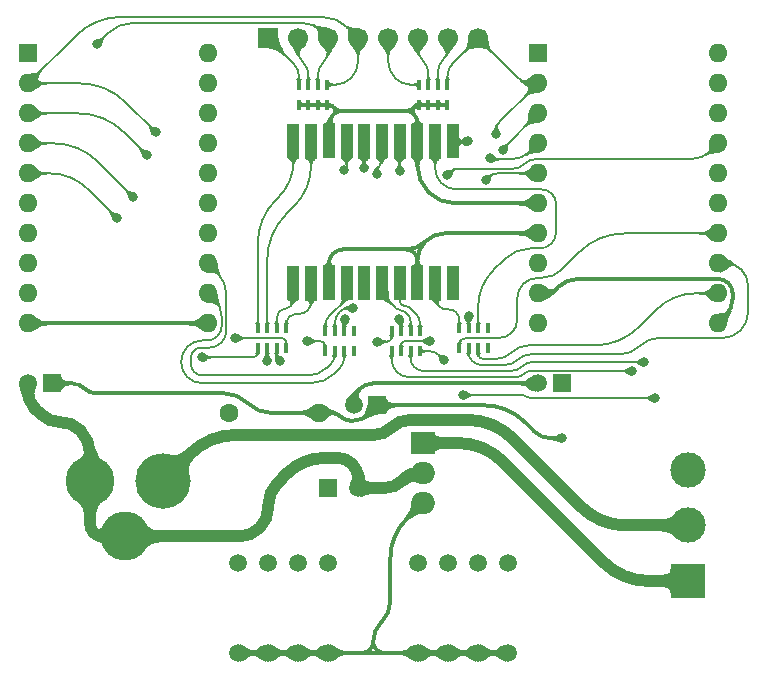
<source format=gtl>
%TF.GenerationSoftware,KiCad,Pcbnew,9.0.2*%
%TF.CreationDate,2025-06-27T13:30:38+02:00*%
%TF.ProjectId,LCD Dual 7 Segment Tester,4c434420-4475-4616-9c20-37205365676d,V0*%
%TF.SameCoordinates,Original*%
%TF.FileFunction,Copper,L1,Top*%
%TF.FilePolarity,Positive*%
%FSLAX46Y46*%
G04 Gerber Fmt 4.6, Leading zero omitted, Abs format (unit mm)*
G04 Created by KiCad (PCBNEW 9.0.2) date 2025-06-27 13:30:38*
%MOMM*%
%LPD*%
G01*
G04 APERTURE LIST*
%TA.AperFunction,ComponentPad*%
%ADD10R,1.600000X1.600000*%
%TD*%
%TA.AperFunction,ComponentPad*%
%ADD11O,1.600000X1.600000*%
%TD*%
%TA.AperFunction,ComponentPad*%
%ADD12C,1.509000*%
%TD*%
%TA.AperFunction,ComponentPad*%
%ADD13C,4.700000*%
%TD*%
%TA.AperFunction,ComponentPad*%
%ADD14C,4.150000*%
%TD*%
%TA.AperFunction,SMDPad,CuDef*%
%ADD15R,0.450000X0.900000*%
%TD*%
%TA.AperFunction,ComponentPad*%
%ADD16R,1.500000X1.500000*%
%TD*%
%TA.AperFunction,ComponentPad*%
%ADD17C,1.500000*%
%TD*%
%TA.AperFunction,SMDPad,CuDef*%
%ADD18R,1.000000X3.000000*%
%TD*%
%TA.AperFunction,ComponentPad*%
%ADD19R,3.000000X3.000000*%
%TD*%
%TA.AperFunction,ComponentPad*%
%ADD20C,3.000000*%
%TD*%
%TA.AperFunction,ComponentPad*%
%ADD21C,1.600000*%
%TD*%
%TA.AperFunction,ComponentPad*%
%ADD22R,2.000000X1.905000*%
%TD*%
%TA.AperFunction,ComponentPad*%
%ADD23O,2.000000X1.905000*%
%TD*%
%TA.AperFunction,ComponentPad*%
%ADD24R,1.700000X1.700000*%
%TD*%
%TA.AperFunction,ComponentPad*%
%ADD25C,1.700000*%
%TD*%
%TA.AperFunction,ViaPad*%
%ADD26C,0.800000*%
%TD*%
%TA.AperFunction,Conductor*%
%ADD27C,0.380000*%
%TD*%
%TA.AperFunction,Conductor*%
%ADD28C,1.000000*%
%TD*%
%TA.AperFunction,Conductor*%
%ADD29C,0.200000*%
%TD*%
G04 APERTURE END LIST*
D10*
%TO.P,IC14,1,CLK/IN*%
%TO.N,/GND*%
X1270000Y39329400D03*
D11*
%TO.P,IC14,2,IN1*%
%TO.N,IC4*%
X1270000Y36789400D03*
%TO.P,IC14,3,IN2*%
%TO.N,IC5*%
X1270000Y34249400D03*
%TO.P,IC14,4,IN3/PD*%
%TO.N,IC6*%
X1270000Y31709400D03*
%TO.P,IC14,5,IN4*%
%TO.N,IC7*%
X1270000Y29169400D03*
%TO.P,IC14,6,IN5*%
%TO.N,/GND*%
X1270000Y26629400D03*
%TO.P,IC14,7,IN6*%
X1270000Y24089400D03*
%TO.P,IC14,8,IN7*%
X1270000Y21549400D03*
%TO.P,IC14,9,IN8*%
X1270000Y19009400D03*
%TO.P,IC14,10,GND*%
X1270000Y16469400D03*
%TO.P,IC14,11,IN9/~{OE}*%
X16510000Y16469400D03*
%TO.P,IC14,12,I/O0*%
%TO.N,/Low Count Display/Left Digit 0 A segment*%
X16510000Y19009400D03*
%TO.P,IC14,13,I/O1*%
%TO.N,/Low Count Display/Left Digit 0 B segment*%
X16510000Y21549400D03*
%TO.P,IC14,14,I/O2*%
%TO.N,/Low Count Display/Left Digit 0 C segment*%
X16510000Y24089400D03*
%TO.P,IC14,15,I/O3*%
%TO.N,/Low Count Display/Left Digit 0 D segment*%
X16510000Y26629400D03*
%TO.P,IC14,16,I/O4*%
%TO.N,/Low Count Display/Left Digit 0 E segment*%
X16510000Y29169400D03*
%TO.P,IC14,17,I/O5*%
%TO.N,/Low Count Display/Left Digit 0 F segment*%
X16510000Y31709400D03*
%TO.P,IC14,18,I/O6*%
%TO.N,/Low Count Display/Left Digit 0 G segment*%
X16510000Y34249400D03*
%TO.P,IC14,19,I/O7*%
%TO.N,unconnected-(IC14-I{slash}O7-Pad19)*%
X16510000Y36789400D03*
%TO.P,IC14,20,5V*%
%TO.N,/5V*%
X16510000Y39329400D03*
%TD*%
D12*
%TO.P,S3,1,COM_1*%
%TO.N,/5V*%
X19050000Y-11430000D03*
%TO.P,S3,2,COM_2*%
X21590000Y-11430000D03*
%TO.P,S3,3,COM_3*%
X24130000Y-11430000D03*
%TO.P,S3,4,COM_4*%
X26670000Y-11430000D03*
%TO.P,S3,5,NO_4*%
%TO.N,IC4*%
X26670000Y-3810000D03*
%TO.P,S3,6,NO_3*%
%TO.N,IC5*%
X24130000Y-3810000D03*
%TO.P,S3,7,NO_2*%
%TO.N,IC6*%
X21590000Y-3810000D03*
%TO.P,S3,8,NO_1*%
%TO.N,IC7*%
X19050000Y-3810000D03*
%TD*%
D13*
%TO.P,J1,INNER,VCC*%
%TO.N,/12V Socket*%
X12700000Y3134400D03*
D14*
%TO.P,J1,SHL1,GND*%
%TO.N,/GND*%
X9500000Y-1565600D03*
%TO.P,J1,SHL2,GND*%
X6500000Y3134400D03*
%TD*%
D15*
%TO.P,RN10,1,R1*%
%TO.N,/Low Count Display/Left \u03A9 Digit 0 D segment*%
X23113800Y16049400D03*
%TO.P,RN10,2,R2*%
%TO.N,/Low Count Display/Left \u03A9 Digit 0 E segment*%
X22313800Y16049400D03*
%TO.P,RN10,3,R3*%
%TO.N,/Low Count Display/Left \u03A9 Digit 0 F segment*%
X21513800Y16049400D03*
%TO.P,RN10,4,R4*%
%TO.N,/Low Count Display/Left \u03A9 Digit 0 G segment*%
X20713800Y16049400D03*
%TO.P,RN10,5,R4*%
%TO.N,/Low Count Display/Left Digit 0 G segment*%
X20713800Y14349400D03*
%TO.P,RN10,6,R3*%
%TO.N,/Low Count Display/Left Digit 0 F segment*%
X21513800Y14349400D03*
%TO.P,RN10,7,R2*%
%TO.N,/Low Count Display/Left Digit 0 E segment*%
X22313800Y14349400D03*
%TO.P,RN10,8,R1*%
%TO.N,/Low Count Display/Left Digit 0 D segment*%
X23113800Y14349400D03*
%TD*%
%TO.P,RN2,1,R1*%
%TO.N,IC4*%
X26600000Y36693000D03*
%TO.P,RN2,2,R2*%
%TO.N,IC5*%
X25800000Y36693000D03*
%TO.P,RN2,3,R3*%
%TO.N,IC6*%
X25000000Y36693000D03*
%TO.P,RN2,4,R4*%
%TO.N,IC7*%
X24200000Y36693000D03*
%TO.P,RN2,5,R4*%
%TO.N,/GND*%
X24200000Y34993000D03*
%TO.P,RN2,6,R3*%
X25000000Y34993000D03*
%TO.P,RN2,7,R2*%
X25800000Y34993000D03*
%TO.P,RN2,8,R1*%
X26600000Y34993000D03*
%TD*%
%TO.P,RN1,1,R1*%
%TO.N,IC0*%
X36760000Y36693000D03*
%TO.P,RN1,2,R2*%
%TO.N,IC1*%
X35960000Y36693000D03*
%TO.P,RN1,3,R3*%
%TO.N,IC2*%
X35160000Y36693000D03*
%TO.P,RN1,4,R4*%
%TO.N,IC3*%
X34360000Y36693000D03*
%TO.P,RN1,5,R4*%
%TO.N,/GND*%
X34360000Y34993000D03*
%TO.P,RN1,6,R3*%
X35160000Y34993000D03*
%TO.P,RN1,7,R2*%
X35960000Y34993000D03*
%TO.P,RN1,8,R1*%
X36760000Y34993000D03*
%TD*%
D16*
%TO.P,LED1,1,K*%
%TO.N,Net-(LED1-K)*%
X26670000Y2540000D03*
D17*
%TO.P,LED1,2,A*%
%TO.N,/GND*%
X29210000Y2540000D03*
%TD*%
D16*
%TO.P,C2,1*%
%TO.N,/5V*%
X3270000Y11389400D03*
D17*
%TO.P,C2,2*%
%TO.N,/GND*%
X1270000Y11389400D03*
%TD*%
D18*
%TO.P,DS2,1,E-Seg_{(Left)}*%
%TO.N,/Low Count Display/Left \u03A9 Digit 0 E segment*%
X23730000Y19908000D03*
%TO.P,DS2,2,D-Seg_{(Left)}*%
%TO.N,/Low Count Display/Left \u03A9 Digit 0 D segment*%
X25230000Y19908000D03*
%TO.P,DS2,3,Cathode_{(Left)}*%
%TO.N,/GND*%
X26730000Y19908000D03*
%TO.P,DS2,4,C-Seg_{(Left)}*%
%TO.N,/Low Count Display/Left \u03A9 Digit 0 C segment*%
X28230000Y19908000D03*
%TO.P,DS2,5,Dot_{(Left)}*%
%TO.N,unconnected-(DS2-Dot_{(Left)}-Pad5)*%
X29730000Y19908000D03*
%TO.P,DS2,6,E-Seg_{(Right)}*%
%TO.N,/Low Count Display/Right \u03A9 Digit 0 E segment*%
X31230000Y19908000D03*
%TO.P,DS2,7,D-Seg_{(Right)}*%
%TO.N,/Low Count Display/Right \u03A9 Digit 0 D segment*%
X32730000Y19908000D03*
%TO.P,DS2,8,Cathode_{(Right)}*%
%TO.N,/GND*%
X34230000Y19908000D03*
%TO.P,DS2,9,C-Seg_{(Right)}*%
%TO.N,/Low Count Display/Right \u03A9 Digit 0 C segment*%
X35730000Y19908000D03*
%TO.P,DS2,10,Dot_{(Right)}*%
%TO.N,unconnected-(DS2-Dot_{(Right)}-Pad10)*%
X37230000Y19908000D03*
%TO.P,DS2,11,B-Seg_{(Right)}*%
%TO.N,/Low Count Display/Right \u03A9 Digit 0 B segment*%
X37230000Y31908000D03*
%TO.P,DS2,12,A-Seg_{(Right)}*%
%TO.N,/Low Count Display/Right \u03A9 Digit 0 A segment*%
X35730000Y31908000D03*
%TO.P,DS2,13,Cathode_{(Right)}*%
%TO.N,/GND*%
X34230000Y31908000D03*
%TO.P,DS2,14,F-Seg_{(Right)}*%
%TO.N,/Low Count Display/Right \u03A9 Digit 0 F segment*%
X32730000Y31908000D03*
%TO.P,DS2,15,G-Seg_{(Right)}*%
%TO.N,/Low Count Display/Right \u03A9 Digit 0 G segment*%
X31230000Y31908000D03*
%TO.P,DS2,16,B-Seg_{(Left)}*%
%TO.N,/Low Count Display/Left \u03A9 Digit 0 B segment*%
X29730000Y31908000D03*
%TO.P,DS2,17,A-Seg_{(Left)}*%
%TO.N,/Low Count Display/Left \u03A9 Digit 0 A segment*%
X28230000Y31908000D03*
%TO.P,DS2,18,Cathode_{(Left)}*%
%TO.N,/GND*%
X26730000Y31908000D03*
%TO.P,DS2,19,F-Seg_{(Left)}*%
%TO.N,/Low Count Display/Left \u03A9 Digit 0 F segment*%
X25230000Y31908000D03*
%TO.P,DS2,20,G-Seg_{(Left)}*%
%TO.N,/Low Count Display/Left \u03A9 Digit 0 G segment*%
X23730000Y31908000D03*
%TD*%
D19*
%TO.P,S1,1,P1*%
%TO.N,/12V*%
X57150000Y-5334000D03*
D20*
%TO.P,S1,2,CM*%
%TO.N,/12V Socket*%
X57150000Y-635000D03*
%TO.P,S1,3,P2*%
%TO.N,unconnected-(S1-P2-Pad3)*%
X57150000Y4064000D03*
%TD*%
D15*
%TO.P,RN11,1,R1*%
%TO.N,/Low Count Display/Right \u03A9 Digit 0 D segment*%
X34455000Y15834400D03*
%TO.P,RN11,2,R2*%
%TO.N,/Low Count Display/Right \u03A9 Digit 0 E segment*%
X33655000Y15834400D03*
%TO.P,RN11,3,R3*%
%TO.N,/Low Count Display/Right \u03A9 Digit 0 F segment*%
X32855000Y15834400D03*
%TO.P,RN11,4,R4*%
%TO.N,/Low Count Display/Right \u03A9 Digit 0 G segment*%
X32055000Y15834400D03*
%TO.P,RN11,5,R4*%
%TO.N,/Low Count Display/Right Digit 0 G segment*%
X32055000Y14134400D03*
%TO.P,RN11,6,R3*%
%TO.N,/Low Count Display/Right Digit 0 F segment*%
X32855000Y14134400D03*
%TO.P,RN11,7,R2*%
%TO.N,/Low Count Display/Right Digit 0 E segment*%
X33655000Y14134400D03*
%TO.P,RN11,8,R1*%
%TO.N,/Low Count Display/Right Digit 0 D segment*%
X34455000Y14134400D03*
%TD*%
D16*
%TO.P,C3,1*%
%TO.N,/5V*%
X30820267Y9525000D03*
D17*
%TO.P,C3,2*%
%TO.N,/GND*%
X28820267Y9525000D03*
%TD*%
D21*
%TO.P,R1,1*%
%TO.N,Net-(LED1-K)*%
X18288000Y8890000D03*
D11*
%TO.P,R1,2*%
%TO.N,/5V*%
X25908000Y8890000D03*
%TD*%
D16*
%TO.P,C1,1*%
%TO.N,/5V*%
X46450000Y11389400D03*
D17*
%TO.P,C1,2*%
%TO.N,/GND*%
X44450000Y11389400D03*
%TD*%
D10*
%TO.P,IC6,1,CLK/IN*%
%TO.N,/GND*%
X44450000Y39329400D03*
D11*
%TO.P,IC6,2,IN1*%
%TO.N,IC0*%
X44450000Y36789400D03*
%TO.P,IC6,3,IN2*%
%TO.N,IC1*%
X44450000Y34249400D03*
%TO.P,IC6,4,IN3/PD*%
%TO.N,IC2*%
X44450000Y31709400D03*
%TO.P,IC6,5,IN4*%
%TO.N,IC3*%
X44450000Y29169400D03*
%TO.P,IC6,6,IN5*%
%TO.N,/GND*%
X44450000Y26629400D03*
%TO.P,IC6,7,IN6*%
X44450000Y24089400D03*
%TO.P,IC6,8,IN7*%
X44450000Y21549400D03*
%TO.P,IC6,9,IN8*%
X44450000Y19009400D03*
%TO.P,IC6,10,GND*%
X44450000Y16469400D03*
%TO.P,IC6,11,IN9/~{OE}*%
X59690000Y16469400D03*
%TO.P,IC6,12,I/O0*%
%TO.N,/Low Count Display/Right Digit 0 A segment*%
X59690000Y19009400D03*
%TO.P,IC6,13,I/O1*%
%TO.N,/Low Count Display/Right Digit 0 B segment*%
X59690000Y21549400D03*
%TO.P,IC6,14,I/O2*%
%TO.N,/Low Count Display/Right Digit 0 C segment*%
X59690000Y24089400D03*
%TO.P,IC6,15,I/O3*%
%TO.N,/Low Count Display/Right Digit 0 D segment*%
X59690000Y26629400D03*
%TO.P,IC6,16,I/O4*%
%TO.N,/Low Count Display/Right Digit 0 E segment*%
X59690000Y29169400D03*
%TO.P,IC6,17,I/O5*%
%TO.N,/Low Count Display/Right Digit 0 F segment*%
X59690000Y31709400D03*
%TO.P,IC6,18,I/O6*%
%TO.N,/Low Count Display/Right Digit 0 G segment*%
X59690000Y34249400D03*
%TO.P,IC6,19,I/O7*%
%TO.N,unconnected-(IC6-I{slash}O7-Pad19)*%
X59690000Y36789400D03*
%TO.P,IC6,20,5V*%
%TO.N,/5V*%
X59690000Y39329400D03*
%TD*%
D15*
%TO.P,RN8,1,R1*%
%TO.N,unconnected-(RN8-R1-Pad1)*%
X28828800Y15834400D03*
%TO.P,RN8,2,R2*%
%TO.N,/Low Count Display/Left \u03A9 Digit 0 A segment*%
X28028800Y15834400D03*
%TO.P,RN8,3,R3*%
%TO.N,/Low Count Display/Left \u03A9 Digit 0 B segment*%
X27228800Y15834400D03*
%TO.P,RN8,4,R4*%
%TO.N,/Low Count Display/Left \u03A9 Digit 0 C segment*%
X26428800Y15834400D03*
%TO.P,RN8,5,R4*%
%TO.N,/Low Count Display/Left Digit 0 C segment*%
X26428800Y14134400D03*
%TO.P,RN8,6,R3*%
%TO.N,/Low Count Display/Left Digit 0 B segment*%
X27228800Y14134400D03*
%TO.P,RN8,7,R2*%
%TO.N,/Low Count Display/Left Digit 0 A segment*%
X28028800Y14134400D03*
%TO.P,RN8,8,R1*%
%TO.N,unconnected-(RN8-R1-Pad8)*%
X28828800Y14134400D03*
%TD*%
%TO.P,RN9,1,R1*%
%TO.N,unconnected-(RN9-R1-Pad1)*%
X40170000Y16049400D03*
%TO.P,RN9,2,R2*%
%TO.N,/Low Count Display/Right \u03A9 Digit 0 A segment*%
X39370000Y16049400D03*
%TO.P,RN9,3,R3*%
%TO.N,/Low Count Display/Right \u03A9 Digit 0 B segment*%
X38570000Y16049400D03*
%TO.P,RN9,4,R4*%
%TO.N,/Low Count Display/Right \u03A9 Digit 0 C segment*%
X37770000Y16049400D03*
%TO.P,RN9,5,R4*%
%TO.N,/Low Count Display/Right Digit 0 C segment*%
X37770000Y14349400D03*
%TO.P,RN9,6,R3*%
%TO.N,/Low Count Display/Right Digit 0 B segment*%
X38570000Y14349400D03*
%TO.P,RN9,7,R2*%
%TO.N,/Low Count Display/Right Digit 0 A segment*%
X39370000Y14349400D03*
%TO.P,RN9,8,R1*%
%TO.N,unconnected-(RN9-R1-Pad8)*%
X40170000Y14349400D03*
%TD*%
D22*
%TO.P,U1,1,IN*%
%TO.N,/12V*%
X34671000Y6350000D03*
D23*
%TO.P,U1,2,GND*%
%TO.N,/GND*%
X34671000Y3810000D03*
%TO.P,U1,3,OUT*%
%TO.N,/5V*%
X34671000Y1270000D03*
%TD*%
D24*
%TO.P,J3,1,Pin_1*%
%TO.N,IC7*%
X21590000Y40640000D03*
D25*
%TO.P,J3,2,Pin_2*%
%TO.N,IC6*%
X24130000Y40640000D03*
%TO.P,J3,3,Pin_3*%
%TO.N,IC5*%
X26670000Y40640000D03*
%TO.P,J3,4,Pin_4*%
%TO.N,IC4*%
X29210000Y40640000D03*
%TO.P,J3,5,Pin_5*%
%TO.N,IC3*%
X31750000Y40640000D03*
%TO.P,J3,6,Pin_6*%
%TO.N,IC2*%
X34290000Y40640000D03*
%TO.P,J3,7,Pin_7*%
%TO.N,IC1*%
X36830000Y40640000D03*
%TO.P,J3,8,Pin_8*%
%TO.N,IC0*%
X39370000Y40640000D03*
%TD*%
D12*
%TO.P,S2,1,COM_1*%
%TO.N,/5V*%
X34290000Y-11430000D03*
%TO.P,S2,2,COM_2*%
X36830000Y-11430000D03*
%TO.P,S2,3,COM_3*%
X39370000Y-11430000D03*
%TO.P,S2,4,COM_4*%
X41910000Y-11430000D03*
%TO.P,S2,5,NO_4*%
%TO.N,IC0*%
X41910000Y-3810000D03*
%TO.P,S2,6,NO_3*%
%TO.N,IC1*%
X39370000Y-3810000D03*
%TO.P,S2,7,NO_2*%
%TO.N,IC2*%
X36830000Y-3810000D03*
%TO.P,S2,8,NO_1*%
%TO.N,IC3*%
X34290000Y-3810000D03*
%TD*%
D26*
%TO.N,/5V*%
X46482004Y6731000D03*
%TO.N,/Low Count Display/Right \u03A9 Digit 0 B segment*%
X38481000Y31877000D03*
X38570000Y17108000D03*
%TO.N,/Low Count Display/Left \u03A9 Digit 0 A segment*%
X28028800Y29464000D03*
X28106774Y16828426D03*
%TO.N,/Low Count Display/Left \u03A9 Digit 0 B segment*%
X28778800Y17780000D03*
X29730000Y29591000D03*
%TO.N,/Low Count Display/Right \u03A9 Digit 0 G segment*%
X30803400Y29083000D03*
X30803400Y14928400D03*
%TO.N,/Low Count Display/Right \u03A9 Digit 0 F segment*%
X32711079Y16824750D03*
X32730000Y29336998D03*
%TO.N,/Low Count Display/Right Digit 0 D segment*%
X36449000Y13382692D03*
X38100000Y10414000D03*
X54356000Y10160000D03*
%TO.N,IC2*%
X40386000Y30480000D03*
%TO.N,IC1*%
X41492100Y31115000D03*
%TO.N,/Low Count Display/Right Digit 0 G segment*%
X52395900Y12446000D03*
%TO.N,/Low Count Display/Right Digit 0 E segment*%
X53437700Y13208000D03*
%TO.N,IC0*%
X40894000Y32512000D03*
%TO.N,IC3*%
X40005000Y28575000D03*
%TO.N,/Low Count Display/Right Digit 0 F segment*%
X35304100Y14986000D03*
X36766501Y29019501D03*
%TO.N,/Low Count Display/Left Digit 0 G segment*%
X15970000Y13597700D03*
%TO.N,IC4*%
X12065000Y32639000D03*
%TO.N,/Low Count Display/Left Digit 0 F segment*%
X21513800Y13291800D03*
%TO.N,IC7*%
X8763000Y25400000D03*
%TO.N,/Low Count Display/Left Digit 0 D segment*%
X18795992Y15240000D03*
%TO.N,IC6*%
X10160000Y27178000D03*
%TO.N,/Low Count Display/Left Digit 0 C segment*%
X24892000Y14986000D03*
%TO.N,/Low Count Display/Left Digit 0 E segment*%
X22627100Y13284400D03*
%TO.N,IC5*%
X7112000Y40132000D03*
X11303000Y30734000D03*
%TD*%
D27*
%TO.N,/5V*%
X43306999Y8127999D02*
G75*
G03*
X39934343Y9525017I-3372699J-3372699D01*
G01*
X6032500Y10965200D02*
G75*
G03*
X7056609Y10541004I1024100J1024100D01*
G01*
X19875500Y9715500D02*
G75*
G03*
X21868433Y8890014I1992900J1992900D01*
G01*
X27753827Y8563709D02*
G75*
G03*
X26966092Y8890001I-787727J-787709D01*
G01*
X19875500Y9715500D02*
G75*
G03*
X17882566Y10540986I-1992900J-1992900D01*
G01*
X27753827Y8563709D02*
G75*
G03*
X28541562Y8237379I787773J787691D01*
G01*
X31940500Y-7031770D02*
G75*
G02*
X31210247Y-8794747I-2493240J10D01*
G01*
X29527500Y-11430000D02*
G75*
G03*
X30480000Y-10477500I0J952500D01*
G01*
X30480000Y-10477500D02*
G75*
G03*
X31432500Y-11430000I952500J0D01*
G01*
X33305750Y-95249D02*
G75*
G03*
X31940522Y-3391255I3295950J-3295951D01*
G01*
X31153519Y-8851480D02*
G75*
G03*
X30479988Y-10477500I1625981J-1626020D01*
G01*
X44075380Y7359619D02*
G75*
G03*
X45593002Y6730989I1517620J1517581D01*
G01*
X6032500Y10965200D02*
G75*
G03*
X5008390Y11389396I-1024100J-1024100D01*
G01*
X30046246Y8750979D02*
G75*
G02*
X28806402Y8237411I-1239846J1239821D01*
G01*
X31432500Y-11430000D02*
X29527500Y-11430000D01*
%TO.N,/GND*%
X60566450Y19874650D02*
G75*
G03*
X59737288Y20218095I-829150J-829150D01*
G01*
X33270880Y22733000D02*
G75*
G03*
X34908206Y23411194I20J2315500D01*
G01*
X34230000Y21773880D02*
G75*
G03*
X33270880Y22733000I-959100J20D01*
G01*
X34908200Y23411200D02*
G75*
G03*
X34230008Y21773880I1637300J-1637300D01*
G01*
X35169300Y27568700D02*
G75*
G03*
X37436970Y26629388I2267700J2267700D01*
G01*
D28*
X28702000Y4572000D02*
G75*
G02*
X29209992Y3345579I-1226400J-1226400D01*
G01*
X26352500Y5080000D02*
G75*
G03*
X23208857Y3777867I0J-4445800D01*
G01*
D27*
X36545519Y24089400D02*
G75*
G03*
X34908194Y23411206I-19J-2315500D01*
G01*
D28*
X21590000Y890243D02*
G75*
G02*
X20870702Y-846301I-2455840J-3D01*
G01*
D27*
X47705079Y20218100D02*
G75*
G03*
X46246056Y19613744I21J-2063400D01*
G01*
D28*
X34142700Y3810000D02*
G75*
G03*
X33240841Y3436429I0J-1275400D01*
G01*
D27*
X34230000Y29836370D02*
G75*
G03*
X35169302Y27568702I3206960J0D01*
G01*
X33942500Y34170100D02*
G75*
G02*
X34230006Y33476013I-694100J-694100D01*
G01*
X27081000Y34106600D02*
G75*
G03*
X26729995Y33259211I847400J-847400D01*
G01*
D28*
X32979400Y3175000D02*
G75*
G02*
X31446374Y2540011I-1533000J1533000D01*
G01*
D27*
X30500287Y11389400D02*
G75*
G03*
X29312344Y10897322I13J-1680000D01*
G01*
X27928388Y22733000D02*
G75*
G03*
X27081003Y22381997I12J-1198400D01*
G01*
X29131488Y10716488D02*
G75*
G03*
X28820231Y9965133I751312J-751388D01*
G01*
X34275200Y34993000D02*
G75*
G03*
X34130442Y34933032I0J-204700D01*
G01*
D28*
X1270000Y10634800D02*
G75*
G03*
X1803582Y9346616I1821770J0D01*
G01*
X2352459Y8797740D02*
G75*
G03*
X4000500Y8115099I1648041J1648040D01*
G01*
X5732949Y7348049D02*
G75*
G02*
X6500002Y5496227I-1851829J-1851829D01*
G01*
X22398223Y2967223D02*
G75*
G03*
X21589986Y1016000I1951177J-1951223D01*
G01*
X28702000Y4572000D02*
G75*
G03*
X27475579Y5079992I-1226400J-1226400D01*
G01*
X20870700Y-846299D02*
G75*
G02*
X19134156Y-1565552I-1736500J1736599D01*
G01*
D27*
X46063029Y19430729D02*
G75*
G02*
X45045850Y19009433I-1017129J1017171D01*
G01*
D28*
X6500000Y-449835D02*
G75*
G03*
X6826799Y-1238801I1115760J-5D01*
G01*
D27*
X27081000Y22382000D02*
G75*
G03*
X26729995Y21534611I847400J-847400D01*
G01*
X33276415Y34457600D02*
G75*
G03*
X33922696Y34725304I-15J914000D01*
G01*
X33922700Y34189900D02*
G75*
G03*
X33276415Y34457606I-646300J-646300D01*
G01*
X33922700Y34725300D02*
G75*
G03*
X33922700Y34189900I267700J-267700D01*
G01*
X27001463Y34888136D02*
G75*
G03*
X26748300Y34993007I-253163J-253136D01*
G01*
D28*
X6826800Y-1238800D02*
G75*
G03*
X7615764Y-1565615I789000J789000D01*
G01*
D27*
X27164300Y34189900D02*
G75*
G03*
X27164300Y34725300I-267700J267700D01*
G01*
X27810584Y34457600D02*
G75*
G03*
X27164304Y34189896I16J-914000D01*
G01*
X27164300Y34725300D02*
G75*
G03*
X27810584Y34457594I646300J646300D01*
G01*
X60566450Y19874650D02*
G75*
G02*
X60909895Y19045488I-829150J-829150D01*
G01*
X60909900Y18551899D02*
G75*
G02*
X60299950Y17079350I-2082500J1D01*
G01*
D28*
X5648540Y7432459D02*
G75*
G03*
X4000500Y8115094I-1648040J-1648059D01*
G01*
D27*
X34444800Y34993000D02*
X34275200Y34993000D01*
X26748300Y34993000D02*
X26451700Y34993000D01*
D28*
%TO.N,/12V*%
X41471792Y4756207D02*
G75*
G03*
X37624036Y6350010I-3847792J-3847807D01*
G01*
X49968207Y-3740207D02*
G75*
G03*
X53815963Y-5334011I3847793J3847807D01*
G01*
%TO.N,/12V Socket*%
X18844463Y7024900D02*
G75*
G03*
X14996710Y5431104I7J-5441550D01*
G01*
X42313292Y6708707D02*
G75*
G03*
X38465536Y8302510I-3847792J-3847807D01*
G01*
X48063207Y958792D02*
G75*
G03*
X51910963Y-635012I3847793J3847808D01*
G01*
X32047700Y7663700D02*
G75*
G02*
X30505500Y7024900I-1542200J1542200D01*
G01*
X33589899Y8302500D02*
G75*
G03*
X32047700Y7663700I1J-2181000D01*
G01*
D29*
%TO.N,/Low Count Display/Left Digit 0 B segment*%
X17633900Y14839900D02*
G75*
G02*
X16606652Y14414420I-1027200J1027200D01*
G01*
X17284700Y20774700D02*
G75*
G02*
X18059404Y18904408I-1870300J-1870300D01*
G01*
X15056200Y13029173D02*
G75*
G03*
X15338608Y12347408I964200J27D01*
G01*
X26569950Y12723850D02*
G75*
G02*
X24979345Y12064981I-1590650J1590650D01*
G01*
X15306800Y14163800D02*
G75*
G03*
X15056201Y13558798I605000J-605000D01*
G01*
X15338600Y12347400D02*
G75*
G03*
X16020373Y12064989I681800J681800D01*
G01*
X27228800Y13758550D02*
G75*
G02*
X26963012Y13116954I-907400J50D01*
G01*
X15911801Y14414400D02*
G75*
G03*
X15306799Y14163801I-1J-855600D01*
G01*
X18059400Y15867147D02*
G75*
G02*
X17633899Y14839901I-1452750J3D01*
G01*
%TO.N,IC5*%
X9381392Y32655607D02*
G75*
G03*
X5533636Y34249401I-3847762J-3847767D01*
G01*
X26035000Y41275000D02*
G75*
G03*
X24501974Y41909989I-1533000J-1533000D01*
G01*
X10147235Y41910000D02*
G75*
G03*
X8001001Y41020999I5J-3035240D01*
G01*
X26670000Y39604182D02*
G75*
G02*
X26234995Y38554005I-1485200J18D01*
G01*
X26235000Y38554000D02*
G75*
G03*
X25799993Y37503817I1050200J-1050200D01*
G01*
%TO.N,/Low Count Display/Left Digit 0 E segment*%
X22313800Y13819236D02*
G75*
G03*
X22470439Y13441039I534800J-36D01*
G01*
%TO.N,/Low Count Display/Left Digit 0 A segment*%
X28028800Y13588600D02*
G75*
G02*
X27642866Y12656856I-1317700J0D01*
G01*
X14224000Y13164420D02*
G75*
G03*
X14731994Y11937994I1734400J-20D01*
G01*
X17298200Y15393200D02*
G75*
G02*
X16430290Y15033704I-867900J867900D01*
G01*
X16039849Y15033700D02*
G75*
G03*
X14755865Y14501835I51J-1815900D01*
G01*
X27222400Y12236400D02*
G75*
G02*
X25275578Y11430009I-1946800J1946800D01*
G01*
X17657700Y16261109D02*
G75*
G02*
X17298203Y15393197I-1227400J-9D01*
G01*
X17083850Y18435550D02*
G75*
G02*
X17657651Y17050153I-1385450J-1385350D01*
G01*
X14732000Y11938000D02*
G75*
G03*
X15958420Y11430008I1226400J1226400D01*
G01*
X14755850Y14501850D02*
G75*
G03*
X14223979Y13217850I1284050J-1284050D01*
G01*
%TO.N,/Low Count Display/Left Digit 0 C segment*%
X26295400Y14852600D02*
G75*
G03*
X25973343Y14986018I-322100J-322100D01*
G01*
X26295400Y14852600D02*
G75*
G02*
X26428818Y14530543I-322100J-322100D01*
G01*
%TO.N,IC6*%
X24130000Y39604182D02*
G75*
G03*
X24565005Y38554005I1485200J18D01*
G01*
X24565000Y38554000D02*
G75*
G02*
X25000007Y37503817I-1050200J-1050200D01*
G01*
X7169597Y30168402D02*
G75*
G03*
X3449300Y31709398I-3720297J-3720302D01*
G01*
%TO.N,/Low Count Display/Left Digit 0 D segment*%
X22993500Y15119700D02*
G75*
G03*
X22703070Y15239988I-290400J-290400D01*
G01*
X22993500Y15119700D02*
G75*
G02*
X23113788Y14829270I-290400J-290400D01*
G01*
%TO.N,IC7*%
X6310091Y27852908D02*
G75*
G03*
X3131800Y29169394I-3178291J-3178308D01*
G01*
X23727299Y38502700D02*
G75*
G02*
X24200000Y37361500I-1141199J-1141200D01*
G01*
%TO.N,IC4*%
X28321000Y41529000D02*
G75*
G03*
X26174764Y42417985I-2146200J-2146200D01*
G01*
X9152563Y42418000D02*
G75*
G03*
X5304810Y40824204I7J-5441550D01*
G01*
X9508392Y35195607D02*
G75*
G03*
X5660636Y36789401I-3847762J-3847767D01*
G01*
X28572127Y37208127D02*
G75*
G02*
X27328500Y36693013I-1243627J1243673D01*
G01*
X29210000Y38661294D02*
G75*
G02*
X28633498Y37269502I-1968300J6D01*
G01*
%TO.N,/Low Count Display/Left Digit 0 G segment*%
X20713800Y13973550D02*
G75*
G02*
X20337950Y13597700I-375800J-50D01*
G01*
%TO.N,/Low Count Display/Right Digit 0 F segment*%
X59028476Y31047876D02*
G75*
G02*
X57431415Y30386330I-1597076J1597024D01*
G01*
X44270310Y30386352D02*
G75*
G03*
X43284151Y29977887I-10J-1394652D01*
G01*
X37705237Y29569400D02*
G75*
G03*
X37041439Y29294461I-37J-938700D01*
G01*
X33199152Y14986000D02*
G75*
G03*
X32955814Y14885186I48J-344200D01*
G01*
X43284162Y29977876D02*
G75*
G02*
X42298013Y29569383I-986162J986124D01*
G01*
X32955800Y14885200D02*
G75*
G03*
X32854980Y14641847I243400J-243400D01*
G01*
%TO.N,IC3*%
X31750000Y38661294D02*
G75*
G03*
X32326502Y37269502I1968300J6D01*
G01*
X32387872Y37208127D02*
G75*
G03*
X33631500Y36693013I1243628J1243673D01*
G01*
X41019704Y29169400D02*
G75*
G03*
X40302199Y28872201I-4J-1014700D01*
G01*
%TO.N,IC0*%
X44015341Y36354741D02*
G75*
G03*
X43835300Y36789429I-180041J180059D01*
G01*
X42785941Y37224058D02*
G75*
G03*
X43835300Y36789394I1049359J1049342D01*
G01*
X41149053Y33488453D02*
G75*
G03*
X40893998Y32872700I615747J-615753D01*
G01*
X37232700Y38502700D02*
G75*
G03*
X36759999Y37361500I1141200J-1141200D01*
G01*
%TO.N,/Low Count Display/Right Digit 0 C segment*%
X42230450Y15687450D02*
G75*
G02*
X41150210Y15239996I-1080250J1080250D01*
G01*
X43182950Y19814950D02*
G75*
G03*
X42677949Y18595651I1219350J-1219250D01*
G01*
X37935000Y15075000D02*
G75*
G03*
X37770019Y14676654I398300J-398300D01*
G01*
X46472259Y21047259D02*
G75*
G02*
X44716500Y20319995I-1755759J1755741D01*
G01*
X51768363Y24089400D02*
G75*
G03*
X47920615Y22495599I37J-5441600D01*
G01*
X38333345Y15240000D02*
G75*
G03*
X37934966Y15075034I-45J-563400D01*
G01*
X42677900Y16767689D02*
G75*
G02*
X42230447Y15687453I-1527700J11D01*
G01*
X44402248Y20320000D02*
G75*
G03*
X43182965Y19814935I52J-1724400D01*
G01*
%TO.N,/Low Count Display/Right Digit 0 E segment*%
X33655000Y13530012D02*
G75*
G03*
X33972496Y12763496I1084000J-12D01*
G01*
X43095300Y12827000D02*
G75*
G02*
X42175484Y12446006I-919800J919800D01*
G01*
X44015115Y13208000D02*
G75*
G03*
X43095295Y12827005I-15J-1300800D01*
G01*
X33972500Y12763500D02*
G75*
G03*
X34739012Y12446005I766500J766500D01*
G01*
%TO.N,/Low Count Display/Right Digit 0 G segment*%
X32055000Y13368555D02*
G75*
G03*
X32474034Y12357034I1430500J45D01*
G01*
X43228500Y12192000D02*
G75*
G02*
X42615289Y11938004I-613200J613200D01*
G01*
X32474000Y12357000D02*
G75*
G03*
X33485555Y11937952I1011600J1011500D01*
G01*
X43841710Y12446000D02*
G75*
G03*
X43228497Y12192003I-10J-867200D01*
G01*
%TO.N,/Low Count Display/Right Digit 0 A segment*%
X57764700Y19009400D02*
G75*
G03*
X54478004Y17648010I0J-4648100D01*
G01*
X53028792Y16198792D02*
G75*
G02*
X49181036Y14604989I-3847792J3847808D01*
G01*
X39370000Y13867267D02*
G75*
G03*
X39488710Y13580710I405300J33D01*
G01*
X39488700Y13580700D02*
G75*
G03*
X39775267Y13461986I286600J286600D01*
G01*
X42227500Y14033500D02*
G75*
G02*
X40847776Y13462010I-1379700J1379700D01*
G01*
X43607223Y14605000D02*
G75*
G03*
X42227493Y14033507I-23J-1951200D01*
G01*
%TO.N,/Low Count Display/Right Digit 0 B segment*%
X61595000Y15875000D02*
G75*
G02*
X60061974Y15240011I-1533000J1533000D01*
G01*
X53022500Y14541500D02*
G75*
G02*
X51336171Y13843012I-1686300J1686300D01*
G01*
X38891849Y13275849D02*
G75*
G03*
X39668864Y12953984I777051J777051D01*
G01*
X43808617Y13843000D02*
G75*
G03*
X42735495Y13398505I-17J-1517600D01*
G01*
X54708828Y15240000D02*
G75*
G03*
X53022492Y14541508I-28J-2384800D01*
G01*
X62230000Y17408025D02*
G75*
G02*
X61595008Y15874992I-2168000J-25D01*
G01*
X42735500Y13398500D02*
G75*
G02*
X41662382Y12954007I-1073100J1073100D01*
G01*
X61635868Y21041131D02*
G75*
G03*
X60408800Y21549410I-1227068J-1227031D01*
G01*
X38570000Y13973550D02*
G75*
G03*
X38835738Y13331905I907400J-50D01*
G01*
X61678800Y20998200D02*
G75*
G02*
X62229994Y19667485I-1330700J-1330700D01*
G01*
%TO.N,IC1*%
X36830000Y39858182D02*
G75*
G02*
X36394995Y38808005I-1485200J18D01*
G01*
X41554502Y31353902D02*
G75*
G03*
X41492119Y31203250I150598J-150602D01*
G01*
X36395000Y38808000D02*
G75*
G03*
X35959993Y37757817I1050200J-1050200D01*
G01*
%TO.N,IC2*%
X40449500Y30416500D02*
G75*
G03*
X40602802Y30353001I153300J153300D01*
G01*
X43771800Y31031200D02*
G75*
G02*
X42134480Y30353008I-1637300J1637300D01*
G01*
X34725000Y38681000D02*
G75*
G02*
X35160007Y37630817I-1050200J-1050200D01*
G01*
X34290000Y39731182D02*
G75*
G03*
X34725005Y38681005I1485200J18D01*
G01*
%TO.N,/Low Count Display/Right Digit 0 D segment*%
X36073146Y13758546D02*
G75*
G03*
X35165754Y14134352I-907346J-907446D01*
G01*
X43434000Y10287000D02*
G75*
G03*
X43740605Y10160002I306600J306600D01*
G01*
X43434000Y10287000D02*
G75*
G03*
X43127394Y10413998I-306600J-306600D01*
G01*
%TO.N,/Low Count Display/Right \u03A9 Digit 0 F segment*%
X32783039Y16752789D02*
G75*
G02*
X32854969Y16579061I-173739J-173689D01*
G01*
%TO.N,/Low Count Display/Right \u03A9 Digit 0 G segment*%
X31230000Y30319251D02*
G75*
G02*
X31016665Y29804335I-728200J49D01*
G01*
X32055000Y15330594D02*
G75*
G02*
X31937198Y15046202I-402200J6D01*
G01*
X31937200Y15046200D02*
G75*
G02*
X31652805Y14928398I-284400J284400D01*
G01*
X30983005Y29770605D02*
G75*
G03*
X30803397Y29337000I433595J-433605D01*
G01*
%TO.N,/Low Count Display/Left \u03A9 Digit 0 B segment*%
X27613243Y17395557D02*
G75*
G03*
X27228788Y16467429I928157J-928157D01*
G01*
X28388243Y17780000D02*
G75*
G03*
X27721496Y17503858I-43J-942900D01*
G01*
%TO.N,/Low Count Display/Left \u03A9 Digit 0 A segment*%
X28230000Y29807469D02*
G75*
G02*
X28129391Y29564609I-343500J31D01*
G01*
X28067787Y16789439D02*
G75*
G03*
X28028786Y16695316I94113J-94139D01*
G01*
%TO.N,/Low Count Display/Right \u03A9 Digit 0 E segment*%
X33291651Y17381348D02*
G75*
G03*
X32835000Y17570500I-456651J-456648D01*
G01*
X32378348Y17759651D02*
G75*
G03*
X32835000Y17570499I456652J456649D01*
G01*
X33378750Y17294250D02*
G75*
G02*
X33655010Y16627323I-666950J-666950D01*
G01*
%TO.N,/Low Count Display/Left \u03A9 Digit 0 C segment*%
X26761988Y17109988D02*
G75*
G03*
X26428807Y16305600I804412J-804388D01*
G01*
%TO.N,/Low Count Display/Left \u03A9 Digit 0 E segment*%
X23497610Y17909610D02*
G75*
G02*
X23031400Y17716494I-466210J466190D01*
G01*
X23031400Y17716500D02*
G75*
G03*
X22565193Y17523385I0J-659300D01*
G01*
X23730000Y18442873D02*
G75*
G02*
X23517242Y17929258I-726400J27D01*
G01*
X22536050Y17494250D02*
G75*
G03*
X22313804Y16957691I536550J-536550D01*
G01*
%TO.N,/Low Count Display/Left \u03A9 Digit 0 F segment*%
X23107592Y25706192D02*
G75*
G03*
X21513789Y21858436I3847808J-3847792D01*
G01*
X25230000Y29868300D02*
G75*
G02*
X23787720Y26386308I-4924300J0D01*
G01*
%TO.N,/Low Count Display/Left \u03A9 Digit 0 G segment*%
X23730000Y30162100D02*
G75*
G02*
X22495467Y27181657I-4215000J0D01*
G01*
X22221900Y26908100D02*
G75*
G03*
X20713790Y23267224I3640900J-3640900D01*
G01*
%TO.N,/Low Count Display/Left \u03A9 Digit 0 D segment*%
X23917676Y17272000D02*
G75*
G03*
X23349257Y17036543I24J-803900D01*
G01*
X23349250Y17036550D02*
G75*
G03*
X23113790Y16468123I568450J-568450D01*
G01*
X25230000Y18282607D02*
G75*
G02*
X24934002Y17567998I-1010600J-7D01*
G01*
X24934000Y17568000D02*
G75*
G02*
X24219392Y17272003I-714600J714600D01*
G01*
%TO.N,/Low Count Display/Right \u03A9 Digit 0 C segment*%
X37516000Y17399000D02*
G75*
G03*
X36902789Y17652996I-613200J-613200D01*
G01*
X37516000Y17399000D02*
G75*
G02*
X37769996Y16785789I-613200J-613200D01*
G01*
X35730000Y18663607D02*
G75*
G03*
X36025998Y17948998I1010600J-7D01*
G01*
X36026000Y17949000D02*
G75*
G03*
X36740607Y17653003I714600J714600D01*
G01*
%TO.N,/Low Count Display/Right \u03A9 Digit 0 A segment*%
X45604850Y27455850D02*
G75*
G03*
X44713643Y27825018I-891250J-891250D01*
G01*
X36251669Y28346669D02*
G75*
G03*
X37511091Y27824996I1259431J1259431D01*
G01*
X43837900Y22819400D02*
G75*
G03*
X41561463Y21876483I0J-3219400D01*
G01*
X45572700Y23220700D02*
G75*
G02*
X44603876Y22819410I-968800J968800D01*
G01*
X35730000Y29606091D02*
G75*
G03*
X36251672Y28346672I1781100J9D01*
G01*
X45974000Y24189523D02*
G75*
G02*
X45572707Y23220693I-1370100J-23D01*
G01*
X40655378Y20970378D02*
G75*
G03*
X39369983Y17867200I3103122J-3103178D01*
G01*
X45604850Y27455850D02*
G75*
G02*
X45974018Y26564643I-891250J-891250D01*
G01*
%TO.N,/Low Count Display/Right \u03A9 Digit 0 D segment*%
X33644104Y17790894D02*
G75*
G03*
X33210500Y17970502I-433604J-433594D01*
G01*
X32730000Y18357159D02*
G75*
G03*
X32843283Y18083783I386600J41D01*
G01*
X34049969Y17385030D02*
G75*
G02*
X34454988Y16407200I-977869J-977830D01*
G01*
X32843250Y18083750D02*
G75*
G03*
X33116659Y17970454I273450J273350D01*
G01*
D27*
%TO.N,/GND*%
X34230000Y31908000D02*
X34230000Y33476013D01*
D28*
X23208862Y3777862D02*
X22398223Y2967223D01*
D27*
X35960000Y34993000D02*
X35160000Y34993000D01*
X60909900Y19045488D02*
X60909900Y18551899D01*
X46246050Y19613750D02*
X46063029Y19430729D01*
X27001463Y34888136D02*
X27164300Y34725300D01*
X16510000Y16469400D02*
X1270000Y16469400D01*
D28*
X1270000Y10634800D02*
X1270000Y11389400D01*
D27*
X34444800Y34993000D02*
X35160000Y34993000D01*
D28*
X31446374Y2540000D02*
X29210000Y2540000D01*
X6500000Y5496227D02*
X6500000Y3134400D01*
X29210000Y3345579D02*
X29210000Y2540000D01*
D27*
X26730000Y33259211D02*
X26730000Y31908000D01*
D28*
X10673200Y-1565600D02*
X19134156Y-1565600D01*
D27*
X59737288Y20218100D02*
X47705079Y20218100D01*
X60299950Y17079350D02*
X59690000Y16469400D01*
X35960000Y34993000D02*
X36760000Y34993000D01*
X34130437Y34933037D02*
X33922700Y34725300D01*
X33942500Y34170100D02*
X33922700Y34189900D01*
X37436970Y26629400D02*
X44450000Y26629400D01*
X33270880Y22733000D02*
X27928388Y22733000D01*
D28*
X33240835Y3436435D02*
X32979400Y3175000D01*
D27*
X26730000Y21534611D02*
X26730000Y19908000D01*
D28*
X5732949Y7348049D02*
X5648540Y7432459D01*
D27*
X26451700Y34993000D02*
X25800000Y34993000D01*
X30500287Y11389400D02*
X44450000Y11389400D01*
D28*
X1803582Y9346616D02*
X2352459Y8797740D01*
D27*
X34230000Y21773880D02*
X34230000Y19908000D01*
D28*
X26352500Y5080000D02*
X27475579Y5080000D01*
X6500000Y-449835D02*
X6500000Y3134400D01*
D27*
X25000000Y34993000D02*
X24200000Y34993000D01*
X36545519Y24089400D02*
X44450000Y24089400D01*
X34230000Y31908000D02*
X34230000Y29836370D01*
D28*
X34142700Y3810000D02*
X34671000Y3810000D01*
D27*
X33276415Y34457600D02*
X27810584Y34457600D01*
X29312333Y10897333D02*
X29131488Y10716488D01*
D28*
X21590000Y890243D02*
X21590000Y1016000D01*
D27*
X27081000Y34106600D02*
X27164300Y34189900D01*
X25000000Y34993000D02*
X25800000Y34993000D01*
D28*
X8326800Y-1565600D02*
X7615764Y-1565600D01*
%TO.N,/12V Socket*%
X38465536Y8302500D02*
X33589899Y8302500D01*
X18844463Y7024900D02*
X30505500Y7024900D01*
X14996707Y5431107D02*
X12700000Y3134400D01*
X42313292Y6708707D02*
X48063207Y958792D01*
X51910963Y-635000D02*
X57150000Y-635000D01*
%TO.N,/12V*%
X53815963Y-5334000D02*
X57150000Y-5334000D01*
X37624036Y6350000D02*
X34671000Y6350000D01*
X41471792Y4756207D02*
X49968207Y-3740207D01*
D27*
%TO.N,/5V*%
X29527500Y-11430000D02*
X26670000Y-11430000D01*
X24130000Y-11430000D02*
X21590000Y-11430000D01*
X33305750Y-95249D02*
X34671000Y1270000D01*
X21868433Y8890000D02*
X25908000Y8890000D01*
X30820267Y9525000D02*
X30046246Y8750979D01*
X28541562Y8237419D02*
X28806402Y8237419D01*
X34290000Y-11430000D02*
X31432500Y-11430000D01*
X5008390Y11389400D02*
X3270000Y11389400D01*
X43306999Y8127999D02*
X44075380Y7359619D01*
X21590000Y-11430000D02*
X19050000Y-11430000D01*
X31940500Y-7031770D02*
X31940500Y-3391255D01*
X45593002Y6731000D02*
X46482004Y6731000D01*
X31210249Y-8794749D02*
X31153519Y-8851480D01*
X36830000Y-11430000D02*
X39370000Y-11430000D01*
X26966092Y8890000D02*
X25908000Y8890000D01*
X24130000Y-11430000D02*
X26670000Y-11430000D01*
X7056609Y10541000D02*
X17882566Y10541000D01*
X39934343Y9525000D02*
X30820267Y9525000D01*
X39370000Y-11430000D02*
X41910000Y-11430000D01*
X34290000Y-11430000D02*
X36830000Y-11430000D01*
D29*
%TO.N,/Low Count Display/Right \u03A9 Digit 0 B segment*%
X38570000Y17108000D02*
X38570000Y16049400D01*
X38481000Y31877000D02*
X37261000Y31877000D01*
%TO.N,/Low Count Display/Right \u03A9 Digit 0 D segment*%
X33210500Y17970500D02*
X33116659Y17970500D01*
X33644104Y17790894D02*
X34049969Y17385030D01*
X32730000Y18357159D02*
X32730000Y19908000D01*
X34455000Y16407200D02*
X34455000Y15834400D01*
%TO.N,/Low Count Display/Right \u03A9 Digit 0 A segment*%
X35730000Y29606091D02*
X35730000Y31908000D01*
X39370000Y17867200D02*
X39370000Y16049400D01*
X45974000Y24189523D02*
X45974000Y26564643D01*
X44713643Y27825000D02*
X37511091Y27825000D01*
X43837900Y22819400D02*
X44603876Y22819400D01*
X41561473Y21876473D02*
X40655378Y20970378D01*
%TO.N,/Low Count Display/Right \u03A9 Digit 0 C segment*%
X37770000Y16785789D02*
X37770000Y16049400D01*
X36902789Y17653000D02*
X36740607Y17653000D01*
%TO.N,/Low Count Display/Left \u03A9 Digit 0 D segment*%
X23917676Y17272000D02*
X24219392Y17272000D01*
X25230000Y18282607D02*
X25230000Y19908000D01*
X23113800Y16468123D02*
X23113800Y16049400D01*
%TO.N,/Low Count Display/Left \u03A9 Digit 0 G segment*%
X20713800Y23267224D02*
X20713800Y16049400D01*
X22495462Y27181662D02*
X22221900Y26908100D01*
X23730000Y30162100D02*
X23730000Y31908000D01*
%TO.N,/Low Count Display/Left \u03A9 Digit 0 F segment*%
X25230000Y29868300D02*
X25230000Y31908000D01*
X21513800Y21858436D02*
X21513800Y16049400D01*
X23107592Y25706192D02*
X23787714Y26386314D01*
%TO.N,/Low Count Display/Left \u03A9 Digit 0 E segment*%
X23730000Y18442873D02*
X23730000Y19908000D01*
X23497610Y17909610D02*
X23517250Y17929250D01*
X22313800Y16957691D02*
X22313800Y16049400D01*
X22565189Y17523389D02*
X22536050Y17494250D01*
%TO.N,/Low Count Display/Left \u03A9 Digit 0 C segment*%
X26428800Y16305600D02*
X26428800Y15834400D01*
X26761988Y17109988D02*
X28230000Y18578000D01*
%TO.N,/Low Count Display/Right \u03A9 Digit 0 E segment*%
X33655000Y16627323D02*
X33655000Y15834400D01*
X33291651Y17381348D02*
X33378750Y17294250D01*
X32378348Y17759651D02*
X31230000Y18908000D01*
%TO.N,/Low Count Display/Left \u03A9 Digit 0 A segment*%
X28230000Y29807469D02*
X28230000Y31908000D01*
X28129400Y29564600D02*
X28028800Y29464000D01*
X28067787Y16789439D02*
X28106774Y16828426D01*
X28028800Y16695316D02*
X28028800Y15834400D01*
%TO.N,/Low Count Display/Left \u03A9 Digit 0 B segment*%
X27228800Y16467429D02*
X27228800Y15834400D01*
X29730000Y29591000D02*
X29730000Y31908000D01*
X27613243Y17395557D02*
X27721520Y17503834D01*
X28778800Y17780000D02*
X28388243Y17780000D01*
%TO.N,/Low Count Display/Right \u03A9 Digit 0 G segment*%
X31230000Y30319251D02*
X31230000Y31908000D01*
X32055000Y15330594D02*
X32055000Y15834400D01*
X30803400Y29083000D02*
X30803400Y29337000D01*
X31652805Y14928400D02*
X30803400Y14928400D01*
X31016700Y29804300D02*
X30983005Y29770605D01*
%TO.N,/Low Count Display/Right \u03A9 Digit 0 F segment*%
X32711079Y16824750D02*
X32783039Y16752789D01*
X32855000Y16579061D02*
X32855000Y15834400D01*
X32730000Y29336998D02*
X32730000Y31908000D01*
%TO.N,/Low Count Display/Right Digit 0 D segment*%
X35165754Y14134400D02*
X34455000Y14134400D01*
X38100000Y10414000D02*
X43127394Y10414000D01*
X36073146Y13758546D02*
X36449000Y13382692D01*
X43740605Y10160000D02*
X54356000Y10160000D01*
%TO.N,IC2*%
X43771800Y31031200D02*
X44450000Y31709400D01*
X40602802Y30353000D02*
X42134480Y30353000D01*
X34290000Y39731182D02*
X34290000Y40640000D01*
X40449500Y30416500D02*
X40386000Y30480000D01*
X35160000Y37630817D02*
X35160000Y36693000D01*
%TO.N,IC1*%
X36830000Y39858182D02*
X36830000Y40640000D01*
X35960000Y37757817D02*
X35960000Y36693000D01*
X41492100Y31203250D02*
X41492100Y31115000D01*
X41554502Y31353902D02*
X44450000Y34249400D01*
%TO.N,/Low Count Display/Right Digit 0 B segment*%
X38891849Y13275849D02*
X38835766Y13331933D01*
X60408800Y21549400D02*
X59690000Y21549400D01*
X51336171Y13843000D02*
X43808617Y13843000D01*
X61635868Y21041131D02*
X61678800Y20998200D01*
X38570000Y13973550D02*
X38570000Y14349400D01*
X62230000Y17408025D02*
X62230000Y19667485D01*
X60061974Y15240000D02*
X54708828Y15240000D01*
X39668864Y12954000D02*
X41662382Y12954000D01*
%TO.N,/Low Count Display/Right Digit 0 A segment*%
X49181036Y14605000D02*
X43607223Y14605000D01*
X54478007Y17648007D02*
X53028792Y16198792D01*
X57764700Y19009400D02*
X59690000Y19009400D01*
X39370000Y13867267D02*
X39370000Y14349400D01*
X39775267Y13462000D02*
X40847776Y13462000D01*
%TO.N,/Low Count Display/Right Digit 0 G segment*%
X32055000Y13368555D02*
X32055000Y14134400D01*
X52395900Y12446000D02*
X43841710Y12446000D01*
X42615289Y11938000D02*
X33485555Y11938000D01*
%TO.N,/Low Count Display/Right Digit 0 E segment*%
X33655000Y13530012D02*
X33655000Y14134400D01*
X53437700Y13208000D02*
X44015115Y13208000D01*
X42175484Y12446000D02*
X34739012Y12446000D01*
%TO.N,/Low Count Display/Right Digit 0 C segment*%
X44716500Y20320000D02*
X44402248Y20320000D01*
X42677900Y18595651D02*
X42677900Y16767689D01*
X41150210Y15240000D02*
X38333345Y15240000D01*
X51768363Y24089400D02*
X59690000Y24089400D01*
X46472259Y21047259D02*
X47920607Y22495607D01*
%TO.N,IC0*%
X36760000Y37361500D02*
X36760000Y36693000D01*
X40894000Y32872700D02*
X40894000Y32512000D01*
X39370000Y40640000D02*
X37232700Y38502700D01*
X42785941Y37224058D02*
X39370000Y40640000D01*
X44015341Y36354741D02*
X41149053Y33488453D01*
%TO.N,IC3*%
X31750000Y38661294D02*
X31750000Y40640000D01*
X32326499Y37269499D02*
X32387872Y37208127D01*
X33631500Y36693000D02*
X34360000Y36693000D01*
X40302200Y28872200D02*
X40005000Y28575000D01*
X41019704Y29169400D02*
X44450000Y29169400D01*
%TO.N,/Low Count Display/Right Digit 0 F segment*%
X32855000Y14641847D02*
X32855000Y14134400D01*
X37041450Y29294450D02*
X36766501Y29019501D01*
X35304100Y14986000D02*
X33199152Y14986000D01*
X59028476Y31047876D02*
X59690000Y31709400D01*
X37705237Y29569400D02*
X42298013Y29569400D01*
X57431415Y30386352D02*
X44270310Y30386352D01*
%TO.N,/Low Count Display/Left Digit 0 G segment*%
X20713800Y13973550D02*
X20713800Y14349400D01*
X20337950Y13597700D02*
X15970000Y13597700D01*
%TO.N,IC4*%
X5660636Y36789400D02*
X1270000Y36789400D01*
X28321000Y41529000D02*
X29210000Y40640000D01*
X27328500Y36693000D02*
X26600000Y36693000D01*
X28572127Y37208127D02*
X28633500Y37269500D01*
X9508392Y35195607D02*
X12065000Y32639000D01*
X5304807Y40824207D02*
X1270000Y36789400D01*
X26174764Y42418000D02*
X9152563Y42418000D01*
X29210000Y40640000D02*
X29210000Y38661294D01*
%TO.N,/Low Count Display/Left Digit 0 F segment*%
X21513800Y13291800D02*
X21513800Y14349400D01*
%TO.N,IC7*%
X3131800Y29169400D02*
X1270000Y29169400D01*
X23727299Y38502700D02*
X21590000Y40640000D01*
X24200000Y37361500D02*
X24200000Y36693000D01*
X8763000Y25400000D02*
X6310091Y27852908D01*
%TO.N,/Low Count Display/Left Digit 0 D segment*%
X23113800Y14829270D02*
X23113800Y14349400D01*
X18795992Y15240000D02*
X22703070Y15240000D01*
%TO.N,IC6*%
X25000000Y37503817D02*
X25000000Y36693000D01*
X10160000Y27178000D02*
X7169597Y30168402D01*
X3449300Y31709400D02*
X1270000Y31709400D01*
X24130000Y39604182D02*
X24130000Y40640000D01*
%TO.N,/Low Count Display/Left Digit 0 C segment*%
X26428800Y14530543D02*
X26428800Y14134400D01*
X25973343Y14986000D02*
X24892000Y14986000D01*
%TO.N,/Low Count Display/Left Digit 0 A segment*%
X14224000Y13164420D02*
X14224000Y13217850D01*
X27642861Y12656861D02*
X27222400Y12236400D01*
X16430290Y15033700D02*
X16039849Y15033700D01*
X25275578Y11430000D02*
X15958420Y11430000D01*
X17083850Y18435550D02*
X16510000Y19009400D01*
X17657700Y16261109D02*
X17657700Y17050153D01*
X28028800Y13588600D02*
X28028800Y14134400D01*
%TO.N,/Low Count Display/Left Digit 0 E segment*%
X22313800Y13819236D02*
X22313800Y14349400D01*
X22470450Y13441050D02*
X22627100Y13284400D01*
%TO.N,IC5*%
X8001000Y41021000D02*
X7112000Y40132000D01*
X26670000Y39604182D02*
X26670000Y40640000D01*
X25800000Y37503817D02*
X25800000Y36693000D01*
X9381392Y32655607D02*
X11303000Y30734000D01*
X5533636Y34249400D02*
X1270000Y34249400D01*
X26035000Y41275000D02*
X26670000Y40640000D01*
X24501974Y41910000D02*
X10147235Y41910000D01*
%TO.N,/Low Count Display/Left Digit 0 B segment*%
X17284700Y20774700D02*
X16510000Y21549400D01*
X24979345Y12065000D02*
X16020373Y12065000D01*
X26569950Y12723850D02*
X26963033Y13116933D01*
X15056200Y13029173D02*
X15056200Y13558798D01*
X27228800Y13758550D02*
X27228800Y14134400D01*
X18059400Y18904408D02*
X18059400Y15867147D01*
X16606652Y14414400D02*
X15911801Y14414400D01*
%TD*%
%TA.AperFunction,Conductor*%
%TO.N,/GND*%
G36*
X34101269Y4591022D02*
G01*
X34104517Y4587999D01*
X34669643Y3813534D01*
X34671878Y3807211D01*
X34717308Y2881769D01*
X34714291Y2873337D01*
X34706196Y2869509D01*
X34698785Y2871701D01*
X34579651Y2957520D01*
X34489347Y3005820D01*
X34398584Y3042720D01*
X34384557Y3046729D01*
X34300985Y3070617D01*
X34300976Y3070619D01*
X34300973Y3070619D01*
X34300968Y3070621D01*
X34203906Y3087301D01*
X34203900Y3087301D01*
X34203895Y3087302D01*
X34097577Y3093912D01*
X34097572Y3093912D01*
X34097556Y3093913D01*
X33993346Y3089362D01*
X33927710Y3079652D01*
X33877831Y3072274D01*
X33877827Y3072273D01*
X33877819Y3072272D01*
X33767237Y3044491D01*
X33646201Y3001427D01*
X33620727Y2989614D01*
X33535242Y2949973D01*
X33535242Y2949972D01*
X33535236Y2949969D01*
X33465829Y2909920D01*
X33425425Y2886607D01*
X33425417Y2886602D01*
X33404272Y2871702D01*
X33341001Y2827118D01*
X33332267Y2825155D01*
X33325993Y2828408D01*
X32635932Y3518469D01*
X32632506Y3526741D01*
X32635933Y3535014D01*
X32637711Y3536472D01*
X32839876Y3671413D01*
X32840519Y3671813D01*
X33109502Y3827184D01*
X33109529Y3827191D01*
X33109526Y3827198D01*
X33369452Y3976542D01*
X33369455Y3976544D01*
X33369469Y3976552D01*
X33499564Y4059363D01*
X33673125Y4169842D01*
X33673125Y4169843D01*
X33879371Y4331833D01*
X33879372Y4331834D01*
X34014159Y4473781D01*
X34014163Y4473785D01*
X34085146Y4587305D01*
X34092437Y4592503D01*
X34101269Y4591022D01*
G37*
%TD.AperFunction*%
%TD*%
%TA.AperFunction,Conductor*%
%TO.N,/GND*%
G36*
X26743463Y33958664D02*
G01*
X27061168Y33796784D01*
X27066983Y33789974D01*
X27067010Y33782827D01*
X27064451Y33774745D01*
X27042244Y33650684D01*
X27048792Y33546487D01*
X27080506Y33473183D01*
X27080506Y33473182D01*
X27137396Y33426315D01*
X27137400Y33426312D01*
X27178932Y33412789D01*
X27178931Y33412789D01*
X27215334Y33409375D01*
X27223251Y33405190D01*
X27225890Y33396633D01*
X27225340Y33394025D01*
X26742308Y31945380D01*
X26736440Y31938616D01*
X26727508Y31937982D01*
X26720744Y31943850D01*
X26719852Y31946269D01*
X26360798Y33396615D01*
X26362136Y33405468D01*
X26369343Y33410782D01*
X26369372Y33410789D01*
X26424360Y33424255D01*
X26424362Y33424256D01*
X26485132Y33468543D01*
X26485138Y33468549D01*
X26511731Y33500247D01*
X26540184Y33534161D01*
X26589392Y33614389D01*
X26669807Y33791835D01*
X26725437Y33947192D01*
X26727074Y33952005D01*
X26732981Y33958735D01*
X26741917Y33959316D01*
X26743463Y33958664D01*
G37*
%TD.AperFunction*%
%TD*%
%TA.AperFunction,Conductor*%
%TO.N,/GND*%
G36*
X29160433Y10997899D02*
G01*
X29413268Y10745064D01*
X29416695Y10736791D01*
X29413791Y10729077D01*
X29344105Y10649621D01*
X29294436Y10568657D01*
X29268590Y10492590D01*
X29268589Y10492584D01*
X29263148Y10419574D01*
X29274689Y10347773D01*
X29274692Y10347763D01*
X29299798Y10275356D01*
X29377038Y10121312D01*
X29410175Y10059357D01*
X29410483Y10058738D01*
X29499525Y9865616D01*
X29500139Y9863968D01*
X29552318Y9683548D01*
X29551325Y9674648D01*
X29544330Y9669058D01*
X29543387Y9668828D01*
X28824324Y9525244D01*
X28815544Y9526983D01*
X28206561Y9935046D01*
X28201597Y9942498D01*
X28203355Y9951279D01*
X28203475Y9951454D01*
X28382927Y10209064D01*
X28383360Y10209646D01*
X28529959Y10394500D01*
X28530596Y10395238D01*
X28621994Y10492590D01*
X28666156Y10539629D01*
X28666600Y10540076D01*
X28781676Y10649624D01*
X28819797Y10685913D01*
X29144046Y10998055D01*
X29152383Y11001324D01*
X29160433Y10997899D01*
G37*
%TD.AperFunction*%
%TD*%
%TA.AperFunction,Conductor*%
%TO.N,/GND*%
G36*
X34146688Y35118466D02*
G01*
X34350561Y34999620D01*
X34355983Y34992493D01*
X34354777Y34983620D01*
X34354756Y34983583D01*
X34230045Y34771405D01*
X34157247Y34647548D01*
X34154222Y34642402D01*
X34147075Y34637006D01*
X34138206Y34638244D01*
X34132810Y34645391D01*
X34132461Y34647542D01*
X34129309Y34694552D01*
X34129308Y34694550D01*
X34117669Y34666335D01*
X34116278Y34662160D01*
X34110412Y34655394D01*
X34101480Y34654758D01*
X34096907Y34657583D01*
X33851482Y34903008D01*
X33848056Y34911280D01*
X33851483Y34919553D01*
X33853072Y34920883D01*
X33891457Y34947598D01*
X33892880Y34948445D01*
X33961786Y34983135D01*
X34055604Y35031667D01*
X34116955Y35080489D01*
X34116956Y35080491D01*
X34129944Y35112731D01*
X34136213Y35119123D01*
X34145168Y35119211D01*
X34146688Y35118466D01*
G37*
%TD.AperFunction*%
%TD*%
%TA.AperFunction,Conductor*%
%TO.N,/GND*%
G36*
X44618237Y19790605D02*
G01*
X44776922Y19745959D01*
X44778542Y19745371D01*
X44923273Y19680449D01*
X44924461Y19679832D01*
X45049643Y19605437D01*
X45050280Y19605030D01*
X45161499Y19528809D01*
X45329414Y19419745D01*
X45329424Y19419740D01*
X45446113Y19373010D01*
X45559231Y19364012D01*
X45559232Y19364012D01*
X45559235Y19364012D01*
X45590293Y19369319D01*
X45621355Y19374626D01*
X45673847Y19392319D01*
X45687844Y19397037D01*
X45687851Y19397040D01*
X45687857Y19397043D01*
X45765897Y19436089D01*
X45765916Y19436101D01*
X45841864Y19485887D01*
X45850661Y19487557D01*
X45857744Y19482979D01*
X46067697Y19193989D01*
X46069787Y19185281D01*
X46065153Y19177680D01*
X45677539Y18893210D01*
X45677540Y18893210D01*
X45677522Y18893197D01*
X45648989Y18872093D01*
X45341520Y18648919D01*
X45341236Y18648720D01*
X44904200Y18350865D01*
X44895434Y18349037D01*
X44887944Y18353943D01*
X44451895Y19004775D01*
X44450138Y19013555D01*
X44450143Y19013579D01*
X44603596Y19781635D01*
X44608576Y19789076D01*
X44617360Y19790815D01*
X44618237Y19790605D01*
G37*
%TD.AperFunction*%
%TD*%
%TA.AperFunction,Conductor*%
%TO.N,/GND*%
G36*
X26829906Y35151217D02*
G01*
X26831109Y35149215D01*
X26843267Y35123465D01*
X26890651Y35093171D01*
X26890659Y35093167D01*
X27028232Y35048136D01*
X27028377Y35048088D01*
X27134960Y35011649D01*
X27141680Y35005730D01*
X27142246Y34996793D01*
X27139448Y34992305D01*
X26892605Y34745461D01*
X26892392Y34745373D01*
X26892296Y34745162D01*
X26888276Y34743668D01*
X26884332Y34742034D01*
X26884118Y34742122D01*
X26883902Y34742042D01*
X26880003Y34743827D01*
X26876059Y34745461D01*
X26875792Y34745736D01*
X26871140Y34750743D01*
X26870852Y34751068D01*
X26859431Y34764505D01*
X26859430Y34764505D01*
X26859430Y34764506D01*
X26840721Y34774080D01*
X26840720Y34774079D01*
X26835359Y34764505D01*
X26829465Y34753979D01*
X26829464Y34753976D01*
X26829464Y34753974D01*
X26827289Y34724427D01*
X26823264Y34716428D01*
X26814762Y34713618D01*
X26806763Y34717643D01*
X26806283Y34718237D01*
X26606343Y34984323D01*
X26604114Y34992994D01*
X26608670Y35000704D01*
X26608700Y35000727D01*
X26721440Y35084866D01*
X26813531Y35153596D01*
X26822211Y35155797D01*
X26829906Y35151217D01*
G37*
%TD.AperFunction*%
%TD*%
%TA.AperFunction,Conductor*%
%TO.N,/GND*%
G36*
X7915182Y-257569D02*
G01*
X7915972Y-258166D01*
X8463786Y-710502D01*
X9484159Y-1553037D01*
X9488356Y-1560947D01*
X9485731Y-1569509D01*
X9480403Y-1573161D01*
X7553136Y-2214364D01*
X7544204Y-2213724D01*
X7539783Y-2209863D01*
X7501757Y-2154208D01*
X7501756Y-2154207D01*
X7501751Y-2154203D01*
X7423106Y-2100170D01*
X7423102Y-2100167D01*
X7423098Y-2100165D01*
X7423092Y-2100162D01*
X7423090Y-2100161D01*
X7315284Y-2049988D01*
X7315263Y-2049978D01*
X7315253Y-2049974D01*
X7315244Y-2049970D01*
X7184767Y-1998620D01*
X7113411Y-1971068D01*
X7112979Y-1970891D01*
X6855747Y-1859585D01*
X6854557Y-1858987D01*
X6646968Y-1739507D01*
X6645538Y-1738537D01*
X6474082Y-1602692D01*
X6472659Y-1601357D01*
X6429091Y-1553037D01*
X6331646Y-1444963D01*
X6330419Y-1443337D01*
X6223434Y-1272016D01*
X6221960Y-1263185D01*
X6227162Y-1255896D01*
X6228047Y-1255395D01*
X7098210Y-812024D01*
X7107136Y-811323D01*
X7113389Y-816165D01*
X7144398Y-864851D01*
X7144402Y-864855D01*
X7184814Y-902824D01*
X7184815Y-902824D01*
X7184818Y-902827D01*
X7228379Y-922889D01*
X7228380Y-922890D01*
X7251459Y-924851D01*
X7274538Y-926813D01*
X7274538Y-926812D01*
X7274539Y-926813D01*
X7274539Y-926812D01*
X7322741Y-916364D01*
X7372440Y-893314D01*
X7474124Y-816491D01*
X7575191Y-710502D01*
X7671240Y-589504D01*
X7830687Y-359119D01*
X7898905Y-260532D01*
X7906429Y-255679D01*
X7915182Y-257569D01*
G37*
%TD.AperFunction*%
%TD*%
%TA.AperFunction,Conductor*%
%TO.N,/Low Count Display/Left Digit 0 B segment*%
G36*
X27233575Y14117943D02*
G01*
X27239105Y14112069D01*
X27416137Y13697230D01*
X27416232Y13688276D01*
X27409968Y13681877D01*
X27408024Y13681242D01*
X27388906Y13676799D01*
X27361118Y13656105D01*
X27361117Y13656103D01*
X27318590Y13588080D01*
X27290619Y13505607D01*
X27290618Y13505606D01*
X27275267Y13440231D01*
X27270040Y13432961D01*
X27261202Y13431516D01*
X27259403Y13432095D01*
X27095889Y13499832D01*
X27089559Y13506163D01*
X27088791Y13512323D01*
X27094503Y13551560D01*
X27088746Y13622900D01*
X27061022Y13666841D01*
X27036715Y13679705D01*
X27019870Y13682107D01*
X27012166Y13686668D01*
X27009941Y13695342D01*
X27011058Y13698921D01*
X27217878Y14112708D01*
X27224643Y14118576D01*
X27233575Y14117943D01*
G37*
%TD.AperFunction*%
%TD*%
%TA.AperFunction,Conductor*%
%TO.N,/Low Count Display/Left Digit 0 E segment*%
G36*
X22411877Y13972033D02*
G01*
X22415194Y13965359D01*
X22429273Y13863311D01*
X22429276Y13863300D01*
X22447784Y13824193D01*
X22472743Y13793743D01*
X22539770Y13750924D01*
X22625888Y13719015D01*
X22717552Y13685891D01*
X22719005Y13685251D01*
X22837812Y13623019D01*
X22843550Y13616145D01*
X22842747Y13607226D01*
X22842120Y13606168D01*
X22629801Y13287455D01*
X22622362Y13282470D01*
X22622318Y13282461D01*
X22246541Y13208672D01*
X22237765Y13210441D01*
X22232808Y13217899D01*
X22232767Y13218122D01*
X22207523Y13365157D01*
X22207407Y13366025D01*
X22196201Y13484072D01*
X22196154Y13485531D01*
X22202100Y13682538D01*
X22202104Y13682652D01*
X22202223Y13685622D01*
X22213351Y13964227D01*
X22217106Y13972357D01*
X22225042Y13975460D01*
X22403604Y13975460D01*
X22411877Y13972033D01*
G37*
%TD.AperFunction*%
%TD*%
%TA.AperFunction,Conductor*%
%TO.N,/Low Count Display/Left Digit 0 C segment*%
G36*
X26437018Y14830880D02*
G01*
X26437872Y14829055D01*
X26446338Y14805947D01*
X26446345Y14805930D01*
X26507339Y14662042D01*
X26507340Y14662040D01*
X26554123Y14602360D01*
X26588687Y14588642D01*
X26595113Y14582404D01*
X26595318Y14573638D01*
X26438743Y14158567D01*
X26432617Y14152035D01*
X26423667Y14151749D01*
X26417332Y14157462D01*
X26211027Y14569948D01*
X26210392Y14578880D01*
X26216258Y14585645D01*
X26219784Y14586755D01*
X26232586Y14588642D01*
X26238939Y14589578D01*
X26261874Y14603559D01*
X26261875Y14603560D01*
X26279474Y14648636D01*
X26275792Y14679654D01*
X26273258Y14701019D01*
X26273257Y14701023D01*
X26262817Y14733104D01*
X26263516Y14742029D01*
X26268093Y14746854D01*
X26421036Y14835162D01*
X26429914Y14836331D01*
X26437018Y14830880D01*
G37*
%TD.AperFunction*%
%TD*%
%TA.AperFunction,Conductor*%
%TO.N,/Low Count Display/Left Digit 0 G segment*%
G36*
X20717649Y14329938D02*
G01*
X20723510Y14323168D01*
X20723511Y14323163D01*
X20860184Y13911348D01*
X20859538Y13902417D01*
X20852765Y13896559D01*
X20851943Y13896319D01*
X20839546Y13893190D01*
X20839541Y13893188D01*
X20814843Y13876041D01*
X20814840Y13876038D01*
X20766536Y13817837D01*
X20766535Y13817836D01*
X20683917Y13668143D01*
X20668587Y13638006D01*
X20661782Y13632186D01*
X20652854Y13632883D01*
X20648695Y13636431D01*
X20546540Y13777045D01*
X20544451Y13785752D01*
X20545530Y13789129D01*
X20549311Y13796735D01*
X20562452Y13847403D01*
X20548632Y13882474D01*
X20548632Y13882475D01*
X20548631Y13882475D01*
X20548631Y13882477D01*
X20525840Y13894785D01*
X20525835Y13894785D01*
X20525835Y13894786D01*
X20525836Y13894786D01*
X20515816Y13896033D01*
X20505231Y13897352D01*
X20497447Y13901775D01*
X20495069Y13910408D01*
X20496219Y13914204D01*
X20701947Y14324720D01*
X20708717Y14330581D01*
X20717649Y14329938D01*
G37*
%TD.AperFunction*%
%TD*%
%TA.AperFunction,Conductor*%
%TO.N,/Low Count Display/Right Digit 0 F segment*%
G36*
X37339372Y29597832D02*
G01*
X37345383Y29591638D01*
X37413606Y29426927D01*
X37413606Y29417972D01*
X37408549Y29412262D01*
X37307311Y29355113D01*
X37307309Y29355111D01*
X37246055Y29284289D01*
X37246054Y29284287D01*
X37217062Y29204336D01*
X37217060Y29204330D01*
X37203593Y29114735D01*
X37196595Y29060231D01*
X37196370Y29059002D01*
X37165005Y28927712D01*
X37164056Y28925131D01*
X37105047Y28809000D01*
X37098244Y28803177D01*
X37089316Y28803869D01*
X37088145Y28804552D01*
X36769638Y29016418D01*
X36764649Y29023853D01*
X36764638Y29023905D01*
X36757746Y29059002D01*
X36690716Y29400349D01*
X36692485Y29409125D01*
X36699930Y29414079D01*
X36774224Y29428753D01*
X37045174Y29489787D01*
X37330421Y29598099D01*
X37339372Y29597832D01*
G37*
%TD.AperFunction*%
%TD*%
%TA.AperFunction,Conductor*%
%TO.N,IC0*%
G36*
X44290545Y37569449D02*
G01*
X44296183Y37562493D01*
X44296439Y37561457D01*
X44449856Y36793579D01*
X44448117Y36784795D01*
X44448103Y36784775D01*
X44012158Y36134096D01*
X44004706Y36129130D01*
X43995926Y36130888D01*
X43995855Y36130935D01*
X43794455Y36270453D01*
X43794120Y36270696D01*
X43635736Y36390368D01*
X43635215Y36390786D01*
X43398556Y36592591D01*
X43240848Y36730496D01*
X43082679Y36859243D01*
X42880208Y37011616D01*
X42875659Y37019328D01*
X42877779Y37027841D01*
X42982153Y37171498D01*
X42989788Y37176177D01*
X42997831Y37174535D01*
X43103328Y37108416D01*
X43103336Y37108412D01*
X43205415Y37067282D01*
X43297344Y37053122D01*
X43297345Y37053122D01*
X43381642Y37062114D01*
X43381643Y37062114D01*
X43460823Y37090437D01*
X43460828Y37090439D01*
X43537422Y37134275D01*
X43537433Y37134283D01*
X43692926Y37253209D01*
X43754498Y37303002D01*
X43755043Y37303417D01*
X43930501Y37429077D01*
X43932011Y37429995D01*
X44104297Y37517571D01*
X44106271Y37518358D01*
X44281638Y37570382D01*
X44290545Y37569449D01*
G37*
%TD.AperFunction*%
%TD*%
%TA.AperFunction,Conductor*%
%TO.N,IC0*%
G36*
X40925090Y33339252D02*
G01*
X40925343Y33339087D01*
X41072562Y33240719D01*
X41077537Y33233274D01*
X41076207Y33225163D01*
X41048364Y33176698D01*
X41048364Y33176697D01*
X41029788Y33125473D01*
X41029788Y33125472D01*
X41029787Y33125472D01*
X41026206Y33096633D01*
X41024101Y33079681D01*
X41029480Y33038029D01*
X41029480Y33038027D01*
X41029481Y33038026D01*
X41029482Y33038021D01*
X41066138Y32961978D01*
X41066141Y32961973D01*
X41125191Y32886961D01*
X41169647Y32832583D01*
X41170446Y32831482D01*
X41242512Y32718802D01*
X41243741Y32716238D01*
X41282065Y32602630D01*
X41281463Y32593695D01*
X41274719Y32587804D01*
X41273295Y32587422D01*
X40898223Y32512128D01*
X40889441Y32513858D01*
X40570776Y32727937D01*
X40565820Y32735394D01*
X40567358Y32743815D01*
X40671918Y32912395D01*
X40738385Y33039991D01*
X40766723Y33096454D01*
X40766921Y33096830D01*
X40782645Y33125473D01*
X40824976Y33202582D01*
X40825320Y33203166D01*
X40908950Y33335606D01*
X40916265Y33340771D01*
X40925090Y33339252D01*
G37*
%TD.AperFunction*%
%TD*%
%TA.AperFunction,Conductor*%
%TO.N,/Low Count Display/Right Digit 0 C segment*%
G36*
X37798857Y15047266D02*
G01*
X37951507Y14959138D01*
X37956958Y14952033D01*
X37956480Y14944562D01*
X37946247Y14919649D01*
X37946246Y14919645D01*
X37932082Y14855586D01*
X37932082Y14855584D01*
X37944514Y14816719D01*
X37963998Y14804065D01*
X37979071Y14801796D01*
X37986742Y14797177D01*
X37988900Y14788486D01*
X37987794Y14784993D01*
X37782635Y14374793D01*
X37781931Y14373386D01*
X37775166Y14367520D01*
X37766233Y14368156D01*
X37760411Y14374793D01*
X37617727Y14786997D01*
X37618259Y14795936D01*
X37624956Y14801880D01*
X37626242Y14802244D01*
X37639713Y14805237D01*
X37639716Y14805238D01*
X37664093Y14821335D01*
X37664096Y14821337D01*
X37707224Y14875844D01*
X37707225Y14875845D01*
X37707226Y14875847D01*
X37771286Y15014773D01*
X37782169Y15041540D01*
X37788459Y15047913D01*
X37797414Y15047971D01*
X37798857Y15047266D01*
G37*
%TD.AperFunction*%
%TD*%
%TA.AperFunction,Conductor*%
%TO.N,/Low Count Display/Right Digit 0 B segment*%
G36*
X60143999Y22207800D02*
G01*
X60144257Y22207623D01*
X60417751Y22013602D01*
X60418249Y22013228D01*
X60612227Y21859465D01*
X60612323Y21859388D01*
X60683866Y21801444D01*
X60683875Y21801437D01*
X60915296Y21633355D01*
X60915303Y21633350D01*
X60915307Y21633348D01*
X60915311Y21633345D01*
X61075285Y21536990D01*
X61075291Y21536987D01*
X61275971Y21429661D01*
X61281650Y21422738D01*
X61280878Y21414032D01*
X61200266Y21255826D01*
X61193456Y21250011D01*
X61185213Y21250392D01*
X61066833Y21301399D01*
X60954976Y21329335D01*
X60856758Y21333255D01*
X60769220Y21316553D01*
X60769218Y21316552D01*
X60689410Y21282623D01*
X60689407Y21282621D01*
X60614362Y21234854D01*
X60466746Y21111385D01*
X60374836Y21031099D01*
X60374119Y21030522D01*
X60210840Y20909644D01*
X60209206Y20908632D01*
X60040189Y20822235D01*
X60038181Y20821434D01*
X59858345Y20768392D01*
X59849441Y20769338D01*
X59843814Y20776304D01*
X59843563Y20777320D01*
X59834743Y20821433D01*
X59690062Y21545086D01*
X59691799Y21553868D01*
X60127767Y22204592D01*
X60135219Y22209558D01*
X60143999Y22207800D01*
G37*
%TD.AperFunction*%
%TD*%
%TA.AperFunction,Conductor*%
%TO.N,/Low Count Display/Right Digit 0 B segment*%
G36*
X38575046Y14333244D02*
G01*
X38580917Y14327715D01*
X38787704Y13913996D01*
X38788337Y13905064D01*
X38782469Y13898299D01*
X38778837Y13897175D01*
X38762974Y13894992D01*
X38739046Y13882874D01*
X38739045Y13882873D01*
X38713032Y13846906D01*
X38713030Y13846903D01*
X38703780Y13801014D01*
X38703780Y13801013D01*
X38710360Y13726851D01*
X38707678Y13718307D01*
X38703183Y13715007D01*
X38539193Y13647091D01*
X38530240Y13647092D01*
X38523908Y13653424D01*
X38523331Y13655214D01*
X38507950Y13720777D01*
X38469220Y13825699D01*
X38426133Y13881434D01*
X38388635Y13895160D01*
X38382045Y13901222D01*
X38381671Y13910169D01*
X38381891Y13910725D01*
X38559692Y14327080D01*
X38566092Y14333342D01*
X38575046Y14333244D01*
G37*
%TD.AperFunction*%
%TD*%
%TA.AperFunction,Conductor*%
%TO.N,IC1*%
G36*
X36834603Y40638116D02*
G01*
X36834623Y40638104D01*
X37526870Y40174382D01*
X37531836Y40166930D01*
X37530079Y40158149D01*
X37529973Y40157994D01*
X37243840Y39745334D01*
X37243533Y39744913D01*
X37030609Y39465305D01*
X37030610Y39465305D01*
X36646301Y38955940D01*
X36638582Y38951400D01*
X36630085Y38953521D01*
X36486394Y39057920D01*
X36481716Y39065554D01*
X36483343Y39073573D01*
X36554492Y39187728D01*
X36554495Y39187734D01*
X36597302Y39297199D01*
X36597303Y39297201D01*
X36597304Y39297203D01*
X36610241Y39395461D01*
X36597529Y39485212D01*
X36563396Y39569166D01*
X36512068Y39650033D01*
X36374735Y39813345D01*
X36269253Y39934278D01*
X36268645Y39935040D01*
X36142890Y40107116D01*
X36141923Y40108689D01*
X36053420Y40282328D01*
X36052632Y40284302D01*
X35999976Y40461886D01*
X36000909Y40470790D01*
X36007867Y40476427D01*
X36008901Y40476683D01*
X36825819Y40639856D01*
X36834603Y40638116D01*
G37*
%TD.AperFunction*%
%TD*%
%TA.AperFunction,Conductor*%
%TO.N,/Low Count Display/Right \u03A9 Digit 0 G segment*%
G36*
X30954256Y29866742D02*
G01*
X31079691Y29741307D01*
X31083118Y29733034D01*
X31080245Y29725354D01*
X31047497Y29687716D01*
X31047496Y29687715D01*
X31022478Y29645439D01*
X31010497Y29605843D01*
X31010496Y29605838D01*
X31009683Y29567996D01*
X31009684Y29567992D01*
X31034102Y29493831D01*
X31080794Y29415570D01*
X31080896Y29415394D01*
X31152702Y29290154D01*
X31153659Y29288013D01*
X31191556Y29173588D01*
X31190904Y29164657D01*
X31184127Y29158803D01*
X31182747Y29158438D01*
X30807470Y29083250D01*
X30798685Y29084985D01*
X30798648Y29085010D01*
X30480778Y29298533D01*
X30475823Y29305989D01*
X30477592Y29314767D01*
X30477765Y29315018D01*
X30674284Y29591716D01*
X30675342Y29593001D01*
X30894463Y29823551D01*
X30894677Y29823770D01*
X30937716Y29866748D01*
X30945991Y29870169D01*
X30954256Y29866742D01*
G37*
%TD.AperFunction*%
%TD*%
%TA.AperFunction,Conductor*%
%TO.N,/Low Count Display/Left \u03A9 Digit 0 B segment*%
G36*
X28563086Y18102889D02*
G01*
X28777003Y17784430D01*
X28778772Y17775652D01*
X28778761Y17775600D01*
X28703260Y17400102D01*
X28698270Y17392666D01*
X28689484Y17390938D01*
X28688591Y17391154D01*
X28604647Y17415071D01*
X28602871Y17415737D01*
X28525579Y17452182D01*
X28523846Y17453191D01*
X28402301Y17538666D01*
X28401952Y17538922D01*
X28349284Y17579181D01*
X28263696Y17625422D01*
X28219636Y17635612D01*
X28169980Y17636836D01*
X28169974Y17636835D01*
X28108646Y17626401D01*
X28108641Y17626399D01*
X28108639Y17626399D01*
X28047255Y17605450D01*
X28038319Y17606021D01*
X28032668Y17612044D01*
X27964686Y17776188D01*
X27964687Y17785140D01*
X27970706Y17791336D01*
X28251640Y17917413D01*
X28491982Y18069335D01*
X28491986Y18069337D01*
X28491996Y18069344D01*
X28546864Y18106087D01*
X28555645Y18107843D01*
X28563086Y18102889D01*
G37*
%TD.AperFunction*%
%TD*%
%TA.AperFunction,Conductor*%
%TO.N,/Low Count Display/Left \u03A9 Digit 0 E segment*%
G36*
X23739224Y19871188D02*
G01*
X23740145Y19868644D01*
X24082108Y18419069D01*
X24080673Y18410230D01*
X24073728Y18405076D01*
X24004664Y18386707D01*
X23939158Y18343969D01*
X23939155Y18343967D01*
X23873956Y18283982D01*
X23873949Y18283975D01*
X23816821Y18216447D01*
X23788257Y18182682D01*
X23711867Y18071943D01*
X23616453Y17894207D01*
X23609520Y17888539D01*
X23600610Y17889432D01*
X23598052Y17891291D01*
X23470080Y18013932D01*
X23466479Y18022129D01*
X23467053Y18026004D01*
X23473293Y18045119D01*
X23479988Y18156596D01*
X23453837Y18261677D01*
X23402810Y18340034D01*
X23329703Y18389666D01*
X23283532Y18403208D01*
X23244737Y18406680D01*
X23236804Y18410830D01*
X23234129Y18419376D01*
X23234683Y18422036D01*
X23717659Y19869661D01*
X23723528Y19876424D01*
X23732461Y19877057D01*
X23739224Y19871188D01*
G37*
%TD.AperFunction*%
%TD*%
%TA.AperFunction,Conductor*%
%TO.N,/Low Count Display/Left \u03A9 Digit 0 D segment*%
G36*
X23074650Y16753230D02*
G01*
X23238212Y16685479D01*
X23244544Y16679147D01*
X23245371Y16673450D01*
X23241213Y16633816D01*
X23250188Y16561579D01*
X23250190Y16561576D01*
X23280426Y16516977D01*
X23280427Y16516976D01*
X23305500Y16504097D01*
X23322698Y16501671D01*
X23330412Y16497122D01*
X23332649Y16488452D01*
X23331530Y16484855D01*
X23124562Y16070774D01*
X23117797Y16064906D01*
X23108865Y16065539D01*
X23103386Y16071294D01*
X22920825Y16486544D01*
X22920634Y16495495D01*
X22926828Y16501962D01*
X22928842Y16502636D01*
X22949535Y16507534D01*
X22969169Y16522633D01*
X22978239Y16529608D01*
X22978241Y16529610D01*
X23020807Y16601560D01*
X23030720Y16633816D01*
X23047142Y16687250D01*
X23047144Y16687263D01*
X23047147Y16687272D01*
X23052160Y16712199D01*
X23058704Y16744729D01*
X23063694Y16752163D01*
X23072480Y16753891D01*
X23074650Y16753230D01*
G37*
%TD.AperFunction*%
%TD*%
%TA.AperFunction,Conductor*%
%TO.N,/Low Count Display/Right \u03A9 Digit 0 C segment*%
G36*
X35741986Y19869369D02*
G01*
X35743382Y19866535D01*
X36225528Y18421400D01*
X36224895Y18412467D01*
X36218132Y18406598D01*
X36216007Y18406104D01*
X36164160Y18399083D01*
X36124565Y18381424D01*
X36124562Y18381422D01*
X36093748Y18356083D01*
X36066049Y18315402D01*
X36049467Y18268071D01*
X36049467Y18268070D01*
X36049466Y18268068D01*
X36041789Y18200999D01*
X36041789Y18200995D01*
X36046694Y18135104D01*
X36073418Y18048669D01*
X36072588Y18039753D01*
X36070344Y18036774D01*
X35942205Y17913725D01*
X35941856Y17913390D01*
X35933515Y17910131D01*
X35925313Y17913725D01*
X35923737Y17915780D01*
X35876559Y17994029D01*
X35791063Y18110805D01*
X35731743Y18191832D01*
X35731740Y18191834D01*
X35731738Y18191838D01*
X35604779Y18323641D01*
X35508422Y18389434D01*
X35447436Y18405239D01*
X35440289Y18410631D01*
X35438889Y18418800D01*
X35720799Y19865070D01*
X35725746Y19872535D01*
X35734521Y19874316D01*
X35741986Y19869369D01*
G37*
%TD.AperFunction*%
%TD*%
%TA.AperFunction,Conductor*%
%TO.N,/GND*%
G36*
X34339600Y33893163D02*
G01*
X34340152Y33891483D01*
X34381611Y33723054D01*
X34381612Y33723051D01*
X34381613Y33723048D01*
X34444116Y33578277D01*
X34444119Y33578272D01*
X34515008Y33481461D01*
X34591485Y33426548D01*
X34591486Y33426547D01*
X34664557Y33410677D01*
X34671915Y33405573D01*
X34673507Y33396761D01*
X34673288Y33395908D01*
X34240960Y31942638D01*
X34235317Y31935685D01*
X34226410Y31934760D01*
X34219457Y31940403D01*
X34218651Y31942264D01*
X33734899Y33393304D01*
X33735533Y33402234D01*
X33742298Y33408101D01*
X33745476Y33408690D01*
X33762343Y33409443D01*
X33762345Y33409443D01*
X33816269Y33419495D01*
X33816272Y33419495D01*
X33861442Y33437946D01*
X33861448Y33437949D01*
X33903645Y33467906D01*
X33903647Y33467908D01*
X33903651Y33467911D01*
X33936137Y33505082D01*
X33966129Y33562073D01*
X33983230Y33622944D01*
X33990273Y33697118D01*
X33986427Y33750870D01*
X33989254Y33759367D01*
X33993620Y33762514D01*
X34324314Y33899495D01*
X34333268Y33899495D01*
X34339600Y33893163D01*
G37*
%TD.AperFunction*%
%TD*%
%TA.AperFunction,Conductor*%
%TO.N,/GND*%
G36*
X35751054Y35202016D02*
G01*
X35952672Y35001291D01*
X35956117Y34993026D01*
X35952708Y34984745D01*
X35952672Y34984709D01*
X35751289Y34784217D01*
X35743008Y34780808D01*
X35734743Y34784253D01*
X35731473Y34790713D01*
X35730854Y34794699D01*
X35719318Y34812810D01*
X35719316Y34812810D01*
X35719316Y34812811D01*
X35719317Y34812811D01*
X35679485Y34828452D01*
X35626318Y34825291D01*
X35570806Y34813726D01*
X35570465Y34813660D01*
X35523729Y34805420D01*
X35514989Y34807358D01*
X35510178Y34814910D01*
X35510000Y34816942D01*
X35510000Y35169056D01*
X35513427Y35177329D01*
X35521700Y35180756D01*
X35523731Y35180578D01*
X35570635Y35172308D01*
X35674010Y35157158D01*
X35717206Y35171279D01*
X35723775Y35180578D01*
X35730276Y35189780D01*
X35731259Y35195657D01*
X35736005Y35203250D01*
X35744730Y35205265D01*
X35751054Y35202016D01*
G37*
%TD.AperFunction*%
%TD*%
%TA.AperFunction,Conductor*%
%TO.N,/GND*%
G36*
X35385256Y35201746D02*
G01*
X35388526Y35195289D01*
X35389146Y35191300D01*
X35400683Y35173188D01*
X35400682Y35173188D01*
X35440514Y35157547D01*
X35493678Y35160708D01*
X35549193Y35172273D01*
X35549547Y35172341D01*
X35596268Y35180579D01*
X35605011Y35178641D01*
X35609822Y35171089D01*
X35610000Y35169057D01*
X35610000Y34816943D01*
X35606573Y34808670D01*
X35598300Y34805243D01*
X35596268Y34805421D01*
X35549362Y34813691D01*
X35445989Y34828841D01*
X35402794Y34814721D01*
X35402793Y34814720D01*
X35389722Y34796217D01*
X35388739Y34790342D01*
X35383993Y34782748D01*
X35375268Y34780735D01*
X35368946Y34783981D01*
X35167326Y34984710D01*
X35163882Y34992974D01*
X35167290Y35001253D01*
X35368710Y35201782D01*
X35376991Y35205191D01*
X35385256Y35201746D01*
G37*
%TD.AperFunction*%
%TD*%
%TA.AperFunction,Conductor*%
%TO.N,/GND*%
G36*
X1724004Y17127808D02*
G01*
X1724256Y17127635D01*
X1988173Y16940721D01*
X1988172Y16940720D01*
X2173882Y16810038D01*
X2329310Y16729800D01*
X2329313Y16729799D01*
X2417267Y16701200D01*
X2417266Y16701200D01*
X2517850Y16680298D01*
X2517856Y16680297D01*
X2517858Y16680297D01*
X2550168Y16676898D01*
X2667919Y16664513D01*
X2667926Y16664512D01*
X2667934Y16664512D01*
X2754516Y16662141D01*
X2843248Y16659711D01*
X2851425Y16656059D01*
X2854628Y16648015D01*
X2854628Y16290502D01*
X2851201Y16282229D01*
X2843542Y16278818D01*
X2553330Y16263600D01*
X2439546Y16243181D01*
X2341969Y16213822D01*
X2341961Y16213818D01*
X2341959Y16213818D01*
X2254317Y16175076D01*
X2254315Y16175075D01*
X2170324Y16126503D01*
X2170322Y16126502D01*
X1988170Y15998076D01*
X1988171Y15998076D01*
X1988161Y15998069D01*
X1724254Y15811163D01*
X1715524Y15809179D01*
X1707946Y15813950D01*
X1707810Y15814147D01*
X1273358Y16462891D01*
X1271602Y16471671D01*
X1273357Y16475907D01*
X1707773Y17124597D01*
X1715223Y17129565D01*
X1724004Y17127808D01*
G37*
%TD.AperFunction*%
%TD*%
%TA.AperFunction,Conductor*%
%TO.N,/GND*%
G36*
X16072053Y17124849D02*
G01*
X16072226Y17124597D01*
X16506640Y16475910D01*
X16508397Y16467129D01*
X16506640Y16462890D01*
X16072226Y15814202D01*
X16064776Y15809234D01*
X16055995Y15810991D01*
X16055804Y15811121D01*
X15791838Y15998070D01*
X15606113Y16128763D01*
X15450684Y16209001D01*
X15362733Y16237599D01*
X15262141Y16258504D01*
X15112065Y16274288D01*
X14936751Y16279088D01*
X14928575Y16282740D01*
X14925372Y16290784D01*
X14925372Y16648297D01*
X14928799Y16656570D01*
X14936459Y16659981D01*
X15226669Y16675199D01*
X15226671Y16675200D01*
X15340451Y16695618D01*
X15340459Y16695620D01*
X15402256Y16714214D01*
X15438031Y16724978D01*
X15438033Y16724978D01*
X15438040Y16724981D01*
X15525682Y16763723D01*
X15525684Y16763724D01*
X15609675Y16812295D01*
X15609677Y16812296D01*
X15791849Y16940738D01*
X15845398Y16978663D01*
X16055743Y17127635D01*
X16064475Y17129620D01*
X16072053Y17124849D01*
G37*
%TD.AperFunction*%
%TD*%
%TA.AperFunction,Conductor*%
%TO.N,/GND*%
G36*
X1993374Y11245525D02*
G01*
X2000814Y11240541D01*
X2002552Y11231757D01*
X2002386Y11231044D01*
X1941265Y11001305D01*
X1940893Y11000151D01*
X1871325Y10817378D01*
X1810573Y10653476D01*
X1810572Y10653470D01*
X1785887Y10514018D01*
X1787153Y10438676D01*
X1787153Y10438675D01*
X1799274Y10355146D01*
X1826912Y10250994D01*
X1867618Y10141030D01*
X1867277Y10132081D01*
X1861123Y10126159D01*
X1528600Y9988425D01*
X958608Y9752330D01*
X949654Y9752330D01*
X943322Y9758662D01*
X943291Y9758736D01*
X803986Y10108756D01*
X803793Y10109283D01*
X716043Y10369777D01*
X715780Y10370680D01*
X657988Y10602801D01*
X657856Y10603394D01*
X648114Y10653470D01*
X604159Y10879420D01*
X536596Y11231686D01*
X538404Y11240455D01*
X545789Y11245360D01*
X1267320Y11389862D01*
X1271913Y11389863D01*
X1993374Y11245525D01*
G37*
%TD.AperFunction*%
%TD*%
%TA.AperFunction,Conductor*%
%TO.N,/GND*%
G36*
X34951054Y35202016D02*
G01*
X35152672Y35001291D01*
X35156117Y34993026D01*
X35152708Y34984745D01*
X35152672Y34984709D01*
X34951289Y34784217D01*
X34943008Y34780808D01*
X34934743Y34784253D01*
X34931473Y34790713D01*
X34930854Y34794699D01*
X34919318Y34812810D01*
X34919316Y34812810D01*
X34919316Y34812811D01*
X34919317Y34812811D01*
X34879485Y34828452D01*
X34826318Y34825291D01*
X34770806Y34813726D01*
X34770465Y34813660D01*
X34723729Y34805420D01*
X34714989Y34807358D01*
X34710178Y34814910D01*
X34710000Y34816942D01*
X34710000Y35169056D01*
X34713427Y35177329D01*
X34721700Y35180756D01*
X34723731Y35180578D01*
X34770635Y35172308D01*
X34874010Y35157158D01*
X34917206Y35171279D01*
X34923775Y35180578D01*
X34930276Y35189780D01*
X34931259Y35195657D01*
X34936005Y35203250D01*
X34944730Y35205265D01*
X34951054Y35202016D01*
G37*
%TD.AperFunction*%
%TD*%
%TA.AperFunction,Conductor*%
%TO.N,/GND*%
G36*
X34585256Y35201746D02*
G01*
X34588526Y35195289D01*
X34589146Y35191300D01*
X34600683Y35173188D01*
X34600682Y35173188D01*
X34640514Y35157547D01*
X34693678Y35160708D01*
X34749193Y35172273D01*
X34749547Y35172341D01*
X34796268Y35180579D01*
X34805011Y35178641D01*
X34809822Y35171089D01*
X34810000Y35169057D01*
X34810000Y34816943D01*
X34806573Y34808670D01*
X34798300Y34805243D01*
X34796268Y34805421D01*
X34749362Y34813691D01*
X34645989Y34828841D01*
X34602794Y34814721D01*
X34602793Y34814720D01*
X34589722Y34796217D01*
X34588739Y34790342D01*
X34583993Y34782748D01*
X34575268Y34780735D01*
X34568946Y34783981D01*
X34367326Y34984710D01*
X34363882Y34992974D01*
X34367290Y35001253D01*
X34568710Y35201782D01*
X34576991Y35205191D01*
X34585256Y35201746D01*
G37*
%TD.AperFunction*%
%TD*%
%TA.AperFunction,Conductor*%
%TO.N,/GND*%
G36*
X29368007Y3272955D02*
G01*
X29652920Y3208768D01*
X29653429Y3208641D01*
X29869235Y3149752D01*
X29869236Y3149752D01*
X30033122Y3105015D01*
X30033134Y3105012D01*
X30287626Y3058792D01*
X30466639Y3044848D01*
X30684137Y3040242D01*
X30692335Y3036641D01*
X30695589Y3028545D01*
X30695589Y2051381D01*
X30692162Y2043108D01*
X30684213Y2039685D01*
X30413480Y2032206D01*
X30204877Y2010071D01*
X30035043Y1975462D01*
X29869239Y1930249D01*
X29757851Y1898975D01*
X29757418Y1898864D01*
X29368094Y1807184D01*
X29359257Y1808623D01*
X29354026Y1815890D01*
X29353942Y1816274D01*
X29337378Y1898982D01*
X29209460Y2537703D01*
X29209460Y2542298D01*
X29353965Y3263840D01*
X29358949Y3271278D01*
X29367734Y3273013D01*
X29368007Y3272955D01*
G37*
%TD.AperFunction*%
%TD*%
%TA.AperFunction,Conductor*%
%TO.N,/GND*%
G36*
X6950754Y6042575D02*
G01*
X6955822Y6035728D01*
X7043605Y5711721D01*
X7043609Y5711708D01*
X7166386Y5385172D01*
X7166395Y5385152D01*
X7287816Y5153322D01*
X7393366Y5013395D01*
X7470216Y4951479D01*
X7474509Y4943620D01*
X7473173Y4936813D01*
X6510217Y3151953D01*
X6503273Y3146299D01*
X6494365Y3147211D01*
X6489768Y3151693D01*
X5483574Y4910009D01*
X5482440Y4918891D01*
X5487581Y4925773D01*
X5540754Y4958618D01*
X5694846Y5077328D01*
X5694853Y5077335D01*
X5824958Y5214579D01*
X5824961Y5214582D01*
X5918732Y5359095D01*
X5975459Y5507969D01*
X5995724Y5662059D01*
X5979094Y5813693D01*
X5981598Y5822290D01*
X5988121Y5826375D01*
X6827412Y6017937D01*
X6941926Y6044075D01*
X6950754Y6042575D01*
G37*
%TD.AperFunction*%
%TD*%
%TA.AperFunction,Conductor*%
%TO.N,/GND*%
G36*
X29569194Y4126229D02*
G01*
X29569272Y4126038D01*
X29693598Y3810249D01*
X29693832Y3809599D01*
X29772330Y3569484D01*
X29772590Y3568561D01*
X29822175Y3360585D01*
X29822306Y3359960D01*
X29864112Y3129511D01*
X29943506Y2697643D01*
X29941632Y2688887D01*
X29934298Y2684056D01*
X29212679Y2539537D01*
X29208087Y2539536D01*
X28486356Y2683928D01*
X28478918Y2688911D01*
X28477180Y2697695D01*
X28477283Y2698158D01*
X28506480Y2818518D01*
X28506744Y2819440D01*
X28543776Y2931218D01*
X28544140Y2932174D01*
X28622746Y3114300D01*
X28687822Y3267279D01*
X28687825Y3267288D01*
X28701793Y3332585D01*
X28715763Y3397887D01*
X28716328Y3468528D01*
X28706327Y3546907D01*
X28681759Y3643340D01*
X28644892Y3743904D01*
X28645262Y3752849D01*
X28651399Y3758737D01*
X29553908Y4132561D01*
X29562862Y4132561D01*
X29569194Y4126229D01*
G37*
%TD.AperFunction*%
%TD*%
%TA.AperFunction,Conductor*%
%TO.N,/GND*%
G36*
X11304342Y-573228D02*
G01*
X11381795Y-668722D01*
X11453464Y-730270D01*
X11453472Y-730277D01*
X11542214Y-792434D01*
X11542216Y-792435D01*
X11542219Y-792437D01*
X11756221Y-905187D01*
X11756227Y-905190D01*
X12004589Y-992391D01*
X12004595Y-992393D01*
X12004597Y-992393D01*
X12004599Y-992394D01*
X12274225Y-1046964D01*
X12274226Y-1046964D01*
X12274236Y-1046966D01*
X12546317Y-1064880D01*
X12554347Y-1068843D01*
X12557248Y-1076555D01*
X12557248Y-2054566D01*
X12553821Y-2062839D01*
X12546234Y-2066246D01*
X12341510Y-2078272D01*
X12304085Y-2080471D01*
X12304083Y-2080471D01*
X12304071Y-2080472D01*
X12153853Y-2103906D01*
X12013388Y-2136412D01*
X12013385Y-2136412D01*
X11873957Y-2179747D01*
X11747231Y-2229949D01*
X11629102Y-2287766D01*
X11526535Y-2348905D01*
X11526534Y-2348906D01*
X11374959Y-2469149D01*
X11374952Y-2469156D01*
X11304329Y-2557846D01*
X11296494Y-2562183D01*
X11289492Y-2560785D01*
X10798294Y-2287769D01*
X9517398Y-1575826D01*
X9511833Y-1568812D01*
X9512856Y-1559916D01*
X9517397Y-1555374D01*
X11289571Y-570370D01*
X11298467Y-569348D01*
X11304342Y-573228D01*
G37*
%TD.AperFunction*%
%TD*%
%TA.AperFunction,Conductor*%
%TO.N,/GND*%
G36*
X60532104Y17698190D02*
G01*
X60862021Y17561535D01*
X60868353Y17555203D01*
X60868353Y17546249D01*
X60868341Y17546219D01*
X60786730Y17350706D01*
X60650643Y17014050D01*
X60650642Y17014047D01*
X60565294Y16733309D01*
X60477054Y16324566D01*
X60471958Y16317202D01*
X60463349Y16315557D01*
X59694386Y16467534D01*
X59686936Y16472498D01*
X59252346Y17124371D01*
X59250609Y17133155D01*
X59255592Y17140596D01*
X59256057Y17140891D01*
X59337685Y17189926D01*
X59338703Y17190470D01*
X59427385Y17232463D01*
X59428918Y17233061D01*
X59599129Y17285995D01*
X59600918Y17286401D01*
X59698252Y17300570D01*
X59760601Y17309647D01*
X59761642Y17309750D01*
X59769593Y17310187D01*
X59911339Y17317963D01*
X59911375Y17317965D01*
X59911383Y17317966D01*
X59976992Y17322613D01*
X60096146Y17331055D01*
X60226253Y17363734D01*
X60332997Y17425341D01*
X60333000Y17425343D01*
X60382607Y17471532D01*
X60429753Y17530049D01*
X60477168Y17607500D01*
X60517038Y17692356D01*
X60523657Y17698387D01*
X60532104Y17698190D01*
G37*
%TD.AperFunction*%
%TD*%
%TA.AperFunction,Conductor*%
%TO.N,/GND*%
G36*
X36185256Y35201746D02*
G01*
X36188526Y35195289D01*
X36189146Y35191300D01*
X36200683Y35173188D01*
X36200682Y35173188D01*
X36240514Y35157547D01*
X36293678Y35160708D01*
X36349193Y35172273D01*
X36349547Y35172341D01*
X36396268Y35180579D01*
X36405011Y35178641D01*
X36409822Y35171089D01*
X36410000Y35169057D01*
X36410000Y34816943D01*
X36406573Y34808670D01*
X36398300Y34805243D01*
X36396268Y34805421D01*
X36349362Y34813691D01*
X36245989Y34828841D01*
X36202794Y34814721D01*
X36202793Y34814720D01*
X36189722Y34796217D01*
X36188739Y34790342D01*
X36183993Y34782748D01*
X36175268Y34780735D01*
X36168946Y34783981D01*
X35967326Y34984710D01*
X35963882Y34992974D01*
X35967290Y35001253D01*
X36168710Y35201782D01*
X36176991Y35205191D01*
X36185256Y35201746D01*
G37*
%TD.AperFunction*%
%TD*%
%TA.AperFunction,Conductor*%
%TO.N,/GND*%
G36*
X36551054Y35202016D02*
G01*
X36752672Y35001291D01*
X36756117Y34993026D01*
X36752708Y34984745D01*
X36752672Y34984709D01*
X36551289Y34784217D01*
X36543008Y34780808D01*
X36534743Y34784253D01*
X36531473Y34790713D01*
X36530854Y34794699D01*
X36519318Y34812810D01*
X36519316Y34812810D01*
X36519316Y34812811D01*
X36519317Y34812811D01*
X36479485Y34828452D01*
X36426318Y34825291D01*
X36370806Y34813726D01*
X36370465Y34813660D01*
X36323729Y34805420D01*
X36314989Y34807358D01*
X36310178Y34814910D01*
X36310000Y34816942D01*
X36310000Y35169056D01*
X36313427Y35177329D01*
X36321700Y35180756D01*
X36323731Y35180578D01*
X36370635Y35172308D01*
X36474010Y35157158D01*
X36517206Y35171279D01*
X36523775Y35180578D01*
X36530276Y35189780D01*
X36531259Y35195657D01*
X36536005Y35203250D01*
X36544730Y35205265D01*
X36551054Y35202016D01*
G37*
%TD.AperFunction*%
%TD*%
%TA.AperFunction,Conductor*%
%TO.N,/GND*%
G36*
X44012053Y27284849D02*
G01*
X44012226Y27284597D01*
X44446640Y26635910D01*
X44448397Y26627129D01*
X44446640Y26622890D01*
X44012226Y25974202D01*
X44004776Y25969234D01*
X43995995Y25970991D01*
X43995804Y25971121D01*
X43731838Y26158070D01*
X43546113Y26288763D01*
X43390684Y26369001D01*
X43302733Y26397599D01*
X43202141Y26418504D01*
X43052065Y26434288D01*
X42876751Y26439088D01*
X42868575Y26442740D01*
X42865372Y26450784D01*
X42865372Y26808297D01*
X42868799Y26816570D01*
X42876459Y26819981D01*
X43166669Y26835199D01*
X43166671Y26835200D01*
X43280451Y26855618D01*
X43280459Y26855620D01*
X43342256Y26874214D01*
X43378031Y26884978D01*
X43378033Y26884978D01*
X43378040Y26884981D01*
X43465682Y26923723D01*
X43465684Y26923724D01*
X43549675Y26972295D01*
X43549677Y26972296D01*
X43731849Y27100738D01*
X43785398Y27138663D01*
X43995743Y27287635D01*
X44004475Y27289620D01*
X44012053Y27284849D01*
G37*
%TD.AperFunction*%
%TD*%
%TA.AperFunction,Conductor*%
%TO.N,/GND*%
G36*
X26593588Y21869274D02*
G01*
X26934134Y21758622D01*
X26940943Y21752807D01*
X26942197Y21748193D01*
X26947728Y21655606D01*
X26947729Y21655601D01*
X26982020Y21552463D01*
X26982021Y21552460D01*
X27039686Y21475541D01*
X27120355Y21426292D01*
X27171128Y21412787D01*
X27171138Y21412785D01*
X27215130Y21409208D01*
X27223099Y21405122D01*
X27225843Y21396599D01*
X27225282Y21393847D01*
X26741074Y19941200D01*
X26735206Y19934435D01*
X26726274Y19933800D01*
X26719509Y19939668D01*
X26718824Y19941356D01*
X26258907Y21393366D01*
X26259676Y21402288D01*
X26266528Y21408053D01*
X26269610Y21408590D01*
X26273993Y21408758D01*
X26324996Y21418432D01*
X26324997Y21418432D01*
X26324999Y21418433D01*
X26370442Y21438073D01*
X26419027Y21473650D01*
X26419029Y21473651D01*
X26436408Y21492952D01*
X26460155Y21519323D01*
X26505647Y21594025D01*
X26539185Y21675677D01*
X26567682Y21783393D01*
X26578386Y21859773D01*
X26582927Y21867488D01*
X26591596Y21869734D01*
X26593588Y21869274D01*
G37*
%TD.AperFunction*%
%TD*%
%TA.AperFunction,Conductor*%
%TO.N,/GND*%
G36*
X26025256Y35201746D02*
G01*
X26028526Y35195289D01*
X26029146Y35191300D01*
X26040683Y35173188D01*
X26040682Y35173188D01*
X26080514Y35157547D01*
X26133678Y35160708D01*
X26189193Y35172273D01*
X26189547Y35172341D01*
X26236268Y35180579D01*
X26245011Y35178641D01*
X26249822Y35171089D01*
X26250000Y35169057D01*
X26250000Y34816943D01*
X26246573Y34808670D01*
X26238300Y34805243D01*
X26236268Y34805421D01*
X26189362Y34813691D01*
X26085989Y34828841D01*
X26042794Y34814721D01*
X26042793Y34814720D01*
X26029722Y34796217D01*
X26028739Y34790342D01*
X26023993Y34782748D01*
X26015268Y34780735D01*
X26008946Y34783981D01*
X25807326Y34984710D01*
X25803882Y34992974D01*
X25807290Y35001253D01*
X26008710Y35201782D01*
X26016991Y35205191D01*
X26025256Y35201746D01*
G37*
%TD.AperFunction*%
%TD*%
%TA.AperFunction,Conductor*%
%TO.N,/GND*%
G36*
X26391054Y35202016D02*
G01*
X26592672Y35001291D01*
X26596117Y34993026D01*
X26592708Y34984745D01*
X26592672Y34984709D01*
X26391289Y34784217D01*
X26383008Y34780808D01*
X26374743Y34784253D01*
X26371473Y34790713D01*
X26370854Y34794699D01*
X26359318Y34812810D01*
X26359316Y34812810D01*
X26359316Y34812811D01*
X26359317Y34812811D01*
X26319485Y34828452D01*
X26266318Y34825291D01*
X26210806Y34813726D01*
X26210465Y34813660D01*
X26163729Y34805420D01*
X26154989Y34807358D01*
X26150178Y34814910D01*
X26150000Y34816942D01*
X26150000Y35169056D01*
X26153427Y35177329D01*
X26161700Y35180756D01*
X26163731Y35180578D01*
X26210635Y35172308D01*
X26314010Y35157158D01*
X26357206Y35171279D01*
X26363775Y35180578D01*
X26370276Y35189780D01*
X26371259Y35195657D01*
X26376005Y35203250D01*
X26384730Y35205265D01*
X26391054Y35202016D01*
G37*
%TD.AperFunction*%
%TD*%
%TA.AperFunction,Conductor*%
%TO.N,/GND*%
G36*
X44300728Y12120765D02*
G01*
X44305973Y12113507D01*
X44306062Y12113102D01*
X44450539Y11391698D01*
X44450539Y11387102D01*
X44306136Y10666066D01*
X44301151Y10658627D01*
X44292366Y10656892D01*
X44291624Y10657065D01*
X44089045Y10711749D01*
X44087419Y10712321D01*
X43922440Y10784644D01*
X43921010Y10785394D01*
X43789756Y10866426D01*
X43788939Y10866982D01*
X43676326Y10951006D01*
X43533736Y11054629D01*
X43384934Y11131669D01*
X43383900Y11132014D01*
X43301529Y11159550D01*
X43301522Y11159551D01*
X43301512Y11159555D01*
X43205962Y11180813D01*
X43093989Y11194577D01*
X42975674Y11198980D01*
X42967536Y11202712D01*
X42964411Y11210672D01*
X42964411Y11568149D01*
X42967838Y11576422D01*
X42975653Y11579840D01*
X43100076Y11584715D01*
X43216444Y11599842D01*
X43216451Y11599843D01*
X43216453Y11599844D01*
X43238331Y11605028D01*
X43316512Y11623554D01*
X43403231Y11654616D01*
X43548577Y11733879D01*
X43676326Y11827794D01*
X43716874Y11858946D01*
X43717415Y11859337D01*
X43883907Y11972697D01*
X43885516Y11973615D01*
X44068695Y12059689D01*
X44070071Y12060232D01*
X44128211Y12079032D01*
X44177654Y12095020D01*
X44178541Y12095268D01*
X44200302Y12100436D01*
X44291887Y12122187D01*
X44300728Y12120765D01*
G37*
%TD.AperFunction*%
%TD*%
%TA.AperFunction,Conductor*%
%TO.N,/GND*%
G36*
X34409790Y21771310D02*
G01*
X34418014Y21767765D01*
X34421234Y21761052D01*
X34433277Y21664007D01*
X34433279Y21664001D01*
X34474695Y21556014D01*
X34474696Y21556012D01*
X34537571Y21476460D01*
X34620969Y21426336D01*
X34620972Y21426335D01*
X34671808Y21412792D01*
X34715148Y21409222D01*
X34723111Y21405127D01*
X34725848Y21396600D01*
X34725287Y21393863D01*
X34241086Y19940323D01*
X34235220Y19933557D01*
X34226288Y19932921D01*
X34219522Y19938787D01*
X34218886Y19940323D01*
X33734954Y21393127D01*
X33735590Y21402058D01*
X33742356Y21407923D01*
X33745667Y21408517D01*
X33754120Y21408796D01*
X33811410Y21417913D01*
X33860945Y21436064D01*
X33868181Y21440621D01*
X33909417Y21466593D01*
X33948874Y21505121D01*
X33949721Y21506387D01*
X33988228Y21563933D01*
X34015209Y21627546D01*
X34034419Y21707496D01*
X34039135Y21765685D01*
X34043219Y21773653D01*
X34050964Y21776438D01*
X34409790Y21771310D01*
G37*
%TD.AperFunction*%
%TD*%
%TA.AperFunction,Conductor*%
%TO.N,/GND*%
G36*
X6505684Y3121543D02*
G01*
X6510227Y3117000D01*
X7495228Y1344827D01*
X7496251Y1335931D01*
X7492371Y1330056D01*
X7396877Y1252603D01*
X7335329Y1180934D01*
X7335322Y1180926D01*
X7273165Y1092184D01*
X7160409Y878171D01*
X7073208Y629810D01*
X7073205Y629800D01*
X7018635Y360174D01*
X7018634Y360166D01*
X7018634Y360164D01*
X7016669Y330309D01*
X7000720Y88083D01*
X6996757Y80053D01*
X6989045Y77152D01*
X6011033Y77152D01*
X6002760Y80579D01*
X5999353Y88166D01*
X5985129Y330309D01*
X5961695Y480536D01*
X5929189Y621005D01*
X5885854Y760439D01*
X5835653Y887161D01*
X5777833Y1005298D01*
X5716696Y1107861D01*
X5596444Y1259445D01*
X5507751Y1330071D01*
X5503416Y1337904D01*
X5504814Y1344906D01*
X6489773Y3117000D01*
X6496788Y3122566D01*
X6505684Y3121543D01*
G37*
%TD.AperFunction*%
%TD*%
%TA.AperFunction,Conductor*%
%TO.N,/GND*%
G36*
X24791054Y35202016D02*
G01*
X24992672Y35001291D01*
X24996117Y34993026D01*
X24992708Y34984745D01*
X24992672Y34984709D01*
X24791289Y34784217D01*
X24783008Y34780808D01*
X24774743Y34784253D01*
X24771473Y34790713D01*
X24770854Y34794699D01*
X24759318Y34812810D01*
X24759316Y34812810D01*
X24759316Y34812811D01*
X24759317Y34812811D01*
X24719485Y34828452D01*
X24666318Y34825291D01*
X24610806Y34813726D01*
X24610465Y34813660D01*
X24563729Y34805420D01*
X24554989Y34807358D01*
X24550178Y34814910D01*
X24550000Y34816942D01*
X24550000Y35169056D01*
X24553427Y35177329D01*
X24561700Y35180756D01*
X24563731Y35180578D01*
X24610635Y35172308D01*
X24714010Y35157158D01*
X24757206Y35171279D01*
X24763775Y35180578D01*
X24770276Y35189780D01*
X24771259Y35195657D01*
X24776005Y35203250D01*
X24784730Y35205265D01*
X24791054Y35202016D01*
G37*
%TD.AperFunction*%
%TD*%
%TA.AperFunction,Conductor*%
%TO.N,/GND*%
G36*
X24425256Y35201746D02*
G01*
X24428526Y35195289D01*
X24429146Y35191300D01*
X24440683Y35173188D01*
X24440682Y35173188D01*
X24480514Y35157547D01*
X24533678Y35160708D01*
X24589193Y35172273D01*
X24589547Y35172341D01*
X24636268Y35180579D01*
X24645011Y35178641D01*
X24649822Y35171089D01*
X24650000Y35169057D01*
X24650000Y34816943D01*
X24646573Y34808670D01*
X24638300Y34805243D01*
X24636268Y34805421D01*
X24589362Y34813691D01*
X24485989Y34828841D01*
X24442794Y34814721D01*
X24442793Y34814720D01*
X24429722Y34796217D01*
X24428739Y34790342D01*
X24423993Y34782748D01*
X24415268Y34780735D01*
X24408946Y34783981D01*
X24207326Y34984710D01*
X24203882Y34992974D01*
X24207290Y35001253D01*
X24408710Y35201782D01*
X24416991Y35205191D01*
X24425256Y35201746D01*
G37*
%TD.AperFunction*%
%TD*%
%TA.AperFunction,Conductor*%
%TO.N,/GND*%
G36*
X44012053Y24744849D02*
G01*
X44012226Y24744597D01*
X44446640Y24095910D01*
X44448397Y24087129D01*
X44446640Y24082890D01*
X44012226Y23434202D01*
X44004776Y23429234D01*
X43995995Y23430991D01*
X43995804Y23431121D01*
X43731838Y23618070D01*
X43546113Y23748763D01*
X43390684Y23829001D01*
X43302733Y23857599D01*
X43202141Y23878504D01*
X43052065Y23894288D01*
X42876751Y23899088D01*
X42868575Y23902740D01*
X42865372Y23910784D01*
X42865372Y24268297D01*
X42868799Y24276570D01*
X42876459Y24279981D01*
X43166669Y24295199D01*
X43166671Y24295200D01*
X43280451Y24315618D01*
X43280459Y24315620D01*
X43342256Y24334214D01*
X43378031Y24344978D01*
X43378033Y24344978D01*
X43378040Y24344981D01*
X43465682Y24383723D01*
X43465684Y24383724D01*
X43549675Y24432295D01*
X43549677Y24432296D01*
X43731849Y24560738D01*
X43785398Y24598663D01*
X43995743Y24747635D01*
X44004475Y24749620D01*
X44012053Y24744849D01*
G37*
%TD.AperFunction*%
%TD*%
%TA.AperFunction,Conductor*%
%TO.N,/GND*%
G36*
X34240464Y31877213D02*
G01*
X34241100Y31875677D01*
X34725304Y30422095D01*
X34724668Y30413163D01*
X34717902Y30407297D01*
X34715201Y30406740D01*
X34687373Y30404371D01*
X34638238Y30389832D01*
X34595149Y30365575D01*
X34549455Y30324091D01*
X34511908Y30272772D01*
X34511907Y30272769D01*
X34472067Y30190713D01*
X34444815Y30102997D01*
X34444812Y30102984D01*
X34425602Y29996113D01*
X34425601Y29996107D01*
X34421601Y29933192D01*
X34420717Y29919266D01*
X34420697Y29918958D01*
X34416753Y29910919D01*
X34409021Y29908000D01*
X34051274Y29908000D01*
X34043001Y29911427D01*
X34039582Y29919266D01*
X34039416Y29923729D01*
X34038245Y29955288D01*
X34011795Y30116341D01*
X33962573Y30247115D01*
X33898805Y30336617D01*
X33822650Y30389451D01*
X33778890Y30403181D01*
X33744581Y30406562D01*
X33736686Y30410784D01*
X33734087Y30419354D01*
X33734629Y30421899D01*
X34218900Y31875677D01*
X34224766Y31882443D01*
X34233698Y31883079D01*
X34240464Y31877213D01*
G37*
%TD.AperFunction*%
%TD*%
%TA.AperFunction,Conductor*%
%TO.N,/GND*%
G36*
X25591054Y35202016D02*
G01*
X25792672Y35001291D01*
X25796117Y34993026D01*
X25792708Y34984745D01*
X25792672Y34984709D01*
X25591289Y34784217D01*
X25583008Y34780808D01*
X25574743Y34784253D01*
X25571473Y34790713D01*
X25570854Y34794699D01*
X25559318Y34812810D01*
X25559316Y34812810D01*
X25559316Y34812811D01*
X25559317Y34812811D01*
X25519485Y34828452D01*
X25466318Y34825291D01*
X25410806Y34813726D01*
X25410465Y34813660D01*
X25363729Y34805420D01*
X25354989Y34807358D01*
X25350178Y34814910D01*
X25350000Y34816942D01*
X25350000Y35169056D01*
X25353427Y35177329D01*
X25361700Y35180756D01*
X25363731Y35180578D01*
X25410635Y35172308D01*
X25514010Y35157158D01*
X25557206Y35171279D01*
X25563775Y35180578D01*
X25570276Y35189780D01*
X25571259Y35195657D01*
X25576005Y35203250D01*
X25584730Y35205265D01*
X25591054Y35202016D01*
G37*
%TD.AperFunction*%
%TD*%
%TA.AperFunction,Conductor*%
%TO.N,/GND*%
G36*
X25225256Y35201746D02*
G01*
X25228526Y35195289D01*
X25229146Y35191300D01*
X25240683Y35173188D01*
X25240682Y35173188D01*
X25280514Y35157547D01*
X25333678Y35160708D01*
X25389193Y35172273D01*
X25389547Y35172341D01*
X25436268Y35180579D01*
X25445011Y35178641D01*
X25449822Y35171089D01*
X25450000Y35169057D01*
X25450000Y34816943D01*
X25446573Y34808670D01*
X25438300Y34805243D01*
X25436268Y34805421D01*
X25389362Y34813691D01*
X25285989Y34828841D01*
X25242794Y34814721D01*
X25242793Y34814720D01*
X25229722Y34796217D01*
X25228739Y34790342D01*
X25223993Y34782748D01*
X25215268Y34780735D01*
X25208946Y34783981D01*
X25007326Y34984710D01*
X25003882Y34992974D01*
X25007290Y35001253D01*
X25208710Y35201782D01*
X25216991Y35205191D01*
X25225256Y35201746D01*
G37*
%TD.AperFunction*%
%TD*%
%TA.AperFunction,Conductor*%
%TO.N,/12V Socket*%
G36*
X14653940Y5780051D02*
G01*
X15339374Y5082262D01*
X15342727Y5073958D01*
X15339719Y5066232D01*
X15217538Y4930631D01*
X15217526Y4930616D01*
X15137875Y4821281D01*
X15070700Y4710808D01*
X15070695Y4710800D01*
X15009510Y4588163D01*
X15009507Y4588157D01*
X14961783Y4468323D01*
X14923435Y4342004D01*
X14923433Y4341998D01*
X14898703Y4224853D01*
X14898702Y4224848D01*
X14886076Y4119253D01*
X14884261Y4029090D01*
X14899702Y3930970D01*
X14897603Y3922264D01*
X14892085Y3918135D01*
X12722572Y3142030D01*
X12713630Y3142470D01*
X12707617Y3149105D01*
X12707617Y3156985D01*
X13396360Y5082262D01*
X13483754Y5326559D01*
X13489767Y5333194D01*
X13496499Y5334189D01*
X13596199Y5319288D01*
X13596207Y5319287D01*
X13596209Y5319287D01*
X13596210Y5319287D01*
X13686205Y5322277D01*
X13721301Y5326952D01*
X13791497Y5336302D01*
X13910367Y5367714D01*
X14016412Y5395737D01*
X14242155Y5493536D01*
X14454353Y5625227D01*
X14638032Y5780780D01*
X14646560Y5783512D01*
X14653940Y5780051D01*
G37*
%TD.AperFunction*%
%TD*%
%TA.AperFunction,Conductor*%
%TO.N,/12V Socket*%
G36*
X56055121Y357489D02*
G01*
X57141424Y-626328D01*
X57145256Y-634421D01*
X57142242Y-642854D01*
X57141424Y-643672D01*
X56055043Y-1627559D01*
X56046610Y-1630573D01*
X56038955Y-1627199D01*
X55943231Y-1532364D01*
X55943227Y-1532361D01*
X55764658Y-1398708D01*
X55764657Y-1398707D01*
X55764655Y-1398706D01*
X55554181Y-1289923D01*
X55554176Y-1289921D01*
X55554170Y-1289918D01*
X55435449Y-1245338D01*
X55305370Y-1207315D01*
X55164389Y-1176763D01*
X55010961Y-1154068D01*
X55010932Y-1154065D01*
X54843821Y-1139883D01*
X54674217Y-1135307D01*
X54666040Y-1131658D01*
X54662833Y-1123611D01*
X54662833Y-146433D01*
X54666260Y-138160D01*
X54674261Y-134736D01*
X54818722Y-131405D01*
X54987543Y-118540D01*
X55000491Y-116746D01*
X55143095Y-97001D01*
X55143100Y-96999D01*
X55143107Y-96999D01*
X55236195Y-77731D01*
X55287986Y-67012D01*
X55287990Y-67011D01*
X55420580Y-29543D01*
X55545580Y16336D01*
X55545584Y16338D01*
X55545587Y16339D01*
X55658890Y68646D01*
X55767828Y130700D01*
X55767829Y130701D01*
X55865192Y198188D01*
X55865196Y198190D01*
X55962125Y279475D01*
X55962129Y279479D01*
X56038954Y357050D01*
X56047210Y360517D01*
X56055121Y357489D01*
G37*
%TD.AperFunction*%
%TD*%
%TA.AperFunction,Conductor*%
%TO.N,/12V*%
G36*
X55666736Y-4345150D02*
G01*
X57136384Y-5324263D01*
X57141369Y-5331702D01*
X57139634Y-5340487D01*
X57136384Y-5343737D01*
X55666325Y-6323123D01*
X55657540Y-6324858D01*
X55650101Y-6319873D01*
X55648189Y-6314469D01*
X55641840Y-6245987D01*
X55618495Y-6168961D01*
X55581667Y-6102188D01*
X55533056Y-6044938D01*
X55533054Y-6044936D01*
X55533053Y-6044935D01*
X55474375Y-5996485D01*
X55474374Y-5996484D01*
X55474364Y-5996476D01*
X55407292Y-5956070D01*
X55254816Y-5896500D01*
X55254815Y-5896499D01*
X55254813Y-5896499D01*
X55089239Y-5860367D01*
X55004519Y-5850844D01*
X54924167Y-5841813D01*
X54924162Y-5841812D01*
X54924153Y-5841812D01*
X54661367Y-5834323D01*
X54653195Y-5830662D01*
X54650000Y-5822628D01*
X54650000Y-4845670D01*
X54653427Y-4837397D01*
X54661669Y-4833970D01*
X54713050Y-4833841D01*
X54977030Y-4821716D01*
X55197938Y-4786446D01*
X55367678Y-4730882D01*
X55491876Y-4658675D01*
X55578057Y-4570915D01*
X55631034Y-4464854D01*
X55645129Y-4402730D01*
X55648578Y-4354059D01*
X55652581Y-4346050D01*
X55661076Y-4343216D01*
X55666736Y-4345150D01*
G37*
%TD.AperFunction*%
%TD*%
%TA.AperFunction,Conductor*%
%TO.N,/12V*%
G36*
X35669977Y7285375D02*
G01*
X35673155Y7278350D01*
X35678158Y7222279D01*
X35678160Y7222272D01*
X35698679Y7152122D01*
X35698680Y7152119D01*
X35731130Y7091360D01*
X35731134Y7091353D01*
X35774084Y7039311D01*
X35826108Y6995310D01*
X35826114Y6995306D01*
X35885765Y6958684D01*
X35885770Y6958681D01*
X36022263Y6904862D01*
X36172133Y6872457D01*
X36172135Y6872456D01*
X36172139Y6872456D01*
X36323927Y6856085D01*
X36587446Y6849911D01*
X36587451Y6849911D01*
X36587452Y6849911D01*
X36611771Y6849971D01*
X36620053Y6846564D01*
X36623500Y6838300D01*
X36623500Y5861728D01*
X36620073Y5853455D01*
X36611802Y5850028D01*
X36587446Y5850089D01*
X36342546Y5845107D01*
X36120482Y5818612D01*
X35950997Y5770993D01*
X35827737Y5705852D01*
X35742474Y5624477D01*
X35742472Y5624473D01*
X35689940Y5524040D01*
X35689938Y5524033D01*
X35675867Y5464211D01*
X35672801Y5422188D01*
X35668781Y5414186D01*
X35660281Y5411370D01*
X35653069Y5414562D01*
X34678908Y6341524D01*
X34675277Y6349710D01*
X34678497Y6358065D01*
X34678908Y6358476D01*
X35653436Y7285786D01*
X35661791Y7289006D01*
X35669977Y7285375D01*
G37*
%TD.AperFunction*%
%TD*%
%TA.AperFunction,Conductor*%
%TO.N,/5V*%
G36*
X26829264Y-10693258D02*
G01*
X27033203Y-10748350D01*
X27034856Y-10748932D01*
X27200854Y-10821824D01*
X27202306Y-10822588D01*
X27334312Y-10904268D01*
X27335161Y-10904845D01*
X27448433Y-10989578D01*
X27448443Y-10989585D01*
X27593559Y-11095166D01*
X27593562Y-11095168D01*
X27742768Y-11172226D01*
X27742771Y-11172227D01*
X27742777Y-11172230D01*
X27826498Y-11200139D01*
X27826509Y-11200141D01*
X27826511Y-11200142D01*
X27826508Y-11200142D01*
X27893625Y-11215033D01*
X27922355Y-11221408D01*
X28034637Y-11235176D01*
X28153237Y-11239581D01*
X28161377Y-11243313D01*
X28164502Y-11251273D01*
X28164502Y-11608750D01*
X28161075Y-11617023D01*
X28153261Y-11620441D01*
X28028023Y-11625359D01*
X28028008Y-11625360D01*
X27910939Y-11640612D01*
X27810290Y-11664516D01*
X27723056Y-11695836D01*
X27576896Y-11775738D01*
X27576881Y-11775748D01*
X27448429Y-11870424D01*
X27405346Y-11903593D01*
X27404791Y-11903995D01*
X27238093Y-12017431D01*
X27236482Y-12018350D01*
X27052744Y-12104583D01*
X27051370Y-12105124D01*
X26943510Y-12139972D01*
X26942616Y-12140223D01*
X26828990Y-12167201D01*
X26820149Y-12165778D01*
X26814903Y-12158520D01*
X26814815Y-12158114D01*
X26811211Y-12140119D01*
X26669460Y-11432296D01*
X26669460Y-11427703D01*
X26710773Y-11221409D01*
X26814741Y-10702255D01*
X26819725Y-10694816D01*
X26828510Y-10693081D01*
X26829264Y-10693258D01*
G37*
%TD.AperFunction*%
%TD*%
%TA.AperFunction,Conductor*%
%TO.N,/5V*%
G36*
X21749264Y-10693258D02*
G01*
X21953203Y-10748350D01*
X21954856Y-10748932D01*
X22120854Y-10821824D01*
X22122306Y-10822588D01*
X22254312Y-10904268D01*
X22255161Y-10904845D01*
X22368433Y-10989578D01*
X22368443Y-10989585D01*
X22513559Y-11095166D01*
X22513562Y-11095168D01*
X22662768Y-11172226D01*
X22662771Y-11172227D01*
X22662777Y-11172230D01*
X22746498Y-11200139D01*
X22746509Y-11200141D01*
X22746511Y-11200142D01*
X22746508Y-11200142D01*
X22813625Y-11215033D01*
X22842355Y-11221408D01*
X22954637Y-11235176D01*
X23073237Y-11239581D01*
X23081377Y-11243313D01*
X23084502Y-11251273D01*
X23084502Y-11608750D01*
X23081075Y-11617023D01*
X23073261Y-11620441D01*
X22948023Y-11625359D01*
X22948008Y-11625360D01*
X22830939Y-11640612D01*
X22730290Y-11664516D01*
X22643056Y-11695836D01*
X22496896Y-11775738D01*
X22496881Y-11775748D01*
X22368429Y-11870424D01*
X22325346Y-11903593D01*
X22324791Y-11903995D01*
X22158093Y-12017431D01*
X22156482Y-12018350D01*
X21972744Y-12104583D01*
X21971370Y-12105124D01*
X21863510Y-12139972D01*
X21862616Y-12140223D01*
X21748990Y-12167201D01*
X21740149Y-12165778D01*
X21734903Y-12158520D01*
X21734815Y-12158114D01*
X21731211Y-12140119D01*
X21589460Y-11432296D01*
X21589460Y-11427703D01*
X21630773Y-11221409D01*
X21734741Y-10702255D01*
X21739725Y-10694816D01*
X21748510Y-10693081D01*
X21749264Y-10693258D01*
G37*
%TD.AperFunction*%
%TD*%
%TA.AperFunction,Conductor*%
%TO.N,/5V*%
G36*
X23979850Y-10694221D02*
G01*
X23985096Y-10701479D01*
X23985184Y-10701885D01*
X24130539Y-11427703D01*
X24130539Y-11432297D01*
X23985258Y-12157743D01*
X23980274Y-12165183D01*
X23971489Y-12166918D01*
X23970735Y-12166741D01*
X23766796Y-12111648D01*
X23765143Y-12111066D01*
X23599145Y-12038175D01*
X23597693Y-12037411D01*
X23465687Y-11955731D01*
X23464835Y-11955151D01*
X23351556Y-11870414D01*
X23206440Y-11764833D01*
X23206437Y-11764831D01*
X23057231Y-11687773D01*
X23057224Y-11687770D01*
X23057223Y-11687770D01*
X22973502Y-11659861D01*
X22973496Y-11659859D01*
X22973488Y-11659857D01*
X22973491Y-11659857D01*
X22877647Y-11638592D01*
X22877635Y-11638590D01*
X22778609Y-11626448D01*
X22765363Y-11624824D01*
X22765361Y-11624823D01*
X22765362Y-11624823D01*
X22646764Y-11620418D01*
X22638623Y-11616686D01*
X22635498Y-11608726D01*
X22635498Y-11251249D01*
X22638925Y-11242976D01*
X22646737Y-11239558D01*
X22771989Y-11234640D01*
X22889062Y-11219387D01*
X22989713Y-11195482D01*
X23076941Y-11164164D01*
X23159784Y-11118874D01*
X23223102Y-11084261D01*
X23223104Y-11084259D01*
X23223116Y-11084253D01*
X23351567Y-10989578D01*
X23394694Y-10956374D01*
X23395183Y-10956021D01*
X23561909Y-10842566D01*
X23563514Y-10841650D01*
X23747263Y-10755412D01*
X23748620Y-10754878D01*
X23856497Y-10720024D01*
X23857376Y-10719777D01*
X23971010Y-10692798D01*
X23979850Y-10694221D01*
G37*
%TD.AperFunction*%
%TD*%
%TA.AperFunction,Conductor*%
%TO.N,/5V*%
G36*
X34664332Y1272096D02*
G01*
X34671827Y1267196D01*
X34673519Y1263423D01*
X34899619Y354710D01*
X34898291Y345854D01*
X34891090Y340531D01*
X34886335Y340346D01*
X34847674Y346818D01*
X34798399Y355068D01*
X34798389Y355069D01*
X34704944Y358929D01*
X34704940Y358928D01*
X34704936Y358929D01*
X34591545Y350837D01*
X34474576Y330609D01*
X34335812Y293663D01*
X34335798Y293658D01*
X34196789Y244530D01*
X34042815Y177401D01*
X34042810Y177399D01*
X34042806Y177397D01*
X33895185Y101026D01*
X33753965Y16482D01*
X33631984Y-67312D01*
X33627022Y-70721D01*
X33627014Y-70727D01*
X33455719Y-215264D01*
X33447186Y-217980D01*
X33439901Y-214595D01*
X33186537Y38769D01*
X33183111Y47041D01*
X33186001Y54740D01*
X33285563Y168671D01*
X33285564Y168673D01*
X33450237Y412769D01*
X33450238Y412770D01*
X33584292Y676030D01*
X33584294Y676036D01*
X33584298Y676043D01*
X33672503Y921074D01*
X33715388Y1133170D01*
X33718985Y1310247D01*
X33692780Y1438765D01*
X33694485Y1447555D01*
X33701906Y1452566D01*
X33706411Y1452600D01*
X34664332Y1272096D01*
G37*
%TD.AperFunction*%
%TD*%
%TA.AperFunction,Conductor*%
%TO.N,/5V*%
G36*
X25470053Y9545449D02*
G01*
X25470226Y9545197D01*
X25904640Y8896510D01*
X25906397Y8887729D01*
X25904640Y8883490D01*
X25470226Y8234802D01*
X25462776Y8229834D01*
X25453995Y8231591D01*
X25453804Y8231721D01*
X25189838Y8418670D01*
X25004113Y8549363D01*
X24848684Y8629601D01*
X24760733Y8658199D01*
X24660141Y8679104D01*
X24510065Y8694888D01*
X24334751Y8699688D01*
X24326575Y8703340D01*
X24323372Y8711384D01*
X24323372Y9068897D01*
X24326799Y9077170D01*
X24334459Y9080581D01*
X24624669Y9095799D01*
X24624671Y9095800D01*
X24738451Y9116218D01*
X24738459Y9116220D01*
X24800256Y9134814D01*
X24836031Y9145578D01*
X24836033Y9145578D01*
X24836040Y9145581D01*
X24923682Y9184323D01*
X24923684Y9184324D01*
X25007675Y9232895D01*
X25007677Y9232896D01*
X25189849Y9361338D01*
X25243398Y9399263D01*
X25453743Y9548235D01*
X25462475Y9550220D01*
X25470053Y9545449D01*
G37*
%TD.AperFunction*%
%TD*%
%TA.AperFunction,Conductor*%
%TO.N,/5V*%
G36*
X30085401Y9861258D02*
G01*
X30816796Y9527327D01*
X30822899Y9520774D01*
X30822907Y9520753D01*
X31094040Y8789714D01*
X31093704Y8780765D01*
X31087139Y8774675D01*
X31083841Y8773970D01*
X30932647Y8764031D01*
X30779989Y8738188D01*
X30701624Y8718791D01*
X30623271Y8699398D01*
X30623267Y8699396D01*
X30623260Y8699395D01*
X30434425Y8639117D01*
X30247569Y8567004D01*
X30041139Y8474351D01*
X29849259Y8376262D01*
X29549951Y8194912D01*
X29541101Y8193557D01*
X29533883Y8198857D01*
X29532765Y8201298D01*
X29422562Y8540463D01*
X29423264Y8549390D01*
X29426940Y8553635D01*
X29435410Y8559617D01*
X29435422Y8559626D01*
X29516392Y8625700D01*
X29597515Y8706495D01*
X29597519Y8706499D01*
X29679147Y8802988D01*
X29757525Y8911687D01*
X29794931Y8977382D01*
X29893486Y9150467D01*
X29893487Y9150470D01*
X29893491Y9150477D01*
X29992720Y9398936D01*
X30051309Y9640972D01*
X30068883Y9851589D01*
X30072985Y9859547D01*
X30081515Y9862274D01*
X30085401Y9861258D01*
G37*
%TD.AperFunction*%
%TD*%
%TA.AperFunction,Conductor*%
%TO.N,/5V*%
G36*
X34139850Y-10694221D02*
G01*
X34145096Y-10701479D01*
X34145184Y-10701885D01*
X34290539Y-11427703D01*
X34290539Y-11432297D01*
X34145258Y-12157743D01*
X34140274Y-12165183D01*
X34131489Y-12166918D01*
X34130735Y-12166741D01*
X33926796Y-12111648D01*
X33925143Y-12111066D01*
X33759145Y-12038175D01*
X33757693Y-12037411D01*
X33625687Y-11955731D01*
X33624835Y-11955151D01*
X33511556Y-11870414D01*
X33366440Y-11764833D01*
X33366437Y-11764831D01*
X33217231Y-11687773D01*
X33217224Y-11687770D01*
X33217223Y-11687770D01*
X33133502Y-11659861D01*
X33133496Y-11659859D01*
X33133488Y-11659857D01*
X33133491Y-11659857D01*
X33037647Y-11638592D01*
X33037635Y-11638590D01*
X32938609Y-11626448D01*
X32925363Y-11624824D01*
X32925361Y-11624823D01*
X32925362Y-11624823D01*
X32806764Y-11620418D01*
X32798623Y-11616686D01*
X32795498Y-11608726D01*
X32795498Y-11251249D01*
X32798925Y-11242976D01*
X32806737Y-11239558D01*
X32931989Y-11234640D01*
X33049062Y-11219387D01*
X33149713Y-11195482D01*
X33236941Y-11164164D01*
X33319784Y-11118874D01*
X33383102Y-11084261D01*
X33383104Y-11084259D01*
X33383116Y-11084253D01*
X33511567Y-10989578D01*
X33554694Y-10956374D01*
X33555183Y-10956021D01*
X33721909Y-10842566D01*
X33723514Y-10841650D01*
X33907263Y-10755412D01*
X33908620Y-10754878D01*
X34016497Y-10720024D01*
X34017376Y-10719777D01*
X34131010Y-10692798D01*
X34139850Y-10694221D01*
G37*
%TD.AperFunction*%
%TD*%
%TA.AperFunction,Conductor*%
%TO.N,/5V*%
G36*
X4018649Y12121515D02*
G01*
X4022032Y12114188D01*
X4025160Y12075396D01*
X4040003Y12015297D01*
X4067859Y11950877D01*
X4067860Y11950876D01*
X4105809Y11891649D01*
X4105817Y11891638D01*
X4161449Y11828519D01*
X4161452Y11828516D01*
X4226645Y11772539D01*
X4313365Y11715207D01*
X4406111Y11667983D01*
X4406132Y11667974D01*
X4510447Y11627604D01*
X4510456Y11627601D01*
X4611714Y11599433D01*
X4759769Y11580694D01*
X4767547Y11576256D01*
X4770000Y11569087D01*
X4770000Y11210270D01*
X4766573Y11201997D01*
X4759162Y11198603D01*
X4689266Y11193463D01*
X4499851Y11147636D01*
X4324764Y11070076D01*
X4188559Y10975319D01*
X4094344Y10871222D01*
X4094343Y10871220D01*
X4094342Y10871219D01*
X4038827Y10759914D01*
X4023550Y10662128D01*
X4018887Y10654483D01*
X4010184Y10652374D01*
X4003724Y10655653D01*
X3277289Y11381121D01*
X3273858Y11389392D01*
X3277279Y11397668D01*
X3277290Y11397679D01*
X3771919Y11891649D01*
X4002102Y12121526D01*
X4010378Y12124947D01*
X4018649Y12121515D01*
G37*
%TD.AperFunction*%
%TD*%
%TA.AperFunction,Conductor*%
%TO.N,/5V*%
G36*
X21439850Y-10694221D02*
G01*
X21445096Y-10701479D01*
X21445184Y-10701885D01*
X21590539Y-11427703D01*
X21590539Y-11432297D01*
X21445258Y-12157743D01*
X21440274Y-12165183D01*
X21431489Y-12166918D01*
X21430735Y-12166741D01*
X21226796Y-12111648D01*
X21225143Y-12111066D01*
X21059145Y-12038175D01*
X21057693Y-12037411D01*
X20925687Y-11955731D01*
X20924835Y-11955151D01*
X20811556Y-11870414D01*
X20666440Y-11764833D01*
X20666437Y-11764831D01*
X20517231Y-11687773D01*
X20517224Y-11687770D01*
X20517223Y-11687770D01*
X20433502Y-11659861D01*
X20433496Y-11659859D01*
X20433488Y-11659857D01*
X20433491Y-11659857D01*
X20337647Y-11638592D01*
X20337635Y-11638590D01*
X20238609Y-11626448D01*
X20225363Y-11624824D01*
X20225361Y-11624823D01*
X20225362Y-11624823D01*
X20106764Y-11620418D01*
X20098623Y-11616686D01*
X20095498Y-11608726D01*
X20095498Y-11251249D01*
X20098925Y-11242976D01*
X20106737Y-11239558D01*
X20231989Y-11234640D01*
X20349062Y-11219387D01*
X20449713Y-11195482D01*
X20536941Y-11164164D01*
X20619784Y-11118874D01*
X20683102Y-11084261D01*
X20683104Y-11084259D01*
X20683116Y-11084253D01*
X20811567Y-10989578D01*
X20854694Y-10956374D01*
X20855183Y-10956021D01*
X21021909Y-10842566D01*
X21023514Y-10841650D01*
X21207263Y-10755412D01*
X21208620Y-10754878D01*
X21316497Y-10720024D01*
X21317376Y-10719777D01*
X21431010Y-10692798D01*
X21439850Y-10694221D01*
G37*
%TD.AperFunction*%
%TD*%
%TA.AperFunction,Conductor*%
%TO.N,/5V*%
G36*
X19209264Y-10693258D02*
G01*
X19413203Y-10748350D01*
X19414856Y-10748932D01*
X19580854Y-10821824D01*
X19582306Y-10822588D01*
X19714312Y-10904268D01*
X19715161Y-10904845D01*
X19828433Y-10989578D01*
X19828443Y-10989585D01*
X19973559Y-11095166D01*
X19973562Y-11095168D01*
X20122768Y-11172226D01*
X20122771Y-11172227D01*
X20122777Y-11172230D01*
X20206498Y-11200139D01*
X20206509Y-11200141D01*
X20206511Y-11200142D01*
X20206508Y-11200142D01*
X20273625Y-11215033D01*
X20302355Y-11221408D01*
X20414637Y-11235176D01*
X20533237Y-11239581D01*
X20541377Y-11243313D01*
X20544502Y-11251273D01*
X20544502Y-11608750D01*
X20541075Y-11617023D01*
X20533261Y-11620441D01*
X20408023Y-11625359D01*
X20408008Y-11625360D01*
X20290939Y-11640612D01*
X20190290Y-11664516D01*
X20103056Y-11695836D01*
X19956896Y-11775738D01*
X19956881Y-11775748D01*
X19828429Y-11870424D01*
X19785346Y-11903593D01*
X19784791Y-11903995D01*
X19618093Y-12017431D01*
X19616482Y-12018350D01*
X19432744Y-12104583D01*
X19431370Y-12105124D01*
X19323510Y-12139972D01*
X19322616Y-12140223D01*
X19208990Y-12167201D01*
X19200149Y-12165778D01*
X19194903Y-12158520D01*
X19194815Y-12158114D01*
X19191211Y-12140119D01*
X19049460Y-11432296D01*
X19049460Y-11427703D01*
X19090773Y-11221409D01*
X19194741Y-10702255D01*
X19199725Y-10694816D01*
X19208510Y-10693081D01*
X19209264Y-10693258D01*
G37*
%TD.AperFunction*%
%TD*%
%TA.AperFunction,Conductor*%
%TO.N,/5V*%
G36*
X46400701Y7118828D02*
G01*
X46406251Y7111800D01*
X46406463Y7110926D01*
X46482538Y6733311D01*
X46482538Y6728689D01*
X46406456Y6351038D01*
X46401462Y6343605D01*
X46392675Y6341879D01*
X46391841Y6342080D01*
X46214417Y6391737D01*
X46212792Y6392325D01*
X46084333Y6449973D01*
X46084186Y6450041D01*
X46024880Y6478485D01*
X45935372Y6508281D01*
X45890622Y6523178D01*
X45890620Y6523178D01*
X45890618Y6523179D01*
X45801860Y6536272D01*
X45700895Y6540527D01*
X45692776Y6544300D01*
X45689690Y6552217D01*
X45689690Y6909908D01*
X45693117Y6918181D01*
X45700766Y6921591D01*
X45826005Y6928283D01*
X45884125Y6939481D01*
X45928375Y6948006D01*
X46010043Y6976973D01*
X46010044Y6976973D01*
X46084157Y7011945D01*
X46084332Y7012026D01*
X46206945Y7067434D01*
X46208578Y7068030D01*
X46391808Y7119873D01*
X46400701Y7118828D01*
G37*
%TD.AperFunction*%
%TD*%
%TA.AperFunction,Conductor*%
%TO.N,/5V*%
G36*
X39219850Y-10694221D02*
G01*
X39225096Y-10701479D01*
X39225184Y-10701885D01*
X39370539Y-11427703D01*
X39370539Y-11432297D01*
X39225258Y-12157743D01*
X39220274Y-12165183D01*
X39211489Y-12166918D01*
X39210735Y-12166741D01*
X39006796Y-12111648D01*
X39005143Y-12111066D01*
X38839145Y-12038175D01*
X38837693Y-12037411D01*
X38705687Y-11955731D01*
X38704835Y-11955151D01*
X38591556Y-11870414D01*
X38446440Y-11764833D01*
X38446437Y-11764831D01*
X38297231Y-11687773D01*
X38297224Y-11687770D01*
X38297223Y-11687770D01*
X38213502Y-11659861D01*
X38213496Y-11659859D01*
X38213488Y-11659857D01*
X38213491Y-11659857D01*
X38117647Y-11638592D01*
X38117635Y-11638590D01*
X38018609Y-11626448D01*
X38005363Y-11624824D01*
X38005361Y-11624823D01*
X38005362Y-11624823D01*
X37886764Y-11620418D01*
X37878623Y-11616686D01*
X37875498Y-11608726D01*
X37875498Y-11251249D01*
X37878925Y-11242976D01*
X37886737Y-11239558D01*
X38011989Y-11234640D01*
X38129062Y-11219387D01*
X38229713Y-11195482D01*
X38316941Y-11164164D01*
X38399784Y-11118874D01*
X38463102Y-11084261D01*
X38463104Y-11084259D01*
X38463116Y-11084253D01*
X38591567Y-10989578D01*
X38634694Y-10956374D01*
X38635183Y-10956021D01*
X38801909Y-10842566D01*
X38803514Y-10841650D01*
X38987263Y-10755412D01*
X38988620Y-10754878D01*
X39096497Y-10720024D01*
X39097376Y-10719777D01*
X39211010Y-10692798D01*
X39219850Y-10694221D01*
G37*
%TD.AperFunction*%
%TD*%
%TA.AperFunction,Conductor*%
%TO.N,/5V*%
G36*
X36989264Y-10693258D02*
G01*
X37193203Y-10748350D01*
X37194856Y-10748932D01*
X37360854Y-10821824D01*
X37362306Y-10822588D01*
X37494312Y-10904268D01*
X37495161Y-10904845D01*
X37608433Y-10989578D01*
X37608443Y-10989585D01*
X37753559Y-11095166D01*
X37753562Y-11095168D01*
X37902768Y-11172226D01*
X37902771Y-11172227D01*
X37902777Y-11172230D01*
X37986498Y-11200139D01*
X37986509Y-11200141D01*
X37986511Y-11200142D01*
X37986508Y-11200142D01*
X38053625Y-11215033D01*
X38082355Y-11221408D01*
X38194637Y-11235176D01*
X38313237Y-11239581D01*
X38321377Y-11243313D01*
X38324502Y-11251273D01*
X38324502Y-11608750D01*
X38321075Y-11617023D01*
X38313261Y-11620441D01*
X38188023Y-11625359D01*
X38188008Y-11625360D01*
X38070939Y-11640612D01*
X37970290Y-11664516D01*
X37883056Y-11695836D01*
X37736896Y-11775738D01*
X37736881Y-11775748D01*
X37608429Y-11870424D01*
X37565346Y-11903593D01*
X37564791Y-11903995D01*
X37398093Y-12017431D01*
X37396482Y-12018350D01*
X37212744Y-12104583D01*
X37211370Y-12105124D01*
X37103510Y-12139972D01*
X37102616Y-12140223D01*
X36988990Y-12167201D01*
X36980149Y-12165778D01*
X36974903Y-12158520D01*
X36974815Y-12158114D01*
X36971211Y-12140119D01*
X36829460Y-11432296D01*
X36829460Y-11427703D01*
X36870773Y-11221409D01*
X36974741Y-10702255D01*
X36979725Y-10694816D01*
X36988510Y-10693081D01*
X36989264Y-10693258D01*
G37*
%TD.AperFunction*%
%TD*%
%TA.AperFunction,Conductor*%
%TO.N,/5V*%
G36*
X26362148Y9548800D02*
G01*
X26627579Y9374192D01*
X26627590Y9374185D01*
X26822953Y9258864D01*
X26822957Y9258861D01*
X26822964Y9258858D01*
X27020697Y9164331D01*
X27020718Y9164322D01*
X27303021Y9045684D01*
X27352350Y9025263D01*
X27358683Y9018933D01*
X27358685Y9009978D01*
X27358684Y9009976D01*
X27221949Y8679869D01*
X27215617Y8673537D01*
X27207346Y8673279D01*
X27114623Y8705075D01*
X27026698Y8720101D01*
X26951135Y8716966D01*
X26885101Y8697841D01*
X26825764Y8664899D01*
X26825760Y8664896D01*
X26825757Y8664894D01*
X26770298Y8620317D01*
X26770288Y8620308D01*
X26659627Y8504911D01*
X26659609Y8504892D01*
X26511893Y8351529D01*
X26510741Y8350483D01*
X26365742Y8235371D01*
X26362396Y8232715D01*
X26353785Y8230254D01*
X26345958Y8234603D01*
X26345410Y8235352D01*
X25911432Y8883873D01*
X25909680Y8892653D01*
X25911437Y8896890D01*
X25993200Y9018933D01*
X26345998Y9545537D01*
X26353449Y9550503D01*
X26362148Y9548800D01*
G37*
%TD.AperFunction*%
%TD*%
%TA.AperFunction,Conductor*%
%TO.N,/5V*%
G36*
X26519850Y-10694221D02*
G01*
X26525096Y-10701479D01*
X26525184Y-10701885D01*
X26670539Y-11427703D01*
X26670539Y-11432297D01*
X26525258Y-12157743D01*
X26520274Y-12165183D01*
X26511489Y-12166918D01*
X26510735Y-12166741D01*
X26306796Y-12111648D01*
X26305143Y-12111066D01*
X26139145Y-12038175D01*
X26137693Y-12037411D01*
X26005687Y-11955731D01*
X26004835Y-11955151D01*
X25891556Y-11870414D01*
X25746440Y-11764833D01*
X25746437Y-11764831D01*
X25597231Y-11687773D01*
X25597224Y-11687770D01*
X25597223Y-11687770D01*
X25513502Y-11659861D01*
X25513496Y-11659859D01*
X25513488Y-11659857D01*
X25513491Y-11659857D01*
X25417647Y-11638592D01*
X25417635Y-11638590D01*
X25318609Y-11626448D01*
X25305363Y-11624824D01*
X25305361Y-11624823D01*
X25305362Y-11624823D01*
X25186764Y-11620418D01*
X25178623Y-11616686D01*
X25175498Y-11608726D01*
X25175498Y-11251249D01*
X25178925Y-11242976D01*
X25186737Y-11239558D01*
X25311989Y-11234640D01*
X25429062Y-11219387D01*
X25529713Y-11195482D01*
X25616941Y-11164164D01*
X25699784Y-11118874D01*
X25763102Y-11084261D01*
X25763104Y-11084259D01*
X25763116Y-11084253D01*
X25891567Y-10989578D01*
X25934694Y-10956374D01*
X25935183Y-10956021D01*
X26101909Y-10842566D01*
X26103514Y-10841650D01*
X26287263Y-10755412D01*
X26288620Y-10754878D01*
X26396497Y-10720024D01*
X26397376Y-10719777D01*
X26511010Y-10692798D01*
X26519850Y-10694221D01*
G37*
%TD.AperFunction*%
%TD*%
%TA.AperFunction,Conductor*%
%TO.N,/5V*%
G36*
X24289264Y-10693258D02*
G01*
X24493203Y-10748350D01*
X24494856Y-10748932D01*
X24660854Y-10821824D01*
X24662306Y-10822588D01*
X24794312Y-10904268D01*
X24795161Y-10904845D01*
X24908433Y-10989578D01*
X24908443Y-10989585D01*
X25053559Y-11095166D01*
X25053562Y-11095168D01*
X25202768Y-11172226D01*
X25202771Y-11172227D01*
X25202777Y-11172230D01*
X25286498Y-11200139D01*
X25286509Y-11200141D01*
X25286511Y-11200142D01*
X25286508Y-11200142D01*
X25353625Y-11215033D01*
X25382355Y-11221408D01*
X25494637Y-11235176D01*
X25613237Y-11239581D01*
X25621377Y-11243313D01*
X25624502Y-11251273D01*
X25624502Y-11608750D01*
X25621075Y-11617023D01*
X25613261Y-11620441D01*
X25488023Y-11625359D01*
X25488008Y-11625360D01*
X25370939Y-11640612D01*
X25270290Y-11664516D01*
X25183056Y-11695836D01*
X25036896Y-11775738D01*
X25036881Y-11775748D01*
X24908429Y-11870424D01*
X24865346Y-11903593D01*
X24864791Y-11903995D01*
X24698093Y-12017431D01*
X24696482Y-12018350D01*
X24512744Y-12104583D01*
X24511370Y-12105124D01*
X24403510Y-12139972D01*
X24402616Y-12140223D01*
X24288990Y-12167201D01*
X24280149Y-12165778D01*
X24274903Y-12158520D01*
X24274815Y-12158114D01*
X24271211Y-12140119D01*
X24129460Y-11432296D01*
X24129460Y-11427703D01*
X24170773Y-11221409D01*
X24274741Y-10702255D01*
X24279725Y-10694816D01*
X24288510Y-10693081D01*
X24289264Y-10693258D01*
G37*
%TD.AperFunction*%
%TD*%
%TA.AperFunction,Conductor*%
%TO.N,/5V*%
G36*
X31568916Y10257115D02*
G01*
X31572299Y10249788D01*
X31575427Y10210996D01*
X31590270Y10150897D01*
X31618126Y10086477D01*
X31618127Y10086476D01*
X31656076Y10027249D01*
X31656084Y10027238D01*
X31711716Y9964119D01*
X31711719Y9964116D01*
X31776912Y9908139D01*
X31863632Y9850807D01*
X31956378Y9803583D01*
X31956399Y9803574D01*
X32060714Y9763204D01*
X32060723Y9763201D01*
X32161981Y9735033D01*
X32310036Y9716294D01*
X32317814Y9711856D01*
X32320267Y9704687D01*
X32320267Y9345870D01*
X32316840Y9337597D01*
X32309429Y9334203D01*
X32239533Y9329063D01*
X32050118Y9283236D01*
X31875031Y9205676D01*
X31738826Y9110919D01*
X31644611Y9006822D01*
X31644610Y9006820D01*
X31644609Y9006819D01*
X31589094Y8895514D01*
X31573817Y8797728D01*
X31569154Y8790083D01*
X31560451Y8787974D01*
X31553991Y8791253D01*
X30827556Y9516721D01*
X30824125Y9524992D01*
X30827546Y9533268D01*
X30827557Y9533279D01*
X31322186Y10027249D01*
X31552369Y10257126D01*
X31560645Y10260547D01*
X31568916Y10257115D01*
G37*
%TD.AperFunction*%
%TD*%
%TA.AperFunction,Conductor*%
%TO.N,/5V*%
G36*
X39529264Y-10693258D02*
G01*
X39733203Y-10748350D01*
X39734856Y-10748932D01*
X39900854Y-10821824D01*
X39902306Y-10822588D01*
X40034312Y-10904268D01*
X40035161Y-10904845D01*
X40148433Y-10989578D01*
X40148443Y-10989585D01*
X40293559Y-11095166D01*
X40293562Y-11095168D01*
X40442768Y-11172226D01*
X40442771Y-11172227D01*
X40442777Y-11172230D01*
X40526498Y-11200139D01*
X40526509Y-11200141D01*
X40526511Y-11200142D01*
X40526508Y-11200142D01*
X40593625Y-11215033D01*
X40622355Y-11221408D01*
X40734637Y-11235176D01*
X40853237Y-11239581D01*
X40861377Y-11243313D01*
X40864502Y-11251273D01*
X40864502Y-11608750D01*
X40861075Y-11617023D01*
X40853261Y-11620441D01*
X40728023Y-11625359D01*
X40728008Y-11625360D01*
X40610939Y-11640612D01*
X40510290Y-11664516D01*
X40423056Y-11695836D01*
X40276896Y-11775738D01*
X40276881Y-11775748D01*
X40148429Y-11870424D01*
X40105346Y-11903593D01*
X40104791Y-11903995D01*
X39938093Y-12017431D01*
X39936482Y-12018350D01*
X39752744Y-12104583D01*
X39751370Y-12105124D01*
X39643510Y-12139972D01*
X39642616Y-12140223D01*
X39528990Y-12167201D01*
X39520149Y-12165778D01*
X39514903Y-12158520D01*
X39514815Y-12158114D01*
X39511211Y-12140119D01*
X39369460Y-11432296D01*
X39369460Y-11427703D01*
X39410773Y-11221409D01*
X39514741Y-10702255D01*
X39519725Y-10694816D01*
X39528510Y-10693081D01*
X39529264Y-10693258D01*
G37*
%TD.AperFunction*%
%TD*%
%TA.AperFunction,Conductor*%
%TO.N,/5V*%
G36*
X41759850Y-10694221D02*
G01*
X41765096Y-10701479D01*
X41765184Y-10701885D01*
X41910539Y-11427703D01*
X41910539Y-11432297D01*
X41765258Y-12157743D01*
X41760274Y-12165183D01*
X41751489Y-12166918D01*
X41750735Y-12166741D01*
X41546796Y-12111648D01*
X41545143Y-12111066D01*
X41379145Y-12038175D01*
X41377693Y-12037411D01*
X41245687Y-11955731D01*
X41244835Y-11955151D01*
X41131556Y-11870414D01*
X40986440Y-11764833D01*
X40986437Y-11764831D01*
X40837231Y-11687773D01*
X40837224Y-11687770D01*
X40837223Y-11687770D01*
X40753502Y-11659861D01*
X40753496Y-11659859D01*
X40753488Y-11659857D01*
X40753491Y-11659857D01*
X40657647Y-11638592D01*
X40657635Y-11638590D01*
X40558609Y-11626448D01*
X40545363Y-11624824D01*
X40545361Y-11624823D01*
X40545362Y-11624823D01*
X40426764Y-11620418D01*
X40418623Y-11616686D01*
X40415498Y-11608726D01*
X40415498Y-11251249D01*
X40418925Y-11242976D01*
X40426737Y-11239558D01*
X40551989Y-11234640D01*
X40669062Y-11219387D01*
X40769713Y-11195482D01*
X40856941Y-11164164D01*
X40939784Y-11118874D01*
X41003102Y-11084261D01*
X41003104Y-11084259D01*
X41003116Y-11084253D01*
X41131567Y-10989578D01*
X41174694Y-10956374D01*
X41175183Y-10956021D01*
X41341909Y-10842566D01*
X41343514Y-10841650D01*
X41527263Y-10755412D01*
X41528620Y-10754878D01*
X41636497Y-10720024D01*
X41637376Y-10719777D01*
X41751010Y-10692798D01*
X41759850Y-10694221D01*
G37*
%TD.AperFunction*%
%TD*%
%TA.AperFunction,Conductor*%
%TO.N,/5V*%
G36*
X34449264Y-10693258D02*
G01*
X34653203Y-10748350D01*
X34654856Y-10748932D01*
X34820854Y-10821824D01*
X34822306Y-10822588D01*
X34954312Y-10904268D01*
X34955161Y-10904845D01*
X35068433Y-10989578D01*
X35068443Y-10989585D01*
X35213559Y-11095166D01*
X35213562Y-11095168D01*
X35362768Y-11172226D01*
X35362771Y-11172227D01*
X35362777Y-11172230D01*
X35446498Y-11200139D01*
X35446509Y-11200141D01*
X35446511Y-11200142D01*
X35446508Y-11200142D01*
X35513625Y-11215033D01*
X35542355Y-11221408D01*
X35654637Y-11235176D01*
X35773237Y-11239581D01*
X35781377Y-11243313D01*
X35784502Y-11251273D01*
X35784502Y-11608750D01*
X35781075Y-11617023D01*
X35773261Y-11620441D01*
X35648023Y-11625359D01*
X35648008Y-11625360D01*
X35530939Y-11640612D01*
X35430290Y-11664516D01*
X35343056Y-11695836D01*
X35196896Y-11775738D01*
X35196881Y-11775748D01*
X35068429Y-11870424D01*
X35025346Y-11903593D01*
X35024791Y-11903995D01*
X34858093Y-12017431D01*
X34856482Y-12018350D01*
X34672744Y-12104583D01*
X34671370Y-12105124D01*
X34563510Y-12139972D01*
X34562616Y-12140223D01*
X34448990Y-12167201D01*
X34440149Y-12165778D01*
X34434903Y-12158520D01*
X34434815Y-12158114D01*
X34431211Y-12140119D01*
X34289460Y-11432296D01*
X34289460Y-11427703D01*
X34330773Y-11221409D01*
X34434741Y-10702255D01*
X34439725Y-10694816D01*
X34448510Y-10693081D01*
X34449264Y-10693258D01*
G37*
%TD.AperFunction*%
%TD*%
%TA.AperFunction,Conductor*%
%TO.N,/5V*%
G36*
X36679850Y-10694221D02*
G01*
X36685096Y-10701479D01*
X36685184Y-10701885D01*
X36830539Y-11427703D01*
X36830539Y-11432297D01*
X36685258Y-12157743D01*
X36680274Y-12165183D01*
X36671489Y-12166918D01*
X36670735Y-12166741D01*
X36466796Y-12111648D01*
X36465143Y-12111066D01*
X36299145Y-12038175D01*
X36297693Y-12037411D01*
X36165687Y-11955731D01*
X36164835Y-11955151D01*
X36051556Y-11870414D01*
X35906440Y-11764833D01*
X35906437Y-11764831D01*
X35757231Y-11687773D01*
X35757224Y-11687770D01*
X35757223Y-11687770D01*
X35673502Y-11659861D01*
X35673496Y-11659859D01*
X35673488Y-11659857D01*
X35673491Y-11659857D01*
X35577647Y-11638592D01*
X35577635Y-11638590D01*
X35478609Y-11626448D01*
X35465363Y-11624824D01*
X35465361Y-11624823D01*
X35465362Y-11624823D01*
X35346764Y-11620418D01*
X35338623Y-11616686D01*
X35335498Y-11608726D01*
X35335498Y-11251249D01*
X35338925Y-11242976D01*
X35346737Y-11239558D01*
X35471989Y-11234640D01*
X35589062Y-11219387D01*
X35689713Y-11195482D01*
X35776941Y-11164164D01*
X35859784Y-11118874D01*
X35923102Y-11084261D01*
X35923104Y-11084259D01*
X35923116Y-11084253D01*
X36051567Y-10989578D01*
X36094694Y-10956374D01*
X36095183Y-10956021D01*
X36261909Y-10842566D01*
X36263514Y-10841650D01*
X36447263Y-10755412D01*
X36448620Y-10754878D01*
X36556497Y-10720024D01*
X36557376Y-10719777D01*
X36671010Y-10692798D01*
X36679850Y-10694221D01*
G37*
%TD.AperFunction*%
%TD*%
%TA.AperFunction,Conductor*%
%TO.N,/Low Count Display/Right \u03A9 Digit 0 B segment*%
G36*
X38667359Y16720973D02*
G01*
X38670758Y16713513D01*
X38675032Y16652139D01*
X38675033Y16652134D01*
X38699009Y16566775D01*
X38737956Y16517229D01*
X38763645Y16504127D01*
X38763646Y16504126D01*
X38779094Y16501797D01*
X38786763Y16497175D01*
X38788918Y16488483D01*
X38787818Y16485005D01*
X38580469Y16069384D01*
X38573710Y16063511D01*
X38564777Y16064138D01*
X38559531Y16069384D01*
X38352396Y16484573D01*
X38351770Y16493504D01*
X38357643Y16500263D01*
X38359667Y16501048D01*
X38389429Y16509506D01*
X38415919Y16529417D01*
X38444373Y16574216D01*
X38444373Y16574217D01*
X38460739Y16627896D01*
X38460742Y16627911D01*
X38468986Y16713818D01*
X38473187Y16721726D01*
X38480632Y16724400D01*
X38659086Y16724400D01*
X38667359Y16720973D01*
G37*
%TD.AperFunction*%
%TD*%
%TA.AperFunction,Conductor*%
%TO.N,/Low Count Display/Right \u03A9 Digit 0 B segment*%
G36*
X38950070Y17032430D02*
G01*
X38957503Y17027436D01*
X38959229Y17018649D01*
X38959053Y17017906D01*
X38931442Y16915786D01*
X38930857Y16914128D01*
X38892550Y16827069D01*
X38891515Y16825200D01*
X38838183Y16746801D01*
X38803106Y16695237D01*
X38755148Y16627180D01*
X38734334Y16597643D01*
X38714982Y16549716D01*
X38688068Y16483062D01*
X38682253Y16450120D01*
X38674758Y16407667D01*
X38674757Y16407658D01*
X38670574Y16326782D01*
X38666725Y16318697D01*
X38658890Y16315686D01*
X38480785Y16315686D01*
X38472512Y16319113D01*
X38469124Y16326435D01*
X38462502Y16407667D01*
X38459042Y16450120D01*
X38429688Y16549713D01*
X38387213Y16627180D01*
X38336894Y16695236D01*
X38298719Y16745646D01*
X38297958Y16746788D01*
X38228138Y16866652D01*
X38227297Y16868424D01*
X38200405Y16940182D01*
X38200021Y16941411D01*
X38180688Y17018059D01*
X38181988Y17026916D01*
X38189171Y17032263D01*
X38189722Y17032388D01*
X38567689Y17108534D01*
X38572311Y17108534D01*
X38950070Y17032430D01*
G37*
%TD.AperFunction*%
%TD*%
%TA.AperFunction,Conductor*%
%TO.N,/Low Count Display/Right \u03A9 Digit 0 B segment*%
G36*
X37729113Y32375584D02*
G01*
X37732333Y32368737D01*
X37736420Y32331823D01*
X37753448Y32277744D01*
X37785193Y32219088D01*
X37785197Y32219082D01*
X37827373Y32166135D01*
X37888366Y32110586D01*
X37888371Y32110583D01*
X37957000Y32064047D01*
X37957020Y32064035D01*
X38034924Y32024495D01*
X38034936Y32024489D01*
X38112063Y31996500D01*
X38112067Y31996499D01*
X38112070Y31996498D01*
X38112075Y31996497D01*
X38112076Y31996497D01*
X38220209Y31978618D01*
X38227812Y31973888D01*
X38230000Y31967075D01*
X38230000Y31787927D01*
X38226573Y31779654D01*
X38219099Y31776255D01*
X38187120Y31774070D01*
X38057411Y31739194D01*
X38036225Y31733498D01*
X37900284Y31662075D01*
X37804192Y31577651D01*
X37748568Y31487768D01*
X37734273Y31414227D01*
X37729330Y31406760D01*
X37720555Y31404975D01*
X37714397Y31408307D01*
X37237167Y31899592D01*
X37233861Y31907912D01*
X37237408Y31916134D01*
X37237425Y31916151D01*
X37712569Y32375858D01*
X37720897Y32379147D01*
X37729113Y32375584D01*
G37*
%TD.AperFunction*%
%TD*%
%TA.AperFunction,Conductor*%
%TO.N,/Low Count Display/Right \u03A9 Digit 0 B segment*%
G36*
X38399916Y32265011D02*
G01*
X38405263Y32257828D01*
X38405388Y32257277D01*
X38481534Y31879311D01*
X38481534Y31874689D01*
X38405430Y31496929D01*
X38400436Y31489496D01*
X38391649Y31487770D01*
X38390913Y31487944D01*
X38288778Y31515559D01*
X38287135Y31516139D01*
X38200062Y31554451D01*
X38198203Y31555480D01*
X38068272Y31643869D01*
X38068203Y31643917D01*
X37970644Y31712665D01*
X37856062Y31758932D01*
X37780673Y31772241D01*
X37780661Y31772241D01*
X37780658Y31772242D01*
X37699782Y31776426D01*
X37691697Y31780275D01*
X37688686Y31788110D01*
X37688686Y31966215D01*
X37692113Y31974488D01*
X37699435Y31977876D01*
X37823120Y31987958D01*
X37922714Y32017312D01*
X37922716Y32017313D01*
X38000178Y32059785D01*
X38068247Y32110113D01*
X38087866Y32124971D01*
X38118635Y32148272D01*
X38119801Y32149049D01*
X38239647Y32218858D01*
X38241430Y32219704D01*
X38313177Y32246592D01*
X38314421Y32246981D01*
X38357425Y32257828D01*
X38391057Y32266310D01*
X38399916Y32265011D01*
G37*
%TD.AperFunction*%
%TD*%
%TA.AperFunction,Conductor*%
%TO.N,/Low Count Display/Right \u03A9 Digit 0 D segment*%
G36*
X34553531Y16405574D02*
G01*
X34556887Y16399427D01*
X34568128Y16342750D01*
X34568130Y16342746D01*
X34605627Y16301617D01*
X34605630Y16301615D01*
X34637390Y16289051D01*
X34663301Y16286222D01*
X34671153Y16281917D01*
X34673662Y16273321D01*
X34672501Y16269368D01*
X34465486Y15854386D01*
X34458726Y15848513D01*
X34449793Y15849139D01*
X34444549Y15854383D01*
X34236781Y16270815D01*
X34236155Y16279745D01*
X34242028Y16286505D01*
X34244869Y16287491D01*
X34301007Y16299164D01*
X34301008Y16299164D01*
X34301010Y16299165D01*
X34329420Y16321681D01*
X34341755Y16342746D01*
X34345766Y16349595D01*
X34345766Y16349596D01*
X34353423Y16395766D01*
X34358157Y16403366D01*
X34364751Y16405549D01*
X34545197Y16408849D01*
X34553531Y16405574D01*
G37*
%TD.AperFunction*%
%TD*%
%TA.AperFunction,Conductor*%
%TO.N,/Low Count Display/Right \u03A9 Digit 0 A segment*%
G36*
X35740464Y31877213D02*
G01*
X35741100Y31875677D01*
X36225371Y30421895D01*
X36224735Y30412963D01*
X36217969Y30407097D01*
X36215430Y30406555D01*
X36176501Y30402694D01*
X36126364Y30387604D01*
X36069407Y30357402D01*
X36017954Y30316551D01*
X36017951Y30316547D01*
X36017949Y30316546D01*
X35963200Y30255968D01*
X35963199Y30255968D01*
X35917291Y30187248D01*
X35877592Y30107463D01*
X35849531Y30028350D01*
X35849531Y30028347D01*
X35831754Y29918804D01*
X35831595Y29917826D01*
X35826887Y29910208D01*
X35820046Y29908000D01*
X35640836Y29908000D01*
X35632563Y29911427D01*
X35629170Y29918804D01*
X35626353Y29955484D01*
X35583718Y30104343D01*
X35509791Y30238453D01*
X35422321Y30333872D01*
X35329012Y30389428D01*
X35243179Y30405527D01*
X35235681Y30410420D01*
X35233839Y30419183D01*
X35234236Y30420717D01*
X35718900Y31875677D01*
X35724766Y31882443D01*
X35733698Y31883079D01*
X35740464Y31877213D01*
G37*
%TD.AperFunction*%
%TD*%
%TA.AperFunction,Conductor*%
%TO.N,/Low Count Display/Right \u03A9 Digit 0 A segment*%
G36*
X39467359Y16720973D02*
G01*
X39470758Y16713513D01*
X39475032Y16652139D01*
X39475033Y16652134D01*
X39499009Y16566775D01*
X39537956Y16517229D01*
X39563645Y16504127D01*
X39563646Y16504126D01*
X39579094Y16501797D01*
X39586763Y16497175D01*
X39588918Y16488483D01*
X39587818Y16485005D01*
X39380469Y16069384D01*
X39373710Y16063511D01*
X39364777Y16064138D01*
X39359531Y16069384D01*
X39152396Y16484573D01*
X39151770Y16493504D01*
X39157643Y16500263D01*
X39159667Y16501048D01*
X39189429Y16509506D01*
X39215919Y16529417D01*
X39244373Y16574216D01*
X39244373Y16574217D01*
X39260739Y16627896D01*
X39260742Y16627911D01*
X39268986Y16713818D01*
X39273187Y16721726D01*
X39280632Y16724400D01*
X39459086Y16724400D01*
X39467359Y16720973D01*
G37*
%TD.AperFunction*%
%TD*%
%TA.AperFunction,Conductor*%
%TO.N,/Low Count Display/Right \u03A9 Digit 0 C segment*%
G36*
X37867359Y16720973D02*
G01*
X37870758Y16713513D01*
X37875032Y16652139D01*
X37875033Y16652134D01*
X37899009Y16566775D01*
X37937956Y16517229D01*
X37963645Y16504127D01*
X37963646Y16504126D01*
X37979094Y16501797D01*
X37986763Y16497175D01*
X37988918Y16488483D01*
X37987818Y16485005D01*
X37780469Y16069384D01*
X37773710Y16063511D01*
X37764777Y16064138D01*
X37759531Y16069384D01*
X37552396Y16484573D01*
X37551770Y16493504D01*
X37557643Y16500263D01*
X37559667Y16501048D01*
X37589429Y16509506D01*
X37615919Y16529417D01*
X37644373Y16574216D01*
X37644373Y16574217D01*
X37660739Y16627896D01*
X37660742Y16627911D01*
X37668986Y16713818D01*
X37673187Y16721726D01*
X37680632Y16724400D01*
X37859086Y16724400D01*
X37867359Y16720973D01*
G37*
%TD.AperFunction*%
%TD*%
%TA.AperFunction,Conductor*%
%TO.N,/Low Count Display/Left \u03A9 Digit 0 D segment*%
G36*
X25240473Y19876043D02*
G01*
X25241178Y19874293D01*
X25694244Y18421110D01*
X25693435Y18412192D01*
X25686556Y18406458D01*
X25684747Y18406049D01*
X25621412Y18396955D01*
X25562110Y18372903D01*
X25537351Y18357033D01*
X25507276Y18337757D01*
X25507270Y18337752D01*
X25447312Y18283412D01*
X25447309Y18283409D01*
X25395333Y18220074D01*
X25395328Y18220067D01*
X25395325Y18220063D01*
X25369202Y18178284D01*
X25348272Y18144809D01*
X25348270Y18144805D01*
X25319946Y18084182D01*
X25312799Y18068886D01*
X25312798Y18068884D01*
X25285019Y17963110D01*
X25279603Y17955979D01*
X25270731Y17954766D01*
X25269241Y17955267D01*
X25104456Y18023523D01*
X25098127Y18029853D01*
X25097254Y18033687D01*
X25094504Y18084182D01*
X25080184Y18141478D01*
X25023340Y18251571D01*
X24941242Y18336747D01*
X24842819Y18389604D01*
X24743557Y18405789D01*
X24735947Y18410501D01*
X24733896Y18419218D01*
X24734343Y18421027D01*
X25218910Y19874512D01*
X25224776Y19881276D01*
X25233708Y19881910D01*
X25240473Y19876043D01*
G37*
%TD.AperFunction*%
%TD*%
%TA.AperFunction,Conductor*%
%TO.N,/Low Count Display/Left \u03A9 Digit 0 G segment*%
G36*
X20811159Y16720973D02*
G01*
X20814558Y16713513D01*
X20818832Y16652139D01*
X20818833Y16652134D01*
X20842809Y16566775D01*
X20881756Y16517229D01*
X20907445Y16504127D01*
X20907446Y16504126D01*
X20922894Y16501797D01*
X20930563Y16497175D01*
X20932718Y16488483D01*
X20931618Y16485005D01*
X20724269Y16069384D01*
X20717510Y16063511D01*
X20708577Y16064138D01*
X20703331Y16069384D01*
X20496196Y16484573D01*
X20495570Y16493504D01*
X20501443Y16500263D01*
X20503467Y16501048D01*
X20533229Y16509506D01*
X20559719Y16529417D01*
X20588173Y16574216D01*
X20588173Y16574217D01*
X20604539Y16627896D01*
X20604542Y16627911D01*
X20612786Y16713818D01*
X20616987Y16721726D01*
X20624432Y16724400D01*
X20802886Y16724400D01*
X20811159Y16720973D01*
G37*
%TD.AperFunction*%
%TD*%
%TA.AperFunction,Conductor*%
%TO.N,/Low Count Display/Left \u03A9 Digit 0 G segment*%
G36*
X23740538Y31877145D02*
G01*
X23741179Y31875595D01*
X24223844Y30420887D01*
X24223197Y30411956D01*
X24216423Y30406098D01*
X24214741Y30405676D01*
X24128182Y30390639D01*
X24128181Y30390639D01*
X24128179Y30390638D01*
X24128177Y30390638D01*
X24069723Y30362935D01*
X24016943Y30324919D01*
X23961636Y30269040D01*
X23961634Y30269037D01*
X23915224Y30205398D01*
X23875455Y30132043D01*
X23847192Y30058882D01*
X23828932Y29956012D01*
X23824112Y29948465D01*
X23816265Y29946413D01*
X23638113Y29963958D01*
X23630217Y29968180D01*
X23627572Y29975104D01*
X23627312Y29981236D01*
X23627013Y29988289D01*
X23627011Y29988302D01*
X23615869Y30050616D01*
X23592752Y30118956D01*
X23522388Y30243211D01*
X23433762Y30334837D01*
X23335864Y30389499D01*
X23335862Y30389499D01*
X23335861Y30389500D01*
X23306729Y30394590D01*
X23243375Y30405662D01*
X23235818Y30410460D01*
X23233867Y30419200D01*
X23234289Y30420875D01*
X23718974Y31875609D01*
X23724840Y31882375D01*
X23733772Y31883011D01*
X23740538Y31877145D01*
G37*
%TD.AperFunction*%
%TD*%
%TA.AperFunction,Conductor*%
%TO.N,/Low Count Display/Left \u03A9 Digit 0 F segment*%
G36*
X25240464Y31877213D02*
G01*
X25241100Y31875677D01*
X25725371Y30421895D01*
X25724735Y30412963D01*
X25717969Y30407097D01*
X25715430Y30406555D01*
X25676501Y30402694D01*
X25626364Y30387604D01*
X25569407Y30357402D01*
X25517954Y30316551D01*
X25517951Y30316547D01*
X25517949Y30316546D01*
X25463200Y30255968D01*
X25463199Y30255968D01*
X25417291Y30187248D01*
X25377592Y30107463D01*
X25349531Y30028350D01*
X25349531Y30028347D01*
X25331754Y29918804D01*
X25331595Y29917826D01*
X25326887Y29910208D01*
X25320046Y29908000D01*
X25140836Y29908000D01*
X25132563Y29911427D01*
X25129170Y29918804D01*
X25126353Y29955484D01*
X25083718Y30104343D01*
X25009791Y30238453D01*
X24922321Y30333872D01*
X24829012Y30389428D01*
X24743179Y30405527D01*
X24735681Y30410420D01*
X24733839Y30419183D01*
X24734236Y30420717D01*
X25218900Y31875677D01*
X25224766Y31882443D01*
X25233698Y31883079D01*
X25240464Y31877213D01*
G37*
%TD.AperFunction*%
%TD*%
%TA.AperFunction,Conductor*%
%TO.N,/Low Count Display/Left \u03A9 Digit 0 F segment*%
G36*
X21611159Y16720973D02*
G01*
X21614558Y16713513D01*
X21618832Y16652139D01*
X21618833Y16652134D01*
X21642809Y16566775D01*
X21681756Y16517229D01*
X21707445Y16504127D01*
X21707446Y16504126D01*
X21722894Y16501797D01*
X21730563Y16497175D01*
X21732718Y16488483D01*
X21731618Y16485005D01*
X21524269Y16069384D01*
X21517510Y16063511D01*
X21508577Y16064138D01*
X21503331Y16069384D01*
X21296196Y16484573D01*
X21295570Y16493504D01*
X21301443Y16500263D01*
X21303467Y16501048D01*
X21333229Y16509506D01*
X21359719Y16529417D01*
X21388173Y16574216D01*
X21388173Y16574217D01*
X21404539Y16627896D01*
X21404542Y16627911D01*
X21412786Y16713818D01*
X21416987Y16721726D01*
X21424432Y16724400D01*
X21602886Y16724400D01*
X21611159Y16720973D01*
G37*
%TD.AperFunction*%
%TD*%
%TA.AperFunction,Conductor*%
%TO.N,/Low Count Display/Left \u03A9 Digit 0 E segment*%
G36*
X22411159Y16720973D02*
G01*
X22414558Y16713513D01*
X22418832Y16652139D01*
X22418833Y16652134D01*
X22442809Y16566775D01*
X22481756Y16517229D01*
X22507445Y16504127D01*
X22507446Y16504126D01*
X22522894Y16501797D01*
X22530563Y16497175D01*
X22532718Y16488483D01*
X22531618Y16485005D01*
X22324269Y16069384D01*
X22317510Y16063511D01*
X22308577Y16064138D01*
X22303331Y16069384D01*
X22096196Y16484573D01*
X22095570Y16493504D01*
X22101443Y16500263D01*
X22103467Y16501048D01*
X22133229Y16509506D01*
X22159719Y16529417D01*
X22188173Y16574216D01*
X22188173Y16574217D01*
X22204539Y16627896D01*
X22204542Y16627911D01*
X22212786Y16713818D01*
X22216987Y16721726D01*
X22224432Y16724400D01*
X22402886Y16724400D01*
X22411159Y16720973D01*
G37*
%TD.AperFunction*%
%TD*%
%TA.AperFunction,Conductor*%
%TO.N,/Low Count Display/Left \u03A9 Digit 0 C segment*%
G36*
X26359386Y16503867D02*
G01*
X26533632Y16469208D01*
X26541077Y16464233D01*
X26543048Y16457561D01*
X26542519Y16421507D01*
X26542520Y16421500D01*
X26557913Y16347711D01*
X26557914Y16347710D01*
X26593047Y16301996D01*
X26593048Y16301995D01*
X26619626Y16289100D01*
X26637638Y16286623D01*
X26645367Y16282101D01*
X26647635Y16273438D01*
X26646512Y16269805D01*
X26439348Y15854935D01*
X26432586Y15849064D01*
X26423653Y15849694D01*
X26418309Y15855149D01*
X26222022Y16269423D01*
X26221577Y16278366D01*
X26227586Y16285005D01*
X26228993Y16285563D01*
X26260257Y16295683D01*
X26260258Y16295684D01*
X26260260Y16295685D01*
X26275470Y16307758D01*
X26286146Y16316233D01*
X26286149Y16316236D01*
X26297917Y16336563D01*
X26321456Y16377219D01*
X26339768Y16447476D01*
X26345491Y16493827D01*
X26349906Y16501617D01*
X26358537Y16504004D01*
X26359386Y16503867D01*
G37*
%TD.AperFunction*%
%TD*%
%TA.AperFunction,Conductor*%
%TO.N,/Low Count Display/Left \u03A9 Digit 0 C segment*%
G36*
X28221187Y19909977D02*
G01*
X28228934Y19905486D01*
X28231315Y19899122D01*
X28325373Y18417989D01*
X28322478Y18409515D01*
X28316238Y18405826D01*
X28272572Y18396111D01*
X28208954Y18363635D01*
X28064350Y18256073D01*
X27918556Y18123614D01*
X27797933Y18004559D01*
X27785429Y17992026D01*
X27777162Y17988591D01*
X27768887Y17992006D01*
X27643215Y18117678D01*
X27639789Y18125950D01*
X27642426Y18133349D01*
X27710011Y18216098D01*
X27755047Y18294262D01*
X27791850Y18380796D01*
X27824281Y18488811D01*
X27847253Y18606187D01*
X27863000Y18754556D01*
X27867682Y18913420D01*
X27859915Y19119623D01*
X27839101Y19337249D01*
X27792654Y19650777D01*
X27733079Y19959568D01*
X27734876Y19968338D01*
X27742351Y19973270D01*
X27746115Y19973379D01*
X28221187Y19909977D01*
G37*
%TD.AperFunction*%
%TD*%
%TA.AperFunction,Conductor*%
%TO.N,/Low Count Display/Right \u03A9 Digit 0 E segment*%
G36*
X33752359Y16505973D02*
G01*
X33755758Y16498513D01*
X33760032Y16437139D01*
X33760033Y16437134D01*
X33784009Y16351775D01*
X33822956Y16302229D01*
X33848645Y16289127D01*
X33848646Y16289126D01*
X33864094Y16286797D01*
X33871763Y16282175D01*
X33873918Y16273483D01*
X33872818Y16270005D01*
X33665469Y15854384D01*
X33658710Y15848511D01*
X33649777Y15849138D01*
X33644531Y15854384D01*
X33437396Y16269573D01*
X33436770Y16278504D01*
X33442643Y16285263D01*
X33444667Y16286048D01*
X33474429Y16294506D01*
X33500919Y16314417D01*
X33529373Y16359216D01*
X33529373Y16359217D01*
X33545739Y16412896D01*
X33545742Y16412911D01*
X33553986Y16498818D01*
X33558187Y16506726D01*
X33565632Y16509400D01*
X33744086Y16509400D01*
X33752359Y16505973D01*
G37*
%TD.AperFunction*%
%TD*%
%TA.AperFunction,Conductor*%
%TO.N,/Low Count Display/Right \u03A9 Digit 0 E segment*%
G36*
X31724703Y20012160D02*
G01*
X31729798Y20004796D01*
X31730062Y20002377D01*
X31730424Y19918183D01*
X31749728Y19407074D01*
X31749729Y19407070D01*
X31794620Y19006455D01*
X31860750Y18693045D01*
X31860755Y18693025D01*
X31944287Y18450097D01*
X32042496Y18264323D01*
X32042499Y18264318D01*
X32147693Y18133337D01*
X32150202Y18124741D01*
X32146844Y18117738D01*
X32020664Y17991558D01*
X32012391Y17988131D01*
X32004594Y17991108D01*
X31782796Y18189350D01*
X31782794Y18189352D01*
X31782793Y18189353D01*
X31596107Y18322465D01*
X31596104Y18322466D01*
X31596102Y18322468D01*
X31461262Y18389549D01*
X31433897Y18395090D01*
X31378675Y18406275D01*
X31371247Y18411276D01*
X31369349Y18416649D01*
X31313985Y19006455D01*
X31230263Y19898370D01*
X31232902Y19906926D01*
X31239443Y19910898D01*
X31715893Y20013763D01*
X31724703Y20012160D01*
G37*
%TD.AperFunction*%
%TD*%
%TA.AperFunction,Conductor*%
%TO.N,/Low Count Display/Left \u03A9 Digit 0 A segment*%
G36*
X28240464Y31877213D02*
G01*
X28241100Y31875677D01*
X28725371Y30421895D01*
X28724735Y30412963D01*
X28717969Y30407097D01*
X28715430Y30406555D01*
X28676501Y30402694D01*
X28626364Y30387604D01*
X28569407Y30357402D01*
X28517954Y30316551D01*
X28517951Y30316547D01*
X28517949Y30316546D01*
X28463200Y30255968D01*
X28463199Y30255968D01*
X28417291Y30187248D01*
X28377592Y30107463D01*
X28349531Y30028350D01*
X28349531Y30028347D01*
X28331754Y29918804D01*
X28331595Y29917826D01*
X28326887Y29910208D01*
X28320046Y29908000D01*
X28140836Y29908000D01*
X28132563Y29911427D01*
X28129170Y29918804D01*
X28126353Y29955484D01*
X28083718Y30104343D01*
X28009791Y30238453D01*
X27922321Y30333872D01*
X27829012Y30389428D01*
X27743179Y30405527D01*
X27735681Y30410420D01*
X27733839Y30419183D01*
X27734236Y30420717D01*
X28218900Y31875677D01*
X28224766Y31882443D01*
X28233698Y31883079D01*
X28240464Y31877213D01*
G37*
%TD.AperFunction*%
%TD*%
%TA.AperFunction,Conductor*%
%TO.N,/Low Count Display/Left \u03A9 Digit 0 A segment*%
G36*
X28126159Y16505973D02*
G01*
X28129558Y16498513D01*
X28133832Y16437139D01*
X28133833Y16437134D01*
X28157809Y16351775D01*
X28196756Y16302229D01*
X28222445Y16289127D01*
X28222446Y16289126D01*
X28237894Y16286797D01*
X28245563Y16282175D01*
X28247718Y16273483D01*
X28246618Y16270005D01*
X28039269Y15854384D01*
X28032510Y15848511D01*
X28023577Y15849138D01*
X28018331Y15854384D01*
X27811196Y16269573D01*
X27810570Y16278504D01*
X27816443Y16285263D01*
X27818467Y16286048D01*
X27848229Y16294506D01*
X27874719Y16314417D01*
X27903173Y16359216D01*
X27903173Y16359217D01*
X27919539Y16412896D01*
X27919542Y16412911D01*
X27927786Y16498818D01*
X27931987Y16506726D01*
X27939432Y16509400D01*
X28117886Y16509400D01*
X28126159Y16505973D01*
G37*
%TD.AperFunction*%
%TD*%
%TA.AperFunction,Conductor*%
%TO.N,/Low Count Display/Left \u03A9 Digit 0 A segment*%
G36*
X28110779Y16826736D02*
G01*
X28110823Y16826707D01*
X28429093Y16613090D01*
X28434053Y16605634D01*
X28432288Y16596855D01*
X28431912Y16596327D01*
X28354378Y16493597D01*
X28353683Y16492760D01*
X28279226Y16411134D01*
X28194413Y16312022D01*
X28194411Y16312020D01*
X28194411Y16312019D01*
X28194408Y16312014D01*
X28167937Y16265431D01*
X28167931Y16265418D01*
X28159346Y16241824D01*
X28147872Y16210291D01*
X28147872Y16210289D01*
X28133683Y16133801D01*
X28129356Y16047228D01*
X28125521Y16039136D01*
X28117671Y16036112D01*
X27939849Y16036112D01*
X27931576Y16039539D01*
X27928168Y16047142D01*
X27926402Y16077930D01*
X27921025Y16171735D01*
X27900021Y16273512D01*
X27869272Y16354474D01*
X27832282Y16427609D01*
X27832238Y16427698D01*
X27769246Y16559855D01*
X27768747Y16561079D01*
X27740274Y16644295D01*
X27739977Y16645312D01*
X27717332Y16738562D01*
X27718710Y16747410D01*
X27725941Y16752693D01*
X27726391Y16752793D01*
X28101992Y16828462D01*
X28110779Y16826736D01*
G37*
%TD.AperFunction*%
%TD*%
%TA.AperFunction,Conductor*%
%TO.N,/Low Count Display/Left \u03A9 Digit 0 B segment*%
G36*
X27317945Y16465823D02*
G01*
X27326155Y16462248D01*
X27329414Y16454807D01*
X27331250Y16423359D01*
X27331250Y16423356D01*
X27351870Y16348499D01*
X27351869Y16348499D01*
X27391005Y16302004D01*
X27391007Y16302003D01*
X27418836Y16289100D01*
X27437581Y16286580D01*
X27445324Y16282081D01*
X27447618Y16273425D01*
X27446491Y16269761D01*
X27239252Y15854386D01*
X27232492Y15848513D01*
X27223560Y15849140D01*
X27218314Y15854384D01*
X27011142Y16269680D01*
X27010517Y16278612D01*
X27016390Y16285372D01*
X27019292Y16286369D01*
X27046664Y16291909D01*
X27060742Y16300291D01*
X27074819Y16308673D01*
X27103224Y16344958D01*
X27119567Y16388727D01*
X27127604Y16458676D01*
X27131953Y16466504D01*
X27139439Y16469038D01*
X27317945Y16465823D01*
G37*
%TD.AperFunction*%
%TD*%
%TA.AperFunction,Conductor*%
%TO.N,/Low Count Display/Left \u03A9 Digit 0 B segment*%
G36*
X29740464Y31877213D02*
G01*
X29741100Y31875677D01*
X30225371Y30421895D01*
X30224735Y30412963D01*
X30217969Y30407097D01*
X30215430Y30406555D01*
X30176501Y30402694D01*
X30126364Y30387604D01*
X30069407Y30357402D01*
X30017954Y30316551D01*
X30017951Y30316547D01*
X30017949Y30316546D01*
X29963200Y30255968D01*
X29963199Y30255968D01*
X29917291Y30187248D01*
X29877592Y30107463D01*
X29849531Y30028350D01*
X29849531Y30028347D01*
X29831754Y29918804D01*
X29831595Y29917826D01*
X29826887Y29910208D01*
X29820046Y29908000D01*
X29640836Y29908000D01*
X29632563Y29911427D01*
X29629170Y29918804D01*
X29626353Y29955484D01*
X29583718Y30104343D01*
X29509791Y30238453D01*
X29422321Y30333872D01*
X29329012Y30389428D01*
X29243179Y30405527D01*
X29235681Y30410420D01*
X29233839Y30419183D01*
X29234236Y30420717D01*
X29718900Y31875677D01*
X29724766Y31882443D01*
X29733698Y31883079D01*
X29740464Y31877213D01*
G37*
%TD.AperFunction*%
%TD*%
%TA.AperFunction,Conductor*%
%TO.N,/Low Count Display/Left \u03A9 Digit 0 B segment*%
G36*
X29827488Y30379887D02*
G01*
X29830876Y30372565D01*
X29840958Y30248879D01*
X29870312Y30149285D01*
X29870313Y30149283D01*
X29912786Y30071821D01*
X29963144Y30003710D01*
X30001265Y29953372D01*
X30002048Y29952198D01*
X30071858Y29832352D01*
X30072704Y29830569D01*
X30099592Y29758822D01*
X30099981Y29757578D01*
X30119311Y29680943D01*
X30118011Y29672083D01*
X30110828Y29666736D01*
X30110277Y29666611D01*
X29732308Y29590465D01*
X29727692Y29590465D01*
X29349927Y29666569D01*
X29342496Y29671563D01*
X29340770Y29680350D01*
X29340946Y29681093D01*
X29368557Y29783213D01*
X29369142Y29784871D01*
X29407449Y29871930D01*
X29408484Y29873799D01*
X29462229Y29952805D01*
X29496894Y30003763D01*
X29565665Y30101356D01*
X29611932Y30215938D01*
X29625241Y30291327D01*
X29629426Y30372218D01*
X29633275Y30380303D01*
X29641110Y30383314D01*
X29819215Y30383314D01*
X29827488Y30379887D01*
G37*
%TD.AperFunction*%
%TD*%
%TA.AperFunction,Conductor*%
%TO.N,/Low Count Display/Right \u03A9 Digit 0 G segment*%
G36*
X31240235Y31874725D02*
G01*
X31241007Y31872749D01*
X31661477Y30421233D01*
X31660487Y30412333D01*
X31653494Y30406740D01*
X31651632Y30406361D01*
X31612506Y30401674D01*
X31555062Y30380809D01*
X31555057Y30380806D01*
X31500279Y30347628D01*
X31500269Y30347621D01*
X31435824Y30291751D01*
X31435821Y30291748D01*
X31435819Y30291746D01*
X31377734Y30224615D01*
X31320537Y30139875D01*
X31275060Y30053540D01*
X31233944Y29933774D01*
X31228017Y29927062D01*
X31219079Y29926507D01*
X31216384Y29927841D01*
X31068967Y30026360D01*
X31063994Y30033806D01*
X31063917Y30037943D01*
X31064408Y30041001D01*
X31064408Y30041004D01*
X31064894Y30091147D01*
X31064893Y30091147D01*
X31064894Y30091154D01*
X31054460Y30147479D01*
X31006375Y30254740D01*
X30932581Y30337680D01*
X30840281Y30389635D01*
X30743509Y30405750D01*
X30735912Y30410489D01*
X30733891Y30419213D01*
X30734333Y30420993D01*
X31218670Y31873196D01*
X31224538Y31879960D01*
X31233471Y31880593D01*
X31240235Y31874725D01*
G37*
%TD.AperFunction*%
%TD*%
%TA.AperFunction,Conductor*%
%TO.N,/Low Count Display/Right \u03A9 Digit 0 G segment*%
G36*
X32060239Y15818584D02*
G01*
X32065653Y15812969D01*
X32255177Y15396773D01*
X32255487Y15387823D01*
X32249378Y15381276D01*
X32247743Y15380674D01*
X32217484Y15372048D01*
X32172899Y15324379D01*
X32142254Y15256338D01*
X32142254Y15256336D01*
X32142251Y15256327D01*
X32116469Y15141381D01*
X32111315Y15134059D01*
X32102492Y15132526D01*
X32099209Y15133807D01*
X31946067Y15222224D01*
X31940618Y15229327D01*
X31940243Y15233092D01*
X31941740Y15256618D01*
X31929432Y15323286D01*
X31894626Y15366966D01*
X31872817Y15376917D01*
X31866678Y15379719D01*
X31866676Y15379719D01*
X31866673Y15379721D01*
X31846359Y15382312D01*
X31838588Y15386758D01*
X31836236Y15395399D01*
X31837378Y15399152D01*
X32044541Y15813354D01*
X32051306Y15819220D01*
X32060239Y15818584D01*
G37*
%TD.AperFunction*%
%TD*%
%TA.AperFunction,Conductor*%
%TO.N,/Low Count Display/Right \u03A9 Digit 0 G segment*%
G36*
X30893493Y15317453D02*
G01*
X30995613Y15289842D01*
X30997271Y15289257D01*
X31084330Y15250950D01*
X31086199Y15249915D01*
X31216079Y15161562D01*
X31216237Y15161452D01*
X31313753Y15092735D01*
X31428337Y15046468D01*
X31503732Y15033158D01*
X31503741Y15033157D01*
X31584619Y15028973D01*
X31592704Y15025124D01*
X31595714Y15017289D01*
X31595714Y14839184D01*
X31592287Y14830911D01*
X31584965Y14827523D01*
X31461280Y14817442D01*
X31361687Y14788088D01*
X31361685Y14788087D01*
X31361683Y14788086D01*
X31284221Y14745613D01*
X31284220Y14745612D01*
X31216163Y14695294D01*
X31165759Y14657124D01*
X31164602Y14656353D01*
X31044751Y14586541D01*
X31042970Y14585696D01*
X30976130Y14560646D01*
X30971222Y14558807D01*
X30969983Y14558419D01*
X30893339Y14539088D01*
X30884483Y14540388D01*
X30879136Y14547571D01*
X30879011Y14548122D01*
X30876905Y14558578D01*
X30802865Y14926091D01*
X30802865Y14930708D01*
X30878969Y15308470D01*
X30883963Y15315903D01*
X30892750Y15317629D01*
X30893493Y15317453D01*
G37*
%TD.AperFunction*%
%TD*%
%TA.AperFunction,Conductor*%
%TO.N,/Low Count Display/Right \u03A9 Digit 0 F segment*%
G36*
X32952359Y16505973D02*
G01*
X32955758Y16498513D01*
X32960032Y16437139D01*
X32960033Y16437134D01*
X32984009Y16351775D01*
X33022956Y16302229D01*
X33048645Y16289127D01*
X33048646Y16289126D01*
X33064094Y16286797D01*
X33071763Y16282175D01*
X33073918Y16273483D01*
X33072818Y16270005D01*
X32865469Y15854384D01*
X32858710Y15848511D01*
X32849777Y15849138D01*
X32844531Y15854384D01*
X32637396Y16269573D01*
X32636770Y16278504D01*
X32642643Y16285263D01*
X32644667Y16286048D01*
X32674429Y16294506D01*
X32700919Y16314417D01*
X32729373Y16359216D01*
X32729373Y16359217D01*
X32745739Y16412896D01*
X32745742Y16412911D01*
X32753986Y16498818D01*
X32758187Y16506726D01*
X32765632Y16509400D01*
X32944086Y16509400D01*
X32952359Y16505973D01*
G37*
%TD.AperFunction*%
%TD*%
%TA.AperFunction,Conductor*%
%TO.N,/Low Count Display/Right \u03A9 Digit 0 F segment*%
G36*
X32715860Y16824786D02*
G01*
X33091434Y16749123D01*
X33098867Y16744129D01*
X33100593Y16735342D01*
X33100486Y16734866D01*
X33061988Y16577921D01*
X33061718Y16576990D01*
X33021980Y16458436D01*
X32972802Y16291304D01*
X32959723Y16191616D01*
X32955403Y16071007D01*
X32951683Y16062862D01*
X32943711Y16059726D01*
X32765577Y16059726D01*
X32757304Y16063153D01*
X32753936Y16070249D01*
X32753859Y16071007D01*
X32742210Y16186224D01*
X32706726Y16273371D01*
X32652881Y16336764D01*
X32585006Y16392002D01*
X32480776Y16479441D01*
X32479301Y16480926D01*
X32386753Y16592555D01*
X32384112Y16601111D01*
X32388294Y16609029D01*
X32389241Y16609737D01*
X32707029Y16823031D01*
X32715808Y16824796D01*
X32715860Y16824786D01*
G37*
%TD.AperFunction*%
%TD*%
%TA.AperFunction,Conductor*%
%TO.N,/Low Count Display/Right \u03A9 Digit 0 F segment*%
G36*
X32740464Y31877213D02*
G01*
X32741100Y31875677D01*
X33225371Y30421895D01*
X33224735Y30412963D01*
X33217969Y30407097D01*
X33215430Y30406555D01*
X33176501Y30402694D01*
X33126364Y30387604D01*
X33069407Y30357402D01*
X33017954Y30316551D01*
X33017951Y30316547D01*
X33017949Y30316546D01*
X32963200Y30255968D01*
X32963199Y30255968D01*
X32917291Y30187248D01*
X32877592Y30107463D01*
X32849531Y30028350D01*
X32849531Y30028347D01*
X32831754Y29918804D01*
X32831595Y29917826D01*
X32826887Y29910208D01*
X32820046Y29908000D01*
X32640836Y29908000D01*
X32632563Y29911427D01*
X32629170Y29918804D01*
X32626353Y29955484D01*
X32583718Y30104343D01*
X32509791Y30238453D01*
X32422321Y30333872D01*
X32329012Y30389428D01*
X32243179Y30405527D01*
X32235681Y30410420D01*
X32233839Y30419183D01*
X32234236Y30420717D01*
X32718900Y31875677D01*
X32724766Y31882443D01*
X32733698Y31883079D01*
X32740464Y31877213D01*
G37*
%TD.AperFunction*%
%TD*%
%TA.AperFunction,Conductor*%
%TO.N,/Low Count Display/Right \u03A9 Digit 0 F segment*%
G36*
X32827488Y30125885D02*
G01*
X32830876Y30118563D01*
X32840958Y29994877D01*
X32870312Y29895283D01*
X32870313Y29895281D01*
X32912786Y29817819D01*
X32963144Y29749708D01*
X33001265Y29699370D01*
X33002048Y29698196D01*
X33071858Y29578350D01*
X33072704Y29576567D01*
X33099592Y29504820D01*
X33099981Y29503576D01*
X33119311Y29426941D01*
X33118011Y29418081D01*
X33110828Y29412734D01*
X33110277Y29412609D01*
X32732308Y29336463D01*
X32727692Y29336463D01*
X32349927Y29412567D01*
X32342496Y29417561D01*
X32340770Y29426348D01*
X32340946Y29427091D01*
X32368557Y29529211D01*
X32369142Y29530869D01*
X32407449Y29617928D01*
X32408484Y29619797D01*
X32462229Y29698803D01*
X32496894Y29749761D01*
X32565665Y29847354D01*
X32611932Y29961936D01*
X32625241Y30037325D01*
X32629426Y30118216D01*
X32633275Y30126301D01*
X32641110Y30129312D01*
X32819215Y30129312D01*
X32827488Y30125885D01*
G37*
%TD.AperFunction*%
%TD*%
%TA.AperFunction,Conductor*%
%TO.N,/Low Count Display/Right Digit 0 D segment*%
G36*
X34680503Y14343392D02*
G01*
X34683466Y14338336D01*
X34690106Y14314970D01*
X34710017Y14288480D01*
X34754817Y14260026D01*
X34808496Y14243660D01*
X34808511Y14243657D01*
X34894418Y14235414D01*
X34902326Y14231213D01*
X34905000Y14223768D01*
X34905000Y14045313D01*
X34901573Y14037040D01*
X34894115Y14033642D01*
X34832740Y14029368D01*
X34747375Y14005390D01*
X34697829Y13966443D01*
X34684727Y13940754D01*
X34684727Y13940753D01*
X34683445Y13932252D01*
X34678823Y13924583D01*
X34670131Y13922428D01*
X34663622Y13925705D01*
X34462326Y14126110D01*
X34458882Y14134374D01*
X34462290Y14142653D01*
X34663957Y14343428D01*
X34672238Y14346837D01*
X34680503Y14343392D01*
G37*
%TD.AperFunction*%
%TD*%
%TA.AperFunction,Conductor*%
%TO.N,/Low Count Display/Right Digit 0 D segment*%
G36*
X38190093Y10803053D02*
G01*
X38292213Y10775442D01*
X38293871Y10774857D01*
X38380930Y10736550D01*
X38382799Y10735515D01*
X38512679Y10647162D01*
X38512837Y10647052D01*
X38610353Y10578335D01*
X38724937Y10532068D01*
X38800332Y10518758D01*
X38800341Y10518757D01*
X38881219Y10514573D01*
X38889304Y10510724D01*
X38892314Y10502889D01*
X38892314Y10324784D01*
X38888887Y10316511D01*
X38881565Y10313123D01*
X38757880Y10303042D01*
X38658287Y10273688D01*
X38658285Y10273687D01*
X38658283Y10273686D01*
X38580821Y10231213D01*
X38580820Y10231212D01*
X38512763Y10180894D01*
X38462359Y10142724D01*
X38461202Y10141953D01*
X38341351Y10072141D01*
X38339570Y10071296D01*
X38272730Y10046246D01*
X38267822Y10044407D01*
X38266583Y10044019D01*
X38189939Y10024688D01*
X38181083Y10025988D01*
X38175736Y10033171D01*
X38175611Y10033722D01*
X38173505Y10044178D01*
X38099465Y10411691D01*
X38099465Y10416308D01*
X38175569Y10794070D01*
X38180563Y10801503D01*
X38189350Y10803229D01*
X38190093Y10803053D01*
G37*
%TD.AperFunction*%
%TD*%
%TA.AperFunction,Conductor*%
%TO.N,/Low Count Display/Right Digit 0 D segment*%
G36*
X36051895Y13915528D02*
G01*
X36136165Y13860364D01*
X36210489Y13826167D01*
X36210496Y13826165D01*
X36278042Y13809389D01*
X36278061Y13809386D01*
X36351204Y13800384D01*
X36351447Y13800352D01*
X36514853Y13776764D01*
X36522551Y13772190D01*
X36524761Y13763512D01*
X36524661Y13762927D01*
X36451323Y13389809D01*
X36446365Y13382353D01*
X36442106Y13380587D01*
X36069097Y13307101D01*
X36060319Y13308864D01*
X36055358Y13316318D01*
X36055218Y13317204D01*
X36044152Y13411839D01*
X36044074Y13413262D01*
X36044785Y13500218D01*
X36042877Y13594583D01*
X36014630Y13671431D01*
X35979321Y13714376D01*
X35933400Y13752811D01*
X35929256Y13760749D01*
X35931444Y13768660D01*
X35998062Y13860363D01*
X36036021Y13912616D01*
X36043656Y13917295D01*
X36051895Y13915528D01*
G37*
%TD.AperFunction*%
%TD*%
%TA.AperFunction,Conductor*%
%TO.N,/Low Count Display/Right Digit 0 D segment*%
G36*
X54274916Y10548011D02*
G01*
X54280263Y10540828D01*
X54280388Y10540277D01*
X54356534Y10162311D01*
X54356534Y10157689D01*
X54280430Y9779929D01*
X54275436Y9772496D01*
X54266649Y9770770D01*
X54265913Y9770944D01*
X54163778Y9798559D01*
X54162135Y9799139D01*
X54075062Y9837451D01*
X54073203Y9838480D01*
X53943272Y9926869D01*
X53943203Y9926917D01*
X53845644Y9995665D01*
X53731062Y10041932D01*
X53655673Y10055241D01*
X53655661Y10055241D01*
X53655658Y10055242D01*
X53574782Y10059426D01*
X53566697Y10063275D01*
X53563686Y10071110D01*
X53563686Y10249215D01*
X53567113Y10257488D01*
X53574435Y10260876D01*
X53698120Y10270958D01*
X53797714Y10300312D01*
X53797716Y10300313D01*
X53875178Y10342785D01*
X53943247Y10393113D01*
X53962866Y10407971D01*
X53993635Y10431272D01*
X53994801Y10432049D01*
X54114647Y10501858D01*
X54116430Y10502704D01*
X54188177Y10529592D01*
X54189421Y10529981D01*
X54232425Y10540828D01*
X54266057Y10549310D01*
X54274916Y10548011D01*
G37*
%TD.AperFunction*%
%TD*%
%TA.AperFunction,Conductor*%
%TO.N,IC2*%
G36*
X43677785Y31863013D02*
G01*
X44443180Y31711421D01*
X44450630Y31706452D01*
X44452385Y31702213D01*
X44603711Y30936713D01*
X44601953Y30927932D01*
X44594502Y30922966D01*
X44594060Y30922887D01*
X44348267Y30884326D01*
X44347475Y30884230D01*
X44153325Y30867733D01*
X44125161Y30864735D01*
X43933656Y30844356D01*
X43933652Y30844355D01*
X43843333Y30823159D01*
X43744559Y30789587D01*
X43620329Y30734158D01*
X43482419Y30659782D01*
X43473510Y30658871D01*
X43466732Y30664230D01*
X43377945Y30818014D01*
X43376778Y30826891D01*
X43381668Y30833650D01*
X43471941Y30892783D01*
X43471951Y30892791D01*
X43545634Y30957823D01*
X43597088Y31023707D01*
X43597088Y31023708D01*
X43597088Y31023709D01*
X43597090Y31023711D01*
X43629943Y31091479D01*
X43647815Y31162153D01*
X43654329Y31236756D01*
X43647782Y31401848D01*
X43640478Y31652924D01*
X43640552Y31654606D01*
X43663892Y31852905D01*
X43668263Y31860720D01*
X43676880Y31863156D01*
X43677785Y31863013D01*
G37*
%TD.AperFunction*%
%TD*%
%TA.AperFunction,Conductor*%
%TO.N,IC2*%
G36*
X40617307Y30805122D02*
G01*
X40618179Y30804476D01*
X40732243Y30711505D01*
X40733571Y30710236D01*
X40816509Y30617514D01*
X40816759Y30617225D01*
X40833846Y30596817D01*
X40873369Y30557251D01*
X40912512Y30518067D01*
X40912514Y30518066D01*
X40912517Y30518063D01*
X40954231Y30491815D01*
X40954235Y30491813D01*
X41004625Y30471748D01*
X41004634Y30471745D01*
X41072515Y30457844D01*
X41072532Y30457842D01*
X41146995Y30453625D01*
X41155061Y30449736D01*
X41158033Y30441944D01*
X41158033Y30264209D01*
X41154606Y30255936D01*
X41146834Y30252520D01*
X41030934Y30247559D01*
X41022532Y30247200D01*
X41022523Y30247199D01*
X40974450Y30239699D01*
X40920876Y30231342D01*
X40763586Y30178692D01*
X40678770Y30146026D01*
X40677652Y30145659D01*
X40476100Y30090960D01*
X40467220Y30092101D01*
X40461745Y30099188D01*
X40461567Y30099941D01*
X40430828Y30252520D01*
X40385963Y30475218D01*
X40387689Y30484005D01*
X40387718Y30484049D01*
X40539993Y30710925D01*
X40601072Y30801927D01*
X40608528Y30806887D01*
X40617307Y30805122D01*
G37*
%TD.AperFunction*%
%TD*%
%TA.AperFunction,Conductor*%
%TO.N,IC2*%
G36*
X34296057Y40636535D02*
G01*
X34986372Y40174707D01*
X34991342Y40167259D01*
X34989590Y40158477D01*
X34989148Y40157860D01*
X34849369Y39975717D01*
X34848675Y39974894D01*
X34744286Y39862064D01*
X34706565Y39821294D01*
X34549295Y39643998D01*
X34549293Y39643996D01*
X34549292Y39643994D01*
X34484966Y39532170D01*
X34484965Y39532167D01*
X34459160Y39418808D01*
X34460568Y39353927D01*
X34473122Y39282951D01*
X34473125Y39282941D01*
X34500992Y39196360D01*
X34500994Y39196355D01*
X34540201Y39109698D01*
X34540489Y39100748D01*
X34534853Y39094451D01*
X34376809Y39013920D01*
X34367883Y39013219D01*
X34361189Y39018812D01*
X34236299Y39251487D01*
X34127746Y39428632D01*
X34029255Y39567626D01*
X33969664Y39643998D01*
X33929146Y39695926D01*
X33843076Y39805394D01*
X33842791Y39805772D01*
X33590287Y40157950D01*
X33588253Y40166669D01*
X33592980Y40174275D01*
X33593263Y40174472D01*
X34283040Y40636532D01*
X34291820Y40638289D01*
X34296057Y40636535D01*
G37*
%TD.AperFunction*%
%TD*%
%TA.AperFunction,Conductor*%
%TO.N,IC2*%
G36*
X35257359Y37364573D02*
G01*
X35260758Y37357113D01*
X35265032Y37295739D01*
X35265033Y37295734D01*
X35289009Y37210375D01*
X35327956Y37160829D01*
X35353645Y37147727D01*
X35353646Y37147726D01*
X35369094Y37145397D01*
X35376763Y37140775D01*
X35378918Y37132083D01*
X35377818Y37128605D01*
X35170469Y36712984D01*
X35163710Y36707111D01*
X35154777Y36707738D01*
X35149531Y36712984D01*
X34942396Y37128173D01*
X34941770Y37137104D01*
X34947643Y37143863D01*
X34949667Y37144648D01*
X34979429Y37153106D01*
X35005919Y37173017D01*
X35034373Y37217816D01*
X35034373Y37217817D01*
X35050739Y37271496D01*
X35050742Y37271511D01*
X35058986Y37357418D01*
X35063187Y37365326D01*
X35070632Y37368000D01*
X35249086Y37368000D01*
X35257359Y37364573D01*
G37*
%TD.AperFunction*%
%TD*%
%TA.AperFunction,Conductor*%
%TO.N,IC1*%
G36*
X36057359Y37364573D02*
G01*
X36060758Y37357113D01*
X36065032Y37295739D01*
X36065033Y37295734D01*
X36089009Y37210375D01*
X36127956Y37160829D01*
X36153645Y37147727D01*
X36153646Y37147726D01*
X36169094Y37145397D01*
X36176763Y37140775D01*
X36178918Y37132083D01*
X36177818Y37128605D01*
X35970469Y36712984D01*
X35963710Y36707111D01*
X35954777Y36707738D01*
X35949531Y36712984D01*
X35742396Y37128173D01*
X35741770Y37137104D01*
X35747643Y37143863D01*
X35749667Y37144648D01*
X35779429Y37153106D01*
X35805919Y37173017D01*
X35834373Y37217816D01*
X35834373Y37217817D01*
X35850739Y37271496D01*
X35850742Y37271511D01*
X35858986Y37357418D01*
X35863187Y37365326D01*
X35870632Y37368000D01*
X36049086Y37368000D01*
X36057359Y37364573D01*
G37*
%TD.AperFunction*%
%TD*%
%TA.AperFunction,Conductor*%
%TO.N,IC1*%
G36*
X43677418Y34403088D02*
G01*
X44443020Y34251627D01*
X44450470Y34246659D01*
X44452227Y34242420D01*
X44603709Y33476715D01*
X44601952Y33467934D01*
X44594502Y33462966D01*
X44594088Y33462892D01*
X44356351Y33425613D01*
X44355630Y33425524D01*
X44155873Y33407276D01*
X43929645Y33382148D01*
X43775514Y33336565D01*
X43775511Y33336563D01*
X43775509Y33336563D01*
X43736217Y33317109D01*
X43696921Y33297654D01*
X43614227Y33244473D01*
X43547724Y33191593D01*
X43513031Y33164007D01*
X43513030Y33164006D01*
X43408474Y33065939D01*
X43400095Y33062779D01*
X43392198Y33066199D01*
X43266803Y33191594D01*
X43263377Y33199866D01*
X43266547Y33207874D01*
X43363364Y33311001D01*
X43363367Y33311005D01*
X43363368Y33311006D01*
X43443216Y33411040D01*
X43501992Y33502972D01*
X43543356Y33590064D01*
X43570967Y33675579D01*
X43588485Y33762777D01*
X43607876Y33955273D01*
X43620305Y34100914D01*
X43620384Y34101593D01*
X43663573Y34393323D01*
X43668175Y34401006D01*
X43676860Y34403184D01*
X43677418Y34403088D01*
G37*
%TD.AperFunction*%
%TD*%
%TA.AperFunction,Conductor*%
%TO.N,IC1*%
G36*
X41887652Y31812552D02*
G01*
X42013583Y31686621D01*
X42017010Y31678348D01*
X42014324Y31670889D01*
X41938748Y31579565D01*
X41899533Y31492455D01*
X41899533Y31492454D01*
X41889467Y31409171D01*
X41894549Y31321095D01*
X41894551Y31321049D01*
X41900894Y31203048D01*
X41900853Y31201255D01*
X41885694Y31049762D01*
X41881460Y31041871D01*
X41872887Y31039285D01*
X41871798Y31039446D01*
X41496175Y31113352D01*
X41488723Y31118309D01*
X41276705Y31437306D01*
X41274980Y31446092D01*
X41279974Y31453525D01*
X41280507Y31453859D01*
X41427392Y31540472D01*
X41428508Y31541052D01*
X41547702Y31595042D01*
X41547956Y31595153D01*
X41580717Y31609066D01*
X41580718Y31609066D01*
X41580731Y31609072D01*
X41713505Y31679442D01*
X41789611Y31737107D01*
X41871431Y31812864D01*
X41879829Y31815970D01*
X41887652Y31812552D01*
G37*
%TD.AperFunction*%
%TD*%
%TA.AperFunction,Conductor*%
%TO.N,/Low Count Display/Right Digit 0 A segment*%
G36*
X59252051Y19664834D02*
G01*
X59252376Y19664372D01*
X59686640Y19015910D01*
X59688397Y19007129D01*
X59686640Y19002890D01*
X59252318Y18354340D01*
X59244868Y18349372D01*
X59236087Y18351129D01*
X59235721Y18351383D01*
X59041272Y18493115D01*
X59040707Y18493557D01*
X58886548Y18621908D01*
X58708814Y18764107D01*
X58567594Y18840862D01*
X58484506Y18868922D01*
X58484504Y18868922D01*
X58484503Y18868923D01*
X58388448Y18889786D01*
X58388437Y18889788D01*
X58388435Y18889788D01*
X58388427Y18889790D01*
X58259975Y18904449D01*
X58116697Y18909037D01*
X58108538Y18912727D01*
X58105372Y18920731D01*
X58105372Y19098063D01*
X58108799Y19106336D01*
X58116703Y19109757D01*
X58258083Y19114219D01*
X58385284Y19128492D01*
X58451595Y19143081D01*
X58491853Y19151938D01*
X58491856Y19151939D01*
X58491864Y19151941D01*
X58582682Y19184271D01*
X58662671Y19225213D01*
X58662673Y19225214D01*
X58662678Y19225217D01*
X58736723Y19274489D01*
X58736725Y19274490D01*
X58736730Y19274494D01*
X58794151Y19321406D01*
X58886549Y19396892D01*
X58998307Y19491075D01*
X58998875Y19491524D01*
X59235683Y19667258D01*
X59244368Y19669436D01*
X59252051Y19664834D01*
G37*
%TD.AperFunction*%
%TD*%
%TA.AperFunction,Conductor*%
%TO.N,/Low Count Display/Right Digit 0 A segment*%
G36*
X39374853Y14333699D02*
G01*
X39380500Y14328271D01*
X39587305Y13914784D01*
X39587941Y13905851D01*
X39582075Y13899086D01*
X39577865Y13897895D01*
X39565059Y13896771D01*
X39531098Y13884493D01*
X39531096Y13884491D01*
X39531095Y13884491D01*
X39507888Y13864632D01*
X39485968Y13809875D01*
X39485968Y13809874D01*
X39486646Y13765958D01*
X39483347Y13757633D01*
X39480797Y13755646D01*
X39327627Y13667207D01*
X39318750Y13666039D01*
X39311646Y13671490D01*
X39310313Y13675009D01*
X39298988Y13730703D01*
X39262769Y13827796D01*
X39218768Y13881497D01*
X39178028Y13895266D01*
X39171290Y13901160D01*
X39170692Y13910095D01*
X39171114Y13911166D01*
X39359374Y14327854D01*
X39365903Y14333983D01*
X39374853Y14333699D01*
G37*
%TD.AperFunction*%
%TD*%
%TA.AperFunction,Conductor*%
%TO.N,/Low Count Display/Right Digit 0 G segment*%
G36*
X32060223Y14119661D02*
G01*
X32065469Y14114415D01*
X32272602Y13699228D01*
X32273229Y13690295D01*
X32267356Y13683536D01*
X32265331Y13682751D01*
X32235571Y13674293D01*
X32235570Y13674293D01*
X32209080Y13654382D01*
X32180626Y13609583D01*
X32180626Y13609582D01*
X32164260Y13555903D01*
X32164257Y13555888D01*
X32156014Y13469982D01*
X32151813Y13462074D01*
X32144368Y13459400D01*
X31965914Y13459400D01*
X31957641Y13462827D01*
X31954242Y13470287D01*
X31953708Y13477946D01*
X31949968Y13531660D01*
X31925990Y13617025D01*
X31887042Y13666572D01*
X31861356Y13679672D01*
X31861353Y13679672D01*
X31861353Y13679673D01*
X31845906Y13682002D01*
X31838236Y13686624D01*
X31836081Y13695315D01*
X31837181Y13698794D01*
X32044531Y14114415D01*
X32051290Y14120288D01*
X32060223Y14119661D01*
G37*
%TD.AperFunction*%
%TD*%
%TA.AperFunction,Conductor*%
%TO.N,/Low Count Display/Right Digit 0 G segment*%
G36*
X52314816Y12834011D02*
G01*
X52320163Y12826828D01*
X52320288Y12826277D01*
X52396434Y12448311D01*
X52396434Y12443689D01*
X52320330Y12065929D01*
X52315336Y12058496D01*
X52306549Y12056770D01*
X52305813Y12056944D01*
X52203678Y12084559D01*
X52202035Y12085139D01*
X52114962Y12123451D01*
X52113103Y12124480D01*
X51983172Y12212869D01*
X51983103Y12212917D01*
X51885544Y12281665D01*
X51770962Y12327932D01*
X51695573Y12341241D01*
X51695561Y12341241D01*
X51695558Y12341242D01*
X51614682Y12345426D01*
X51606597Y12349275D01*
X51603586Y12357110D01*
X51603586Y12535215D01*
X51607013Y12543488D01*
X51614335Y12546876D01*
X51738020Y12556958D01*
X51837614Y12586312D01*
X51837616Y12586313D01*
X51915078Y12628785D01*
X51983147Y12679113D01*
X52002766Y12693971D01*
X52033535Y12717272D01*
X52034701Y12718049D01*
X52154547Y12787858D01*
X52156330Y12788704D01*
X52228077Y12815592D01*
X52229321Y12815981D01*
X52272325Y12826828D01*
X52305957Y12835310D01*
X52314816Y12834011D01*
G37*
%TD.AperFunction*%
%TD*%
%TA.AperFunction,Conductor*%
%TO.N,/Low Count Display/Right Digit 0 E segment*%
G36*
X33660204Y14119660D02*
G01*
X33665450Y14114413D01*
X33872636Y13699148D01*
X33873263Y13690216D01*
X33867390Y13683456D01*
X33863731Y13682330D01*
X33845471Y13679870D01*
X33839293Y13679038D01*
X33822929Y13671415D01*
X33808966Y13664911D01*
X33780567Y13635584D01*
X33780566Y13635582D01*
X33774605Y13622547D01*
X33764227Y13599856D01*
X33758031Y13554430D01*
X33756331Y13541969D01*
X33751817Y13534235D01*
X33744978Y13531852D01*
X33566428Y13528200D01*
X33558088Y13531457D01*
X33554502Y13539365D01*
X33553818Y13554429D01*
X33535929Y13622547D01*
X33497066Y13666952D01*
X33467718Y13679719D01*
X33446409Y13682363D01*
X33438622Y13686783D01*
X33436240Y13695415D01*
X33437381Y13699197D01*
X33644511Y14114413D01*
X33651271Y14120286D01*
X33660204Y14119660D01*
G37*
%TD.AperFunction*%
%TD*%
%TA.AperFunction,Conductor*%
%TO.N,/Low Count Display/Right Digit 0 E segment*%
G36*
X53356616Y13596011D02*
G01*
X53361963Y13588828D01*
X53362088Y13588277D01*
X53438234Y13210311D01*
X53438234Y13205689D01*
X53362130Y12827929D01*
X53357136Y12820496D01*
X53348349Y12818770D01*
X53347613Y12818944D01*
X53245478Y12846559D01*
X53243835Y12847139D01*
X53156762Y12885451D01*
X53154903Y12886480D01*
X53024972Y12974869D01*
X53024903Y12974917D01*
X52927344Y13043665D01*
X52812762Y13089932D01*
X52737373Y13103241D01*
X52737361Y13103241D01*
X52737358Y13103242D01*
X52656482Y13107426D01*
X52648397Y13111275D01*
X52645386Y13119110D01*
X52645386Y13297215D01*
X52648813Y13305488D01*
X52656135Y13308876D01*
X52779820Y13318958D01*
X52879414Y13348312D01*
X52879416Y13348313D01*
X52956878Y13390785D01*
X53024947Y13441113D01*
X53044566Y13455971D01*
X53075335Y13479272D01*
X53076501Y13480049D01*
X53196347Y13549858D01*
X53198130Y13550704D01*
X53269877Y13577592D01*
X53271121Y13577981D01*
X53314125Y13588828D01*
X53347757Y13597310D01*
X53356616Y13596011D01*
G37*
%TD.AperFunction*%
%TD*%
%TA.AperFunction,Conductor*%
%TO.N,/Low Count Display/Right Digit 0 C segment*%
G36*
X59252051Y24744834D02*
G01*
X59252376Y24744372D01*
X59686640Y24095910D01*
X59688397Y24087129D01*
X59686640Y24082890D01*
X59252318Y23434340D01*
X59244868Y23429372D01*
X59236087Y23431129D01*
X59235721Y23431383D01*
X59041272Y23573115D01*
X59040707Y23573557D01*
X58886548Y23701908D01*
X58708814Y23844107D01*
X58567594Y23920862D01*
X58484506Y23948922D01*
X58484504Y23948922D01*
X58484503Y23948923D01*
X58388448Y23969786D01*
X58388437Y23969788D01*
X58388435Y23969788D01*
X58388427Y23969790D01*
X58259975Y23984449D01*
X58116697Y23989037D01*
X58108538Y23992727D01*
X58105372Y24000731D01*
X58105372Y24178063D01*
X58108799Y24186336D01*
X58116703Y24189757D01*
X58258083Y24194219D01*
X58385284Y24208492D01*
X58451595Y24223081D01*
X58491853Y24231938D01*
X58491856Y24231939D01*
X58491864Y24231941D01*
X58582682Y24264271D01*
X58662671Y24305213D01*
X58662673Y24305214D01*
X58662678Y24305217D01*
X58736723Y24354489D01*
X58736725Y24354490D01*
X58736730Y24354494D01*
X58794151Y24401406D01*
X58886549Y24476892D01*
X58998307Y24571075D01*
X58998875Y24571524D01*
X59235683Y24747258D01*
X59244368Y24749436D01*
X59252051Y24744834D01*
G37*
%TD.AperFunction*%
%TD*%
%TA.AperFunction,Conductor*%
%TO.N,IC0*%
G36*
X36849255Y37359858D02*
G01*
X36857464Y37356280D01*
X36860713Y37348957D01*
X36864514Y37293292D01*
X36887965Y37209807D01*
X36926991Y37160789D01*
X36942809Y37152857D01*
X36953044Y37147724D01*
X36953045Y37147723D01*
X36953047Y37147723D01*
X36969033Y37145359D01*
X36976715Y37140759D01*
X36978895Y37132073D01*
X36977790Y37128562D01*
X36770452Y36712986D01*
X36763692Y36707113D01*
X36754760Y36707740D01*
X36749514Y36712984D01*
X36542393Y37128178D01*
X36541768Y37137110D01*
X36547641Y37143870D01*
X36549751Y37144678D01*
X36579383Y37152856D01*
X36606018Y37172441D01*
X36612515Y37182463D01*
X36634424Y37216259D01*
X36650767Y37268770D01*
X36658964Y37352582D01*
X36663179Y37360481D01*
X36670823Y37363140D01*
X36849255Y37359858D01*
G37*
%TD.AperFunction*%
%TD*%
%TA.AperFunction,Conductor*%
%TO.N,IC0*%
G36*
X38548375Y40803443D02*
G01*
X39363021Y40642227D01*
X39370472Y40637260D01*
X39372227Y40633021D01*
X39533459Y39818297D01*
X39531704Y39809516D01*
X39524253Y39804549D01*
X39523794Y39804467D01*
X39266746Y39764614D01*
X39265977Y39764521D01*
X39051165Y39745907D01*
X39051060Y39745898D01*
X38993589Y39741684D01*
X38793917Y39717111D01*
X38636526Y39667915D01*
X38636524Y39667914D01*
X38636523Y39667914D01*
X38555250Y39626492D01*
X38555247Y39626490D01*
X38555241Y39626487D01*
X38469626Y39570509D01*
X38469620Y39570504D01*
X38469612Y39570499D01*
X38407114Y39520438D01*
X38365627Y39487208D01*
X38258441Y39386519D01*
X38250067Y39383354D01*
X38242160Y39386774D01*
X38116768Y39512166D01*
X38113342Y39520438D01*
X38116508Y39528442D01*
X38155963Y39570509D01*
X38219441Y39638190D01*
X38243095Y39667915D01*
X38303859Y39744277D01*
X38303867Y39744287D01*
X38304892Y39745898D01*
X38365902Y39841859D01*
X38365903Y39841861D01*
X38365908Y39841869D01*
X38409438Y39934338D01*
X38438329Y40025092D01*
X38456454Y40117533D01*
X38475900Y40321078D01*
X38490056Y40493772D01*
X38490144Y40494528D01*
X38534531Y40793683D01*
X38539135Y40801364D01*
X38547821Y40803539D01*
X38548375Y40803443D01*
G37*
%TD.AperFunction*%
%TD*%
%TA.AperFunction,Conductor*%
%TO.N,IC0*%
G36*
X40200483Y40801704D02*
G01*
X40205450Y40794253D01*
X40205535Y40793775D01*
X40245384Y40536753D01*
X40245478Y40535970D01*
X40264086Y40321233D01*
X40264099Y40321079D01*
X40268315Y40263581D01*
X40268318Y40263557D01*
X40292886Y40063926D01*
X40292889Y40063911D01*
X40342085Y39906524D01*
X40342085Y39906523D01*
X40383507Y39825250D01*
X40383511Y39825243D01*
X40383513Y39825241D01*
X40394044Y39809135D01*
X40439500Y39739612D01*
X40522786Y39635634D01*
X40522792Y39635627D01*
X40559876Y39596149D01*
X40623478Y39528443D01*
X40626644Y39520066D01*
X40623223Y39512159D01*
X40497833Y39386769D01*
X40489560Y39383342D01*
X40481557Y39386507D01*
X40371809Y39489441D01*
X40265711Y39573867D01*
X40168129Y39635908D01*
X40075661Y39679438D01*
X39984907Y39708329D01*
X39984899Y39708330D01*
X39984898Y39708331D01*
X39938686Y39717391D01*
X39892466Y39726454D01*
X39688922Y39745900D01*
X39516223Y39760056D01*
X39515478Y39760143D01*
X39216315Y39804531D01*
X39208635Y39809135D01*
X39206460Y39817821D01*
X39206556Y39818375D01*
X39367772Y40633021D01*
X39372739Y40640472D01*
X39376978Y40642227D01*
X40191702Y40803459D01*
X40200483Y40801704D01*
G37*
%TD.AperFunction*%
%TD*%
%TA.AperFunction,Conductor*%
%TO.N,IC0*%
G36*
X43677418Y36943088D02*
G01*
X44443020Y36791627D01*
X44450470Y36786659D01*
X44452227Y36782420D01*
X44603709Y36016715D01*
X44601952Y36007934D01*
X44594502Y36002966D01*
X44594088Y36002892D01*
X44356351Y35965613D01*
X44355630Y35965524D01*
X44155873Y35947276D01*
X43929645Y35922148D01*
X43775514Y35876565D01*
X43775511Y35876563D01*
X43775509Y35876563D01*
X43736217Y35857109D01*
X43696921Y35837654D01*
X43614227Y35784473D01*
X43547724Y35731593D01*
X43513031Y35704007D01*
X43513030Y35704006D01*
X43408474Y35605939D01*
X43400095Y35602779D01*
X43392198Y35606199D01*
X43266803Y35731594D01*
X43263377Y35739866D01*
X43266547Y35747874D01*
X43363364Y35851001D01*
X43363367Y35851005D01*
X43363368Y35851006D01*
X43443216Y35951040D01*
X43501992Y36042972D01*
X43543356Y36130064D01*
X43570967Y36215579D01*
X43588485Y36302777D01*
X43607876Y36495273D01*
X43620305Y36640914D01*
X43620384Y36641593D01*
X43663573Y36933323D01*
X43668175Y36941006D01*
X43676860Y36943184D01*
X43677418Y36943088D01*
G37*
%TD.AperFunction*%
%TD*%
%TA.AperFunction,Conductor*%
%TO.N,IC3*%
G36*
X31756510Y40636640D02*
G01*
X32446614Y40174550D01*
X32451581Y40167099D01*
X32449826Y40158318D01*
X32449547Y40157920D01*
X32295985Y39948003D01*
X32295498Y39947383D01*
X32156781Y39782345D01*
X32156685Y39782232D01*
X32119042Y39738632D01*
X31995229Y39580067D01*
X31933290Y39461801D01*
X31918722Y39433984D01*
X31890542Y39347220D01*
X31869585Y39247098D01*
X31854949Y39114671D01*
X31854947Y39114647D01*
X31850354Y38967668D01*
X31846671Y38959505D01*
X31838660Y38956333D01*
X31661331Y38956333D01*
X31653058Y38959760D01*
X31649637Y38967658D01*
X31649637Y38967668D01*
X31644818Y39118045D01*
X31629494Y39252765D01*
X31604363Y39365636D01*
X31569758Y39461801D01*
X31526015Y39546403D01*
X31473466Y39624585D01*
X31388527Y39727466D01*
X31343298Y39782251D01*
X31343218Y39782345D01*
X31231182Y39914389D01*
X31230722Y39914967D01*
X31050562Y40157905D01*
X31048388Y40166590D01*
X31052992Y40174271D01*
X31053451Y40174595D01*
X31743490Y40636640D01*
X31752271Y40638395D01*
X31756510Y40636640D01*
G37*
%TD.AperFunction*%
%TD*%
%TA.AperFunction,Conductor*%
%TO.N,IC3*%
G36*
X34151378Y36901694D02*
G01*
X34222979Y36830410D01*
X34352672Y36701290D01*
X34356117Y36693026D01*
X34352709Y36684746D01*
X34352678Y36684715D01*
X34352672Y36684709D01*
X34151042Y36483971D01*
X34142761Y36480562D01*
X34134496Y36484007D01*
X34131533Y36489064D01*
X34124893Y36512428D01*
X34124893Y36512429D01*
X34124892Y36512429D01*
X34124892Y36512431D01*
X34104983Y36538919D01*
X34060186Y36567372D01*
X34006501Y36583740D01*
X33920580Y36591984D01*
X33912674Y36596186D01*
X33910000Y36603631D01*
X33910000Y36782086D01*
X33913427Y36790359D01*
X33920887Y36793758D01*
X33982260Y36798032D01*
X33982265Y36798033D01*
X34067624Y36822009D01*
X34117170Y36860956D01*
X34117172Y36860958D01*
X34130272Y36886644D01*
X34130272Y36886645D01*
X34130273Y36886647D01*
X34131554Y36895145D01*
X34136175Y36902816D01*
X34144866Y36904971D01*
X34151378Y36901694D01*
G37*
%TD.AperFunction*%
%TD*%
%TA.AperFunction,Conductor*%
%TO.N,IC3*%
G36*
X40548775Y29151321D02*
G01*
X40548781Y29151305D01*
X40616907Y28986834D01*
X40616907Y28977880D01*
X40611950Y28972226D01*
X40515583Y28916566D01*
X40515580Y28916563D01*
X40515577Y28916561D01*
X40482488Y28882655D01*
X40459644Y28846395D01*
X40459643Y28846393D01*
X40436426Y28766841D01*
X40436426Y28766840D01*
X40429341Y28677893D01*
X40424301Y28601858D01*
X40424085Y28600267D01*
X40398487Y28476251D01*
X40397508Y28473411D01*
X40343493Y28364661D01*
X40336743Y28358776D01*
X40327809Y28359387D01*
X40326544Y28360117D01*
X40008137Y28571917D01*
X40003148Y28579352D01*
X40003137Y28579404D01*
X39983797Y28677893D01*
X39929146Y28956200D01*
X39930915Y28964977D01*
X39938002Y28969855D01*
X40219857Y29034758D01*
X40464965Y29129135D01*
X40533479Y29157631D01*
X40542434Y29157644D01*
X40548775Y29151321D01*
G37*
%TD.AperFunction*%
%TD*%
%TA.AperFunction,Conductor*%
%TO.N,IC3*%
G36*
X44012051Y29824834D02*
G01*
X44012376Y29824372D01*
X44446640Y29175910D01*
X44448397Y29167129D01*
X44446640Y29162890D01*
X44012318Y28514340D01*
X44004868Y28509372D01*
X43996087Y28511129D01*
X43995721Y28511383D01*
X43801272Y28653115D01*
X43800707Y28653557D01*
X43646548Y28781908D01*
X43468814Y28924107D01*
X43327594Y29000862D01*
X43244506Y29028922D01*
X43244504Y29028922D01*
X43244503Y29028923D01*
X43148448Y29049786D01*
X43148437Y29049788D01*
X43148435Y29049788D01*
X43148427Y29049790D01*
X43019975Y29064449D01*
X42876697Y29069037D01*
X42868538Y29072727D01*
X42865372Y29080731D01*
X42865372Y29258063D01*
X42868799Y29266336D01*
X42876703Y29269757D01*
X43018083Y29274219D01*
X43145284Y29288492D01*
X43211595Y29303081D01*
X43251853Y29311938D01*
X43251856Y29311939D01*
X43251864Y29311941D01*
X43342682Y29344271D01*
X43422671Y29385213D01*
X43422673Y29385214D01*
X43422678Y29385217D01*
X43496723Y29434489D01*
X43496725Y29434490D01*
X43496730Y29434494D01*
X43554151Y29481406D01*
X43646549Y29556892D01*
X43758307Y29651075D01*
X43758875Y29651524D01*
X43995683Y29827258D01*
X44004368Y29829436D01*
X44012051Y29824834D01*
G37*
%TD.AperFunction*%
%TD*%
%TA.AperFunction,Conductor*%
%TO.N,/Low Count Display/Right Digit 0 F segment*%
G36*
X32806696Y14816273D02*
G01*
X32959674Y14727943D01*
X32965125Y14720839D01*
X32965494Y14716971D01*
X32964649Y14705236D01*
X32975682Y14643842D01*
X32975684Y14643838D01*
X33011076Y14601700D01*
X33040648Y14589063D01*
X33063464Y14586359D01*
X33071276Y14581982D01*
X33073706Y14573363D01*
X33072551Y14569506D01*
X32865398Y14155325D01*
X32858633Y14149459D01*
X32849700Y14150095D01*
X32844309Y14155662D01*
X32653172Y14570704D01*
X32652825Y14579651D01*
X32658906Y14586224D01*
X32661700Y14587107D01*
X32678627Y14590195D01*
X32705619Y14606151D01*
X32705621Y14606152D01*
X32742992Y14652910D01*
X32768581Y14712899D01*
X32789414Y14808629D01*
X32794521Y14815984D01*
X32803334Y14817573D01*
X32806696Y14816273D01*
G37*
%TD.AperFunction*%
%TD*%
%TA.AperFunction,Conductor*%
%TO.N,/Low Count Display/Right Digit 0 F segment*%
G36*
X35223016Y15374011D02*
G01*
X35228363Y15366828D01*
X35228488Y15366277D01*
X35304634Y14988311D01*
X35304634Y14983689D01*
X35228530Y14605929D01*
X35223536Y14598496D01*
X35214749Y14596770D01*
X35214013Y14596944D01*
X35111878Y14624559D01*
X35110235Y14625139D01*
X35023162Y14663451D01*
X35021303Y14664480D01*
X34891372Y14752869D01*
X34891303Y14752917D01*
X34793744Y14821665D01*
X34679162Y14867932D01*
X34603773Y14881241D01*
X34603761Y14881241D01*
X34603758Y14881242D01*
X34522882Y14885426D01*
X34514797Y14889275D01*
X34511786Y14897110D01*
X34511786Y15075215D01*
X34515213Y15083488D01*
X34522535Y15086876D01*
X34646220Y15096958D01*
X34745814Y15126312D01*
X34745816Y15126313D01*
X34823278Y15168785D01*
X34891347Y15219113D01*
X34910966Y15233971D01*
X34941735Y15257272D01*
X34942901Y15258049D01*
X35062747Y15327858D01*
X35064530Y15328704D01*
X35136277Y15355592D01*
X35137521Y15355981D01*
X35180525Y15366828D01*
X35214157Y15375310D01*
X35223016Y15374011D01*
G37*
%TD.AperFunction*%
%TD*%
%TA.AperFunction,Conductor*%
%TO.N,/Low Count Display/Right Digit 0 F segment*%
G36*
X58917741Y31863022D02*
G01*
X59683180Y31711422D01*
X59690630Y31706453D01*
X59692385Y31702214D01*
X59843710Y30936720D01*
X59841952Y30927939D01*
X59834501Y30922973D01*
X59834046Y30922892D01*
X59624995Y30890216D01*
X59582342Y30883549D01*
X59581509Y30883449D01*
X59382992Y30866905D01*
X59154902Y30842671D01*
X59063640Y30820977D01*
X59043198Y30813981D01*
X58963748Y30786791D01*
X58929921Y30771656D01*
X58838404Y30730713D01*
X58699510Y30655768D01*
X58690603Y30654857D01*
X58683825Y30660213D01*
X58595043Y30813983D01*
X58593875Y30822859D01*
X58598781Y30829629D01*
X58618761Y30842670D01*
X58691602Y30890214D01*
X58767593Y30956494D01*
X58821159Y31023531D01*
X58855982Y31092446D01*
X58875743Y31164355D01*
X58884122Y31240376D01*
X58881463Y31409230D01*
X58881483Y31409230D01*
X58881462Y31409282D01*
X58878812Y31645619D01*
X58878895Y31647140D01*
X58903854Y31852954D01*
X58908251Y31860754D01*
X58916876Y31863160D01*
X58917741Y31863022D01*
G37*
%TD.AperFunction*%
%TD*%
%TA.AperFunction,Conductor*%
%TO.N,/Low Count Display/Left Digit 0 G segment*%
G36*
X16060093Y13986753D02*
G01*
X16162213Y13959142D01*
X16163871Y13958557D01*
X16250930Y13920250D01*
X16252799Y13919215D01*
X16382679Y13830862D01*
X16382837Y13830752D01*
X16480353Y13762035D01*
X16594937Y13715768D01*
X16670332Y13702458D01*
X16670341Y13702457D01*
X16751219Y13698273D01*
X16759304Y13694424D01*
X16762314Y13686589D01*
X16762314Y13508484D01*
X16758887Y13500211D01*
X16751565Y13496823D01*
X16627880Y13486742D01*
X16528287Y13457388D01*
X16528285Y13457387D01*
X16528283Y13457386D01*
X16450821Y13414913D01*
X16450820Y13414912D01*
X16382763Y13364594D01*
X16332359Y13326424D01*
X16331202Y13325653D01*
X16211351Y13255841D01*
X16209570Y13254996D01*
X16142730Y13229946D01*
X16137822Y13228107D01*
X16136583Y13227719D01*
X16059939Y13208388D01*
X16051083Y13209688D01*
X16045736Y13216871D01*
X16045611Y13217422D01*
X16043505Y13227878D01*
X15969465Y13595391D01*
X15969465Y13600008D01*
X16045569Y13977770D01*
X16050563Y13985203D01*
X16059350Y13986929D01*
X16060093Y13986753D01*
G37*
%TD.AperFunction*%
%TD*%
%TA.AperFunction,Conductor*%
%TO.N,IC4*%
G36*
X1723912Y37447670D02*
G01*
X1724294Y37447404D01*
X1918712Y37305694D01*
X1919306Y37305231D01*
X2073464Y37176881D01*
X2251183Y37034694D01*
X2392409Y36957936D01*
X2475493Y36929877D01*
X2475495Y36929876D01*
X2571550Y36909013D01*
X2571561Y36909011D01*
X2700021Y36894351D01*
X2843303Y36889762D01*
X2851462Y36886072D01*
X2854628Y36878068D01*
X2854628Y36700736D01*
X2851201Y36692463D01*
X2843297Y36689042D01*
X2701909Y36684580D01*
X2574714Y36670307D01*
X2468146Y36646862D01*
X2468136Y36646858D01*
X2468134Y36646858D01*
X2395480Y36620994D01*
X2377314Y36614527D01*
X2297322Y36573583D01*
X2223277Y36524311D01*
X2223272Y36524307D01*
X2223269Y36524305D01*
X2180469Y36489338D01*
X2073451Y36401907D01*
X1961691Y36307724D01*
X1961123Y36307275D01*
X1724316Y36131541D01*
X1715631Y36129363D01*
X1707948Y36133965D01*
X1707623Y36134427D01*
X1591569Y36307724D01*
X1273358Y36782891D01*
X1271602Y36791671D01*
X1273357Y36795907D01*
X1707681Y37444459D01*
X1715131Y37449427D01*
X1723912Y37447670D01*
G37*
%TD.AperFunction*%
%TD*%
%TA.AperFunction,Conductor*%
%TO.N,IC4*%
G36*
X28270311Y41719918D02*
G01*
X28450858Y41596423D01*
X28450859Y41596422D01*
X28532411Y41557086D01*
X28608295Y41531183D01*
X28752406Y41509051D01*
X28901978Y41508740D01*
X28902068Y41508739D01*
X29125382Y41506560D01*
X29126796Y41506461D01*
X29363455Y41475296D01*
X29371209Y41470818D01*
X29373527Y41462168D01*
X29373405Y41461425D01*
X29212301Y40647061D01*
X29207333Y40639611D01*
X29203096Y40637855D01*
X28388447Y40476571D01*
X28379668Y40478326D01*
X28374700Y40485776D01*
X28374594Y40486401D01*
X28355718Y40619139D01*
X28355609Y40620360D01*
X28351176Y40748571D01*
X28351203Y40749858D01*
X28367940Y40969608D01*
X28367971Y40969948D01*
X28376290Y41048722D01*
X28376291Y41048724D01*
X28378626Y41194300D01*
X28378626Y41194302D01*
X28378626Y41194303D01*
X28350409Y41312579D01*
X28321140Y41371414D01*
X28279267Y41431498D01*
X28217592Y41498880D01*
X28145055Y41562330D01*
X28141085Y41570355D01*
X28143610Y41578428D01*
X28254560Y41717557D01*
X28262396Y41721887D01*
X28270311Y41719918D01*
G37*
%TD.AperFunction*%
%TD*%
%TA.AperFunction,Conductor*%
%TO.N,IC4*%
G36*
X26825503Y36901992D02*
G01*
X26828466Y36896936D01*
X26835106Y36873570D01*
X26855017Y36847080D01*
X26899817Y36818626D01*
X26953496Y36802260D01*
X26953511Y36802257D01*
X27039418Y36794014D01*
X27047326Y36789813D01*
X27050000Y36782368D01*
X27050000Y36603913D01*
X27046573Y36595640D01*
X27039115Y36592242D01*
X26977740Y36587968D01*
X26892375Y36563990D01*
X26842829Y36525043D01*
X26829727Y36499354D01*
X26829727Y36499353D01*
X26828445Y36490852D01*
X26823823Y36483183D01*
X26815131Y36481028D01*
X26808622Y36484305D01*
X26607326Y36684710D01*
X26603882Y36692974D01*
X26607290Y36701253D01*
X26808957Y36902028D01*
X26817238Y36905437D01*
X26825503Y36901992D01*
G37*
%TD.AperFunction*%
%TD*%
%TA.AperFunction,Conductor*%
%TO.N,IC4*%
G36*
X11583680Y33262979D02*
G01*
X11678263Y33182652D01*
X11769448Y33132983D01*
X11854255Y33108241D01*
X11937976Y33095696D01*
X12000582Y33087048D01*
X12001966Y33086771D01*
X12136070Y33051392D01*
X12137929Y33050729D01*
X12207671Y33019010D01*
X12208826Y33018405D01*
X12276686Y32977882D01*
X12282032Y32970698D01*
X12280732Y32961838D01*
X12280431Y32961361D01*
X12067011Y32640256D01*
X12063743Y32636988D01*
X11742813Y32423685D01*
X11734026Y32421959D01*
X11726593Y32426953D01*
X11726204Y32427579D01*
X11673499Y32519347D01*
X11672748Y32520920D01*
X11638270Y32609579D01*
X11637685Y32611612D01*
X11608310Y32765987D01*
X11608279Y32766162D01*
X11587922Y32883673D01*
X11539615Y32997410D01*
X11495718Y33060130D01*
X11441478Y33120287D01*
X11438484Y33128726D01*
X11441895Y33136395D01*
X11567833Y33262334D01*
X11576106Y33265761D01*
X11583680Y33262979D01*
G37*
%TD.AperFunction*%
%TD*%
%TA.AperFunction,Conductor*%
%TO.N,IC4*%
G36*
X2327802Y37972599D02*
G01*
X2453195Y37847206D01*
X2456622Y37838933D01*
X2453452Y37830925D01*
X2356635Y37727797D01*
X2356632Y37727793D01*
X2276783Y37627760D01*
X2242431Y37574028D01*
X2218006Y37535825D01*
X2176643Y37448733D01*
X2176642Y37448731D01*
X2149032Y37363223D01*
X2131516Y37276029D01*
X2131514Y37276015D01*
X2112126Y37083554D01*
X2099695Y36937904D01*
X2099611Y36937186D01*
X2056426Y36645476D01*
X2051824Y36637793D01*
X2043139Y36635615D01*
X2042592Y36635709D01*
X1276978Y36787172D01*
X1269529Y36792140D01*
X1267772Y36796379D01*
X1210965Y37083526D01*
X1116290Y37562086D01*
X1118047Y37570865D01*
X1125497Y37575833D01*
X1125955Y37575914D01*
X1363633Y37613184D01*
X1364382Y37613276D01*
X1564122Y37631523D01*
X1790347Y37656650D01*
X1790349Y37656650D01*
X1790354Y37656651D01*
X1908073Y37691465D01*
X1944489Y37702235D01*
X2023075Y37741143D01*
X2023080Y37741146D01*
X2048547Y37757524D01*
X2105773Y37794327D01*
X2206967Y37874791D01*
X2311525Y37972860D01*
X2319904Y37976020D01*
X2327802Y37972599D01*
G37*
%TD.AperFunction*%
%TD*%
%TA.AperFunction,Conductor*%
%TO.N,IC4*%
G36*
X29216510Y40636640D02*
G01*
X29906614Y40174550D01*
X29911581Y40167099D01*
X29909826Y40158318D01*
X29909547Y40157920D01*
X29755985Y39948003D01*
X29755498Y39947383D01*
X29616781Y39782345D01*
X29616685Y39782232D01*
X29579042Y39738632D01*
X29455229Y39580067D01*
X29393290Y39461801D01*
X29378722Y39433984D01*
X29350542Y39347220D01*
X29329585Y39247098D01*
X29314949Y39114671D01*
X29314947Y39114647D01*
X29310354Y38967668D01*
X29306671Y38959505D01*
X29298660Y38956333D01*
X29121331Y38956333D01*
X29113058Y38959760D01*
X29109637Y38967658D01*
X29109637Y38967668D01*
X29104818Y39118045D01*
X29089494Y39252765D01*
X29064363Y39365636D01*
X29029758Y39461801D01*
X28986015Y39546403D01*
X28933466Y39624585D01*
X28848527Y39727466D01*
X28803298Y39782251D01*
X28803218Y39782345D01*
X28691182Y39914389D01*
X28690722Y39914967D01*
X28510562Y40157905D01*
X28508388Y40166590D01*
X28512992Y40174271D01*
X28513451Y40174595D01*
X29203490Y40636640D01*
X29212271Y40638395D01*
X29216510Y40636640D01*
G37*
%TD.AperFunction*%
%TD*%
%TA.AperFunction,Conductor*%
%TO.N,/Low Count Display/Left Digit 0 F segment*%
G36*
X21519023Y14334661D02*
G01*
X21524269Y14329415D01*
X21731402Y13914228D01*
X21732029Y13905295D01*
X21726156Y13898536D01*
X21724131Y13897751D01*
X21694371Y13889293D01*
X21694370Y13889293D01*
X21667880Y13869382D01*
X21639426Y13824583D01*
X21639426Y13824582D01*
X21623060Y13770903D01*
X21623057Y13770888D01*
X21614814Y13684982D01*
X21610613Y13677074D01*
X21603168Y13674400D01*
X21424714Y13674400D01*
X21416441Y13677827D01*
X21413042Y13685287D01*
X21412508Y13692946D01*
X21408768Y13746660D01*
X21384790Y13832025D01*
X21345842Y13881572D01*
X21320156Y13894672D01*
X21320153Y13894672D01*
X21320153Y13894673D01*
X21304706Y13897002D01*
X21297036Y13901624D01*
X21294881Y13910315D01*
X21295981Y13913794D01*
X21503331Y14329415D01*
X21510090Y14335288D01*
X21519023Y14334661D01*
G37*
%TD.AperFunction*%
%TD*%
%TA.AperFunction,Conductor*%
%TO.N,/Low Count Display/Left Digit 0 F segment*%
G36*
X21611288Y14080687D02*
G01*
X21614676Y14073365D01*
X21624758Y13949679D01*
X21654112Y13850085D01*
X21654113Y13850083D01*
X21696586Y13772621D01*
X21746944Y13704510D01*
X21785065Y13654172D01*
X21785848Y13652998D01*
X21855658Y13533152D01*
X21856504Y13531369D01*
X21883392Y13459622D01*
X21883781Y13458378D01*
X21903111Y13381743D01*
X21901811Y13372883D01*
X21894628Y13367536D01*
X21894077Y13367411D01*
X21516108Y13291265D01*
X21511492Y13291265D01*
X21133727Y13367369D01*
X21126296Y13372363D01*
X21124570Y13381150D01*
X21124746Y13381893D01*
X21152357Y13484013D01*
X21152942Y13485671D01*
X21191249Y13572730D01*
X21192284Y13574599D01*
X21246029Y13653605D01*
X21280694Y13704563D01*
X21349465Y13802156D01*
X21395732Y13916738D01*
X21409041Y13992127D01*
X21413226Y14073018D01*
X21417075Y14081103D01*
X21424910Y14084114D01*
X21603015Y14084114D01*
X21611288Y14080687D01*
G37*
%TD.AperFunction*%
%TD*%
%TA.AperFunction,Conductor*%
%TO.N,IC7*%
G36*
X1723912Y29827670D02*
G01*
X1724294Y29827404D01*
X1918712Y29685694D01*
X1919306Y29685231D01*
X2073464Y29556881D01*
X2251183Y29414694D01*
X2392409Y29337936D01*
X2475493Y29309877D01*
X2475495Y29309876D01*
X2571550Y29289013D01*
X2571561Y29289011D01*
X2700021Y29274351D01*
X2843303Y29269762D01*
X2851462Y29266072D01*
X2854628Y29258068D01*
X2854628Y29080736D01*
X2851201Y29072463D01*
X2843297Y29069042D01*
X2701909Y29064580D01*
X2574714Y29050307D01*
X2468146Y29026862D01*
X2468136Y29026858D01*
X2468134Y29026858D01*
X2395480Y29000994D01*
X2377314Y28994527D01*
X2297322Y28953583D01*
X2223277Y28904311D01*
X2223272Y28904307D01*
X2223269Y28904305D01*
X2180469Y28869338D01*
X2073451Y28781907D01*
X1961691Y28687724D01*
X1961123Y28687275D01*
X1724316Y28511541D01*
X1715631Y28509363D01*
X1707948Y28513965D01*
X1707623Y28514427D01*
X1591569Y28687724D01*
X1273358Y29162891D01*
X1271602Y29171671D01*
X1273357Y29175907D01*
X1707681Y29824459D01*
X1715131Y29829427D01*
X1723912Y29827670D01*
G37*
%TD.AperFunction*%
%TD*%
%TA.AperFunction,Conductor*%
%TO.N,IC7*%
G36*
X22433300Y40985606D02*
G01*
X22439626Y40979268D01*
X22440499Y40975343D01*
X22446782Y40839884D01*
X22465273Y40688442D01*
X22497872Y40517998D01*
X22541944Y40346083D01*
X22541950Y40346065D01*
X22541955Y40346047D01*
X22575662Y40240181D01*
X22598826Y40167429D01*
X22598828Y40167422D01*
X22665114Y39993076D01*
X22816025Y39675630D01*
X22816030Y39675622D01*
X22970755Y39428016D01*
X22970760Y39428009D01*
X23104873Y39267881D01*
X23107558Y39259339D01*
X23104176Y39252096D01*
X22978551Y39126471D01*
X22970278Y39123044D01*
X22962548Y39126126D01*
X22962469Y39126036D01*
X22961975Y39126471D01*
X22868977Y39208343D01*
X22758424Y39289793D01*
X22622529Y39375430D01*
X22472298Y39457190D01*
X22472285Y39457195D01*
X22472283Y39457197D01*
X22139760Y39603157D01*
X22139758Y39603157D01*
X22139746Y39603163D01*
X21804756Y39709680D01*
X21499125Y39770969D01*
X21254057Y39788824D01*
X21246058Y39792842D01*
X21243241Y39801342D01*
X21244095Y39804955D01*
X21587438Y40636216D01*
X21593763Y40642553D01*
X21593784Y40642562D01*
X22424345Y40985615D01*
X22433300Y40985606D01*
G37*
%TD.AperFunction*%
%TD*%
%TA.AperFunction,Conductor*%
%TO.N,IC7*%
G36*
X24297205Y37359755D02*
G01*
X24300748Y37352145D01*
X24304731Y37294351D01*
X24328417Y37210052D01*
X24367413Y37160805D01*
X24367413Y37160804D01*
X24393304Y37147727D01*
X24393309Y37147725D01*
X24409063Y37145376D01*
X24416740Y37140766D01*
X24418909Y37132078D01*
X24417807Y37128581D01*
X24210485Y36712986D01*
X24203725Y36707113D01*
X24194792Y36707739D01*
X24189548Y36712983D01*
X23982390Y37128198D01*
X23981764Y37137128D01*
X23987637Y37143888D01*
X23989820Y37144716D01*
X24019231Y37152606D01*
X24019232Y37152606D01*
X24019233Y37152607D01*
X24045991Y37171894D01*
X24045994Y37171897D01*
X24074413Y37214959D01*
X24090761Y37266597D01*
X24090762Y37266600D01*
X24098986Y37349409D01*
X24103213Y37357301D01*
X24110425Y37359949D01*
X24288873Y37363038D01*
X24297205Y37359755D01*
G37*
%TD.AperFunction*%
%TD*%
%TA.AperFunction,Conductor*%
%TO.N,IC7*%
G36*
X8281680Y26023979D02*
G01*
X8376263Y25943652D01*
X8467448Y25893983D01*
X8552255Y25869241D01*
X8635976Y25856696D01*
X8698582Y25848048D01*
X8699966Y25847771D01*
X8834070Y25812392D01*
X8835929Y25811729D01*
X8905671Y25780010D01*
X8906826Y25779405D01*
X8974686Y25738882D01*
X8980032Y25731698D01*
X8978732Y25722838D01*
X8978431Y25722361D01*
X8765011Y25401256D01*
X8761743Y25397988D01*
X8440813Y25184685D01*
X8432026Y25182959D01*
X8424593Y25187953D01*
X8424204Y25188579D01*
X8371499Y25280347D01*
X8370748Y25281920D01*
X8336270Y25370579D01*
X8335685Y25372612D01*
X8306310Y25526987D01*
X8306279Y25527162D01*
X8285922Y25644673D01*
X8237615Y25758410D01*
X8193718Y25821130D01*
X8139478Y25881287D01*
X8136484Y25889726D01*
X8139895Y25897395D01*
X8265833Y26023334D01*
X8274106Y26026761D01*
X8281680Y26023979D01*
G37*
%TD.AperFunction*%
%TD*%
%TA.AperFunction,Conductor*%
%TO.N,/Low Count Display/Left Digit 0 D segment*%
G36*
X23170846Y15029255D02*
G01*
X23172170Y15025777D01*
X23183896Y14969123D01*
X23183897Y14969120D01*
X23220506Y14871234D01*
X23220507Y14871232D01*
X23264522Y14817310D01*
X23304957Y14803545D01*
X23311684Y14797634D01*
X23312262Y14788698D01*
X23311856Y14787669D01*
X23124409Y14371008D01*
X23117890Y14364869D01*
X23108939Y14365138D01*
X23103276Y14370572D01*
X22896498Y14784006D01*
X22895863Y14792938D01*
X22901729Y14799703D01*
X22905946Y14800895D01*
X22918050Y14801951D01*
X22951801Y14814139D01*
X22951806Y14814142D01*
X22974884Y14833966D01*
X22974887Y14833970D01*
X22996827Y14889880D01*
X22995834Y14934713D01*
X22999077Y14943060D01*
X23001681Y14945105D01*
X23154863Y15033538D01*
X23163742Y15034706D01*
X23170846Y15029255D01*
G37*
%TD.AperFunction*%
%TD*%
%TA.AperFunction,Conductor*%
%TO.N,/Low Count Display/Left Digit 0 D segment*%
G36*
X18886085Y15629053D02*
G01*
X18988205Y15601442D01*
X18989863Y15600857D01*
X19076922Y15562550D01*
X19078791Y15561515D01*
X19208671Y15473162D01*
X19208829Y15473052D01*
X19306345Y15404335D01*
X19420929Y15358068D01*
X19496324Y15344758D01*
X19496333Y15344757D01*
X19577211Y15340573D01*
X19585296Y15336724D01*
X19588306Y15328889D01*
X19588306Y15150784D01*
X19584879Y15142511D01*
X19577557Y15139123D01*
X19453872Y15129042D01*
X19354279Y15099688D01*
X19354277Y15099687D01*
X19354275Y15099686D01*
X19276813Y15057213D01*
X19276812Y15057212D01*
X19208755Y15006894D01*
X19158351Y14968724D01*
X19157194Y14967953D01*
X19037343Y14898141D01*
X19035562Y14897296D01*
X18968722Y14872246D01*
X18963814Y14870407D01*
X18962575Y14870019D01*
X18885931Y14850688D01*
X18877075Y14851988D01*
X18871728Y14859171D01*
X18871603Y14859722D01*
X18869497Y14870178D01*
X18795457Y15237691D01*
X18795457Y15242308D01*
X18871561Y15620070D01*
X18876555Y15627503D01*
X18885342Y15629229D01*
X18886085Y15629053D01*
G37*
%TD.AperFunction*%
%TD*%
%TA.AperFunction,Conductor*%
%TO.N,IC6*%
G36*
X25097359Y37364573D02*
G01*
X25100758Y37357113D01*
X25105032Y37295739D01*
X25105033Y37295734D01*
X25129009Y37210375D01*
X25167956Y37160829D01*
X25193645Y37147727D01*
X25193646Y37147726D01*
X25209094Y37145397D01*
X25216763Y37140775D01*
X25218918Y37132083D01*
X25217818Y37128605D01*
X25010469Y36712984D01*
X25003710Y36707111D01*
X24994777Y36707738D01*
X24989531Y36712984D01*
X24782396Y37128173D01*
X24781770Y37137104D01*
X24787643Y37143863D01*
X24789667Y37144648D01*
X24819429Y37153106D01*
X24845919Y37173017D01*
X24874373Y37217816D01*
X24874373Y37217817D01*
X24890739Y37271496D01*
X24890742Y37271511D01*
X24898986Y37357418D01*
X24903187Y37365326D01*
X24910632Y37368000D01*
X25089086Y37368000D01*
X25097359Y37364573D01*
G37*
%TD.AperFunction*%
%TD*%
%TA.AperFunction,Conductor*%
%TO.N,IC6*%
G36*
X9678680Y27801979D02*
G01*
X9773263Y27721652D01*
X9864448Y27671983D01*
X9949255Y27647241D01*
X10032976Y27634696D01*
X10095582Y27626048D01*
X10096966Y27625771D01*
X10231070Y27590392D01*
X10232929Y27589729D01*
X10302671Y27558010D01*
X10303826Y27557405D01*
X10371686Y27516882D01*
X10377032Y27509698D01*
X10375732Y27500838D01*
X10375431Y27500361D01*
X10162011Y27179256D01*
X10158743Y27175988D01*
X9837813Y26962685D01*
X9829026Y26960959D01*
X9821593Y26965953D01*
X9821204Y26966579D01*
X9768499Y27058347D01*
X9767748Y27059920D01*
X9733270Y27148579D01*
X9732685Y27150612D01*
X9703310Y27304987D01*
X9703279Y27305162D01*
X9682922Y27422673D01*
X9634615Y27536410D01*
X9590718Y27599130D01*
X9536478Y27659287D01*
X9533484Y27667726D01*
X9536895Y27675395D01*
X9662833Y27801334D01*
X9671106Y27804761D01*
X9678680Y27801979D01*
G37*
%TD.AperFunction*%
%TD*%
%TA.AperFunction,Conductor*%
%TO.N,IC6*%
G36*
X1723912Y32367670D02*
G01*
X1724294Y32367404D01*
X1918712Y32225694D01*
X1919306Y32225231D01*
X2073464Y32096881D01*
X2251183Y31954694D01*
X2392409Y31877936D01*
X2475493Y31849877D01*
X2475495Y31849876D01*
X2571550Y31829013D01*
X2571561Y31829011D01*
X2700021Y31814351D01*
X2843303Y31809762D01*
X2851462Y31806072D01*
X2854628Y31798068D01*
X2854628Y31620736D01*
X2851201Y31612463D01*
X2843297Y31609042D01*
X2701909Y31604580D01*
X2574714Y31590307D01*
X2468146Y31566862D01*
X2468136Y31566858D01*
X2468134Y31566858D01*
X2395480Y31540994D01*
X2377314Y31534527D01*
X2297322Y31493583D01*
X2223277Y31444311D01*
X2223272Y31444307D01*
X2223269Y31444305D01*
X2180469Y31409338D01*
X2073451Y31321907D01*
X1961691Y31227724D01*
X1961123Y31227275D01*
X1724316Y31051541D01*
X1715631Y31049363D01*
X1707948Y31053965D01*
X1707623Y31054427D01*
X1591569Y31227724D01*
X1273358Y31702891D01*
X1271602Y31711671D01*
X1273357Y31715907D01*
X1707681Y32364459D01*
X1715131Y32369427D01*
X1723912Y32367670D01*
G37*
%TD.AperFunction*%
%TD*%
%TA.AperFunction,Conductor*%
%TO.N,IC6*%
G36*
X24136057Y40636535D02*
G01*
X24826604Y40174551D01*
X24831574Y40167103D01*
X24829822Y40158321D01*
X24829539Y40157916D01*
X24755167Y40056327D01*
X24754608Y40055622D01*
X24671560Y39958761D01*
X24670986Y39958138D01*
X24509020Y39794817D01*
X24508857Y39794657D01*
X24459258Y39746554D01*
X24459237Y39746533D01*
X24337597Y39614250D01*
X24337591Y39614243D01*
X24272915Y39506224D01*
X24246437Y39395007D01*
X24246437Y39395005D01*
X24247455Y39331017D01*
X24259586Y39260923D01*
X24286844Y39175615D01*
X24325299Y39090463D01*
X24325581Y39081513D01*
X24319949Y39075224D01*
X24161851Y38994668D01*
X24152926Y38993967D01*
X24146257Y38999514D01*
X23887092Y39477342D01*
X23661893Y39817801D01*
X23429896Y40158019D01*
X23428067Y40166783D01*
X23432971Y40174275D01*
X23433051Y40174330D01*
X23433381Y40174551D01*
X24123040Y40636532D01*
X24131820Y40638289D01*
X24136057Y40636535D01*
G37*
%TD.AperFunction*%
%TD*%
%TA.AperFunction,Conductor*%
%TO.N,/Low Count Display/Left Digit 0 C segment*%
G36*
X24982093Y15375053D02*
G01*
X25084213Y15347442D01*
X25085871Y15346857D01*
X25172930Y15308550D01*
X25174799Y15307515D01*
X25304679Y15219162D01*
X25304837Y15219052D01*
X25402353Y15150335D01*
X25516937Y15104068D01*
X25592332Y15090758D01*
X25592341Y15090757D01*
X25673219Y15086573D01*
X25681304Y15082724D01*
X25684314Y15074889D01*
X25684314Y14896784D01*
X25680887Y14888511D01*
X25673565Y14885123D01*
X25549880Y14875042D01*
X25450287Y14845688D01*
X25450285Y14845687D01*
X25450283Y14845686D01*
X25372821Y14803213D01*
X25372820Y14803212D01*
X25304763Y14752894D01*
X25254359Y14714724D01*
X25253202Y14713953D01*
X25133351Y14644141D01*
X25131570Y14643296D01*
X25064730Y14618246D01*
X25059822Y14616407D01*
X25058583Y14616019D01*
X24981939Y14596688D01*
X24973083Y14597988D01*
X24967736Y14605171D01*
X24967611Y14605722D01*
X24965505Y14616178D01*
X24891465Y14983691D01*
X24891465Y14988308D01*
X24967569Y15366070D01*
X24972563Y15373503D01*
X24981350Y15375229D01*
X24982093Y15375053D01*
G37*
%TD.AperFunction*%
%TD*%
%TA.AperFunction,Conductor*%
%TO.N,/Low Count Display/Left Digit 0 A segment*%
G36*
X17291675Y19161394D02*
G01*
X17296641Y19153942D01*
X17296688Y19153689D01*
X17345409Y18875087D01*
X17345482Y18874615D01*
X17374209Y18658659D01*
X17374210Y18658652D01*
X17395233Y18499858D01*
X17450270Y18246067D01*
X17506548Y18073544D01*
X17587095Y17866990D01*
X17586908Y17858037D01*
X17580672Y17851930D01*
X17416617Y17783982D01*
X17407664Y17783983D01*
X17401642Y17789631D01*
X17344882Y17905119D01*
X17277991Y17999508D01*
X17205877Y18067378D01*
X17128607Y18113158D01*
X17046249Y18141274D01*
X16958872Y18156154D01*
X16958874Y18156154D01*
X16913817Y18157999D01*
X16769332Y18163918D01*
X16612355Y18168069D01*
X16611175Y18168161D01*
X16419735Y18192924D01*
X16417739Y18193363D01*
X16241941Y18248730D01*
... [8661 chars truncated]
</source>
